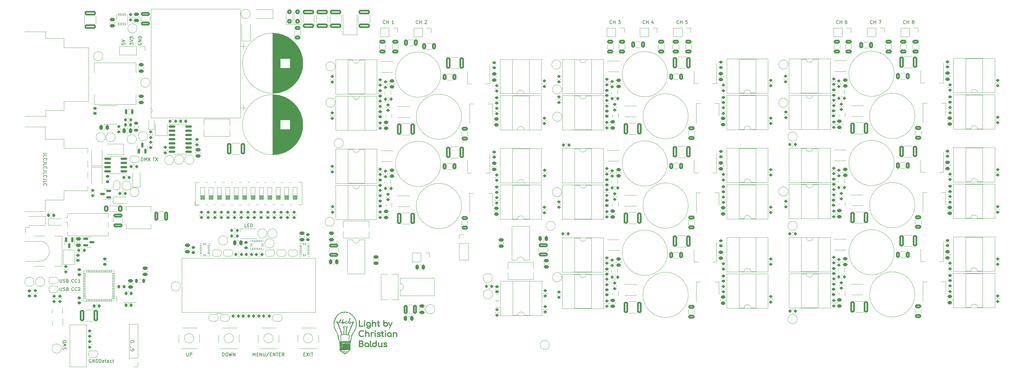
<source format=gto>
G04 #@! TF.GenerationSoftware,KiCad,Pcbnew,7.0.0*
G04 #@! TF.CreationDate,2023-02-17T23:53:31+01:00*
G04 #@! TF.ProjectId,ELController,454c436f-6e74-4726-9f6c-6c65722e6b69,rev?*
G04 #@! TF.SameCoordinates,Original*
G04 #@! TF.FileFunction,Legend,Top*
G04 #@! TF.FilePolarity,Positive*
%FSLAX46Y46*%
G04 Gerber Fmt 4.6, Leading zero omitted, Abs format (unit mm)*
G04 Created by KiCad (PCBNEW 7.0.0) date 2023-02-17 23:53:31*
%MOMM*%
%LPD*%
G01*
G04 APERTURE LIST*
G04 Aperture macros list*
%AMRoundRect*
0 Rectangle with rounded corners*
0 $1 Rounding radius*
0 $2 $3 $4 $5 $6 $7 $8 $9 X,Y pos of 4 corners*
0 Add a 4 corners polygon primitive as box body*
4,1,4,$2,$3,$4,$5,$6,$7,$8,$9,$2,$3,0*
0 Add four circle primitives for the rounded corners*
1,1,$1+$1,$2,$3*
1,1,$1+$1,$4,$5*
1,1,$1+$1,$6,$7*
1,1,$1+$1,$8,$9*
0 Add four rect primitives between the rounded corners*
20,1,$1+$1,$2,$3,$4,$5,0*
20,1,$1+$1,$4,$5,$6,$7,0*
20,1,$1+$1,$6,$7,$8,$9,0*
20,1,$1+$1,$8,$9,$2,$3,0*%
%AMFreePoly0*
4,1,19,0.500000,-0.750000,0.000000,-0.750000,0.000000,-0.744911,-0.071157,-0.744911,-0.207708,-0.704816,-0.327430,-0.627875,-0.420627,-0.520320,-0.479746,-0.390866,-0.500000,-0.250000,-0.500000,0.250000,-0.479746,0.390866,-0.420627,0.520320,-0.327430,0.627875,-0.207708,0.704816,-0.071157,0.744911,0.000000,0.744911,0.000000,0.750000,0.500000,0.750000,0.500000,-0.750000,0.500000,-0.750000,
$1*%
%AMFreePoly1*
4,1,19,0.000000,0.744911,0.071157,0.744911,0.207708,0.704816,0.327430,0.627875,0.420627,0.520320,0.479746,0.390866,0.500000,0.250000,0.500000,-0.250000,0.479746,-0.390866,0.420627,-0.520320,0.327430,-0.627875,0.207708,-0.704816,0.071157,-0.744911,0.000000,-0.744911,0.000000,-0.750000,-0.500000,-0.750000,-0.500000,0.750000,0.000000,0.750000,0.000000,0.744911,0.000000,0.744911,
$1*%
G04 Aperture macros list end*
%ADD10C,0.050000*%
%ADD11C,0.150000*%
%ADD12C,0.120000*%
%ADD13RoundRect,0.250000X0.450000X-0.400000X0.450000X0.400000X-0.450000X0.400000X-0.450000X-0.400000X0*%
%ADD14RoundRect,0.249999X0.387501X0.700001X-0.387501X0.700001X-0.387501X-0.700001X0.387501X-0.700001X0*%
%ADD15R,0.900000X0.600000*%
%ADD16R,5.000000X1.000000*%
%ADD17RoundRect,0.249999X0.450001X1.450001X-0.450001X1.450001X-0.450001X-1.450001X0.450001X-1.450001X0*%
%ADD18C,2.400000*%
%ADD19R,2.400000X2.400000*%
%ADD20R,1.200000X1.200000*%
%ADD21RoundRect,0.218750X-0.218750X-0.381250X0.218750X-0.381250X0.218750X0.381250X-0.218750X0.381250X0*%
%ADD22RoundRect,0.218750X-0.381250X0.218750X-0.381250X-0.218750X0.381250X-0.218750X0.381250X0.218750X0*%
%ADD23RoundRect,0.200000X0.275000X-0.200000X0.275000X0.200000X-0.275000X0.200000X-0.275000X-0.200000X0*%
%ADD24R,2.300000X2.200000*%
%ADD25RoundRect,0.250000X-0.450000X0.262500X-0.450000X-0.262500X0.450000X-0.262500X0.450000X0.262500X0*%
%ADD26RoundRect,0.250000X-0.325000X-0.650000X0.325000X-0.650000X0.325000X0.650000X-0.325000X0.650000X0*%
%ADD27RoundRect,0.249999X-0.450001X-1.450001X0.450001X-1.450001X0.450001X1.450001X-0.450001X1.450001X0*%
%ADD28RoundRect,0.200000X-0.275000X0.200000X-0.275000X-0.200000X0.275000X-0.200000X0.275000X0.200000X0*%
%ADD29RoundRect,0.250000X-0.475000X0.250000X-0.475000X-0.250000X0.475000X-0.250000X0.475000X0.250000X0*%
%ADD30R,1.520000X1.780000*%
%ADD31R,1.700000X1.700000*%
%ADD32O,1.700000X1.700000*%
%ADD33RoundRect,0.200000X0.200000X0.275000X-0.200000X0.275000X-0.200000X-0.275000X0.200000X-0.275000X0*%
%ADD34R,0.400000X0.550000*%
%ADD35R,0.500000X0.550000*%
%ADD36C,2.000000*%
%ADD37FreePoly0,180.000000*%
%ADD38FreePoly1,180.000000*%
%ADD39RoundRect,0.225000X-0.250000X0.225000X-0.250000X-0.225000X0.250000X-0.225000X0.250000X0.225000X0*%
%ADD40R,1.600000X1.600000*%
%ADD41O,1.600000X1.600000*%
%ADD42RoundRect,0.225000X0.250000X-0.225000X0.250000X0.225000X-0.250000X0.225000X-0.250000X-0.225000X0*%
%ADD43RoundRect,0.250000X0.650000X-0.325000X0.650000X0.325000X-0.650000X0.325000X-0.650000X-0.325000X0*%
%ADD44RoundRect,0.250000X0.325000X0.650000X-0.325000X0.650000X-0.325000X-0.650000X0.325000X-0.650000X0*%
%ADD45R,0.990000X0.405000*%
%ADD46R,1.725000X2.235000*%
%ADD47R,0.760000X0.405000*%
%ADD48R,2.100000X1.400000*%
%ADD49RoundRect,0.050000X0.387500X0.050000X-0.387500X0.050000X-0.387500X-0.050000X0.387500X-0.050000X0*%
%ADD50RoundRect,0.050000X0.050000X0.387500X-0.050000X0.387500X-0.050000X-0.387500X0.050000X-0.387500X0*%
%ADD51R,4.700000X4.700000*%
%ADD52RoundRect,0.250000X0.450000X-0.262500X0.450000X0.262500X-0.450000X0.262500X-0.450000X-0.262500X0*%
%ADD53RoundRect,0.250000X-0.650000X0.325000X-0.650000X-0.325000X0.650000X-0.325000X0.650000X0.325000X0*%
%ADD54C,1.700000*%
%ADD55RoundRect,0.250000X0.475000X-0.250000X0.475000X0.250000X-0.475000X0.250000X-0.475000X-0.250000X0*%
%ADD56R,1.500000X2.000000*%
%ADD57R,3.800000X2.000000*%
%ADD58FreePoly0,0.000000*%
%ADD59FreePoly1,0.000000*%
%ADD60R,2.900000X5.400000*%
%ADD61RoundRect,0.250000X0.250000X0.475000X-0.250000X0.475000X-0.250000X-0.475000X0.250000X-0.475000X0*%
%ADD62R,2.000000X2.750000*%
%ADD63RoundRect,0.250000X-0.375000X-1.075000X0.375000X-1.075000X0.375000X1.075000X-0.375000X1.075000X0*%
%ADD64FreePoly0,90.000000*%
%ADD65FreePoly1,90.000000*%
%ADD66RoundRect,0.062500X0.062500X-0.350000X0.062500X0.350000X-0.062500X0.350000X-0.062500X-0.350000X0*%
%ADD67R,2.500000X1.700000*%
%ADD68R,1.350000X0.750000*%
%ADD69R,3.200000X4.900000*%
%ADD70RoundRect,0.150000X-0.587500X-0.150000X0.587500X-0.150000X0.587500X0.150000X-0.587500X0.150000X0*%
%ADD71RoundRect,0.250000X-0.325000X-1.100000X0.325000X-1.100000X0.325000X1.100000X-0.325000X1.100000X0*%
%ADD72R,2.450000X3.500000*%
%ADD73RoundRect,0.250000X1.075000X-0.375000X1.075000X0.375000X-1.075000X0.375000X-1.075000X-0.375000X0*%
%ADD74R,0.450000X0.600000*%
%ADD75R,0.500000X1.100000*%
%ADD76R,2.850000X2.000000*%
%ADD77R,1.200000X0.600000*%
%ADD78R,1.700000X1.300000*%
%ADD79RoundRect,0.249999X1.450001X-0.450001X1.450001X0.450001X-1.450001X0.450001X-1.450001X-0.450001X0*%
%ADD80RoundRect,0.250000X-0.250000X-0.475000X0.250000X-0.475000X0.250000X0.475000X-0.250000X0.475000X0*%
%ADD81R,1.000000X0.700000*%
%ADD82R,0.600000X0.700000*%
%ADD83C,0.800000*%
%ADD84C,6.400000*%
%ADD85RoundRect,0.200000X-0.200000X-0.275000X0.200000X-0.275000X0.200000X0.275000X-0.200000X0.275000X0*%
%ADD86RoundRect,0.225000X-0.225000X-0.250000X0.225000X-0.250000X0.225000X0.250000X-0.225000X0.250000X0*%
%ADD87RoundRect,0.225000X0.225000X0.250000X-0.225000X0.250000X-0.225000X-0.250000X0.225000X-0.250000X0*%
%ADD88R,1.000000X1.000000*%
%ADD89O,1.000000X1.000000*%
%ADD90R,1.400000X2.100000*%
%ADD91RoundRect,0.150000X-0.825000X-0.150000X0.825000X-0.150000X0.825000X0.150000X-0.825000X0.150000X0*%
%ADD92RoundRect,0.250000X-1.100000X0.325000X-1.100000X-0.325000X1.100000X-0.325000X1.100000X0.325000X0*%
%ADD93R,0.550000X0.400000*%
%ADD94R,0.550000X0.500000*%
%ADD95O,1.500000X2.000000*%
%ADD96R,2.000000X2.500000*%
%ADD97RoundRect,0.062500X-0.062500X0.287500X-0.062500X-0.287500X0.062500X-0.287500X0.062500X0.287500X0*%
%ADD98RoundRect,0.062500X-0.287500X-0.062500X0.287500X-0.062500X0.287500X0.062500X-0.287500X0.062500X0*%
%ADD99RoundRect,0.062500X-0.287500X0.062500X-0.287500X-0.062500X0.287500X-0.062500X0.287500X0.062500X0*%
%ADD100R,1.000000X2.000000*%
%ADD101RoundRect,0.062500X-0.062500X-0.287500X0.062500X-0.287500X0.062500X0.287500X-0.062500X0.287500X0*%
%ADD102RoundRect,0.062500X0.287500X0.062500X-0.287500X0.062500X-0.287500X-0.062500X0.287500X-0.062500X0*%
%ADD103RoundRect,0.062500X0.287500X-0.062500X0.287500X0.062500X-0.287500X0.062500X-0.287500X-0.062500X0*%
%ADD104RoundRect,0.175000X-0.175000X-0.625000X0.175000X-0.625000X0.175000X0.625000X-0.175000X0.625000X0*%
%ADD105C,1.600000*%
%ADD106C,3.400000*%
%ADD107C,2.900000*%
%ADD108R,1.500000X1.500000*%
%ADD109C,1.500000*%
%ADD110RoundRect,0.150000X0.150000X-0.587500X0.150000X0.587500X-0.150000X0.587500X-0.150000X-0.587500X0*%
%ADD111RoundRect,0.250000X0.625000X-0.312500X0.625000X0.312500X-0.625000X0.312500X-0.625000X-0.312500X0*%
%ADD112RoundRect,0.062500X0.062500X-0.287500X0.062500X0.287500X-0.062500X0.287500X-0.062500X-0.287500X0*%
%ADD113R,2.000000X1.000000*%
%ADD114RoundRect,0.062500X0.062500X0.287500X-0.062500X0.287500X-0.062500X-0.287500X0.062500X-0.287500X0*%
%ADD115RoundRect,0.150000X0.840000X0.150000X-0.840000X0.150000X-0.840000X-0.150000X0.840000X-0.150000X0*%
%ADD116RoundRect,0.218750X0.218750X0.256250X-0.218750X0.256250X-0.218750X-0.256250X0.218750X-0.256250X0*%
%ADD117RoundRect,0.150000X0.587500X0.150000X-0.587500X0.150000X-0.587500X-0.150000X0.587500X-0.150000X0*%
%ADD118C,0.650000*%
%ADD119R,1.100000X0.600000*%
%ADD120R,1.100000X0.300000*%
%ADD121O,2.100000X1.000000*%
%ADD122O,1.800000X1.000000*%
%ADD123R,1.500000X0.900000*%
%ADD124RoundRect,0.150000X-0.150000X0.587500X-0.150000X-0.587500X0.150000X-0.587500X0.150000X0.587500X0*%
%ADD125RoundRect,0.249999X-1.450001X0.450001X-1.450001X-0.450001X1.450001X-0.450001X1.450001X0.450001X0*%
%ADD126RoundRect,0.250000X-1.075000X0.375000X-1.075000X-0.375000X1.075000X-0.375000X1.075000X0.375000X0*%
G04 APERTURE END LIST*
D10*
G36*
X123303566Y-107079020D02*
G01*
X123307521Y-107079165D01*
X123311438Y-107079406D01*
X123315315Y-107079744D01*
X123319155Y-107080178D01*
X123322955Y-107080708D01*
X123326717Y-107081335D01*
X123330441Y-107082059D01*
X123334126Y-107082879D01*
X123337772Y-107083795D01*
X123341380Y-107084808D01*
X123344949Y-107085917D01*
X123348479Y-107087123D01*
X123351971Y-107088425D01*
X123355425Y-107089824D01*
X123358839Y-107091319D01*
X123358838Y-107091320D01*
X123368108Y-107095169D01*
X123376780Y-107099307D01*
X123384853Y-107103735D01*
X123392329Y-107108452D01*
X123399207Y-107113458D01*
X123405487Y-107118754D01*
X123408402Y-107121510D01*
X123411168Y-107124339D01*
X123413785Y-107127240D01*
X123416252Y-107130214D01*
X123418569Y-107133259D01*
X123420737Y-107136378D01*
X123422756Y-107139568D01*
X123424624Y-107142831D01*
X123426344Y-107146166D01*
X123427914Y-107149574D01*
X123429334Y-107153054D01*
X123430605Y-107156606D01*
X123431726Y-107160230D01*
X123432698Y-107163927D01*
X123433521Y-107167697D01*
X123434193Y-107171538D01*
X123434717Y-107175452D01*
X123435091Y-107179439D01*
X123435390Y-107187628D01*
X123435332Y-107190754D01*
X123435158Y-107193956D01*
X123434869Y-107197236D01*
X123434463Y-107200593D01*
X123433943Y-107204027D01*
X123433306Y-107207538D01*
X123432553Y-107211127D01*
X123431685Y-107214792D01*
X123430701Y-107218535D01*
X123429602Y-107222355D01*
X123428386Y-107226252D01*
X123427055Y-107230226D01*
X123425608Y-107234278D01*
X123424046Y-107238406D01*
X123422367Y-107242612D01*
X123420573Y-107246895D01*
X122664923Y-108945873D01*
X122661074Y-108955143D01*
X122656936Y-108963815D01*
X122652508Y-108971889D01*
X122647791Y-108979365D01*
X122642785Y-108986243D01*
X122637489Y-108992522D01*
X122634732Y-108995438D01*
X122631904Y-108998204D01*
X122629003Y-109000821D01*
X122626029Y-109003288D01*
X122622983Y-109005605D01*
X122619865Y-109007773D01*
X122616675Y-109009792D01*
X122613412Y-109011661D01*
X122610076Y-109013380D01*
X122606669Y-109014950D01*
X122603189Y-109016370D01*
X122599637Y-109017641D01*
X122596012Y-109018763D01*
X122592315Y-109019735D01*
X122588546Y-109020557D01*
X122584704Y-109021230D01*
X122580790Y-109021753D01*
X122576804Y-109022127D01*
X122568614Y-109022426D01*
X122565489Y-109022368D01*
X122562286Y-109022194D01*
X122559006Y-109021905D01*
X122555650Y-109021500D01*
X122552216Y-109020979D01*
X122548704Y-109020342D01*
X122545116Y-109019590D01*
X122541450Y-109018722D01*
X122537708Y-109017738D01*
X122533888Y-109016638D01*
X122529991Y-109015423D01*
X122526016Y-109014091D01*
X122521965Y-109012644D01*
X122517836Y-109011082D01*
X122513630Y-109009403D01*
X122509347Y-109007609D01*
X122500377Y-109003471D01*
X122491984Y-108999082D01*
X122484171Y-108994442D01*
X122476936Y-108989551D01*
X122470280Y-108984410D01*
X122464203Y-108979017D01*
X122458705Y-108973374D01*
X122456173Y-108970459D01*
X122453785Y-108967481D01*
X122451543Y-108964440D01*
X122449445Y-108961336D01*
X122447491Y-108958169D01*
X122445682Y-108954940D01*
X122444019Y-108951649D01*
X122442499Y-108948294D01*
X122441125Y-108944877D01*
X122439895Y-108941397D01*
X122438809Y-108937854D01*
X122437869Y-108934249D01*
X122437073Y-108930581D01*
X122436422Y-108926850D01*
X122435916Y-108923057D01*
X122435554Y-108919201D01*
X122435264Y-108911300D01*
X122435322Y-108907596D01*
X122435496Y-108903892D01*
X122435785Y-108900188D01*
X122436191Y-108896484D01*
X122436711Y-108892780D01*
X122437348Y-108889076D01*
X122438101Y-108885371D01*
X122438969Y-108881667D01*
X122439953Y-108877963D01*
X122441052Y-108874259D01*
X122442268Y-108870555D01*
X122443599Y-108866851D01*
X122445046Y-108863146D01*
X122446608Y-108859442D01*
X122448287Y-108855738D01*
X122450081Y-108852034D01*
X122697026Y-108296409D01*
X122141402Y-107241955D01*
X122139906Y-107239148D01*
X122138507Y-107236283D01*
X122137205Y-107233360D01*
X122135999Y-107230380D01*
X122134890Y-107227341D01*
X122133877Y-107224245D01*
X122132961Y-107221090D01*
X122132141Y-107217878D01*
X122131417Y-107214608D01*
X122130790Y-107211280D01*
X122130260Y-107207894D01*
X122129826Y-107204450D01*
X122129488Y-107200949D01*
X122129247Y-107197389D01*
X122129102Y-107193772D01*
X122129054Y-107190097D01*
X122129131Y-107186103D01*
X122129363Y-107182148D01*
X122129749Y-107178232D01*
X122130289Y-107174354D01*
X122130983Y-107170515D01*
X122131832Y-107166714D01*
X122132836Y-107162952D01*
X122133993Y-107159229D01*
X122135305Y-107155544D01*
X122136771Y-107151897D01*
X122138392Y-107148290D01*
X122140167Y-107144721D01*
X122142096Y-107141190D01*
X122144180Y-107137698D01*
X122146417Y-107134245D01*
X122148810Y-107130830D01*
X122151327Y-107127483D01*
X122153941Y-107124232D01*
X122156652Y-107121078D01*
X122159459Y-107118020D01*
X122162362Y-107115058D01*
X122165362Y-107112193D01*
X122168459Y-107109425D01*
X122171652Y-107106753D01*
X122174941Y-107104177D01*
X122178327Y-107101698D01*
X122181810Y-107099316D01*
X122185388Y-107097030D01*
X122189064Y-107094840D01*
X122192835Y-107092747D01*
X122196704Y-107090750D01*
X122200668Y-107088850D01*
X122203466Y-107087654D01*
X122206301Y-107086535D01*
X122209176Y-107085493D01*
X122212089Y-107084528D01*
X122215041Y-107083641D01*
X122218031Y-107082830D01*
X122221060Y-107082097D01*
X122224128Y-107081441D01*
X122227234Y-107080863D01*
X122230379Y-107080361D01*
X122233562Y-107079937D01*
X122236784Y-107079589D01*
X122240044Y-107079319D01*
X122243344Y-107079126D01*
X122246681Y-107079011D01*
X122250058Y-107078972D01*
X122258566Y-107079242D01*
X122266804Y-107080052D01*
X122274772Y-107081403D01*
X122282470Y-107083293D01*
X122289897Y-107085724D01*
X122297055Y-107088695D01*
X122303942Y-107092207D01*
X122310560Y-107096258D01*
X122316907Y-107100850D01*
X122322984Y-107105981D01*
X122328791Y-107111653D01*
X122334328Y-107117866D01*
X122339595Y-107124618D01*
X122344592Y-107131911D01*
X122349318Y-107139743D01*
X122353775Y-107148116D01*
X122805684Y-108046995D01*
X123203265Y-107150586D01*
X123207404Y-107141914D01*
X123211793Y-107133801D01*
X123216432Y-107126248D01*
X123221323Y-107119255D01*
X123226465Y-107112821D01*
X123231857Y-107106946D01*
X123234647Y-107104219D01*
X123237500Y-107101631D01*
X123240415Y-107099183D01*
X123243394Y-107096875D01*
X123246435Y-107094707D01*
X123249538Y-107092679D01*
X123252705Y-107090791D01*
X123255934Y-107089043D01*
X123259226Y-107087434D01*
X123262580Y-107085966D01*
X123265997Y-107084637D01*
X123269477Y-107083448D01*
X123273020Y-107082399D01*
X123276625Y-107081490D01*
X123280293Y-107080720D01*
X123284023Y-107080091D01*
X123287817Y-107079601D01*
X123291673Y-107079252D01*
X123299573Y-107078972D01*
X123303566Y-107079020D01*
G37*
X123303566Y-107079020D02*
X123307521Y-107079165D01*
X123311438Y-107079406D01*
X123315315Y-107079744D01*
X123319155Y-107080178D01*
X123322955Y-107080708D01*
X123326717Y-107081335D01*
X123330441Y-107082059D01*
X123334126Y-107082879D01*
X123337772Y-107083795D01*
X123341380Y-107084808D01*
X123344949Y-107085917D01*
X123348479Y-107087123D01*
X123351971Y-107088425D01*
X123355425Y-107089824D01*
X123358839Y-107091319D01*
X123358838Y-107091320D01*
X123368108Y-107095169D01*
X123376780Y-107099307D01*
X123384853Y-107103735D01*
X123392329Y-107108452D01*
X123399207Y-107113458D01*
X123405487Y-107118754D01*
X123408402Y-107121510D01*
X123411168Y-107124339D01*
X123413785Y-107127240D01*
X123416252Y-107130214D01*
X123418569Y-107133259D01*
X123420737Y-107136378D01*
X123422756Y-107139568D01*
X123424624Y-107142831D01*
X123426344Y-107146166D01*
X123427914Y-107149574D01*
X123429334Y-107153054D01*
X123430605Y-107156606D01*
X123431726Y-107160230D01*
X123432698Y-107163927D01*
X123433521Y-107167697D01*
X123434193Y-107171538D01*
X123434717Y-107175452D01*
X123435091Y-107179439D01*
X123435390Y-107187628D01*
X123435332Y-107190754D01*
X123435158Y-107193956D01*
X123434869Y-107197236D01*
X123434463Y-107200593D01*
X123433943Y-107204027D01*
X123433306Y-107207538D01*
X123432553Y-107211127D01*
X123431685Y-107214792D01*
X123430701Y-107218535D01*
X123429602Y-107222355D01*
X123428386Y-107226252D01*
X123427055Y-107230226D01*
X123425608Y-107234278D01*
X123424046Y-107238406D01*
X123422367Y-107242612D01*
X123420573Y-107246895D01*
X122664923Y-108945873D01*
X122661074Y-108955143D01*
X122656936Y-108963815D01*
X122652508Y-108971889D01*
X122647791Y-108979365D01*
X122642785Y-108986243D01*
X122637489Y-108992522D01*
X122634732Y-108995438D01*
X122631904Y-108998204D01*
X122629003Y-109000821D01*
X122626029Y-109003288D01*
X122622983Y-109005605D01*
X122619865Y-109007773D01*
X122616675Y-109009792D01*
X122613412Y-109011661D01*
X122610076Y-109013380D01*
X122606669Y-109014950D01*
X122603189Y-109016370D01*
X122599637Y-109017641D01*
X122596012Y-109018763D01*
X122592315Y-109019735D01*
X122588546Y-109020557D01*
X122584704Y-109021230D01*
X122580790Y-109021753D01*
X122576804Y-109022127D01*
X122568614Y-109022426D01*
X122565489Y-109022368D01*
X122562286Y-109022194D01*
X122559006Y-109021905D01*
X122555650Y-109021500D01*
X122552216Y-109020979D01*
X122548704Y-109020342D01*
X122545116Y-109019590D01*
X122541450Y-109018722D01*
X122537708Y-109017738D01*
X122533888Y-109016638D01*
X122529991Y-109015423D01*
X122526016Y-109014091D01*
X122521965Y-109012644D01*
X122517836Y-109011082D01*
X122513630Y-109009403D01*
X122509347Y-109007609D01*
X122500377Y-109003471D01*
X122491984Y-108999082D01*
X122484171Y-108994442D01*
X122476936Y-108989551D01*
X122470280Y-108984410D01*
X122464203Y-108979017D01*
X122458705Y-108973374D01*
X122456173Y-108970459D01*
X122453785Y-108967481D01*
X122451543Y-108964440D01*
X122449445Y-108961336D01*
X122447491Y-108958169D01*
X122445682Y-108954940D01*
X122444019Y-108951649D01*
X122442499Y-108948294D01*
X122441125Y-108944877D01*
X122439895Y-108941397D01*
X122438809Y-108937854D01*
X122437869Y-108934249D01*
X122437073Y-108930581D01*
X122436422Y-108926850D01*
X122435916Y-108923057D01*
X122435554Y-108919201D01*
X122435264Y-108911300D01*
X122435322Y-108907596D01*
X122435496Y-108903892D01*
X122435785Y-108900188D01*
X122436191Y-108896484D01*
X122436711Y-108892780D01*
X122437348Y-108889076D01*
X122438101Y-108885371D01*
X122438969Y-108881667D01*
X122439953Y-108877963D01*
X122441052Y-108874259D01*
X122442268Y-108870555D01*
X122443599Y-108866851D01*
X122445046Y-108863146D01*
X122446608Y-108859442D01*
X122448287Y-108855738D01*
X122450081Y-108852034D01*
X122697026Y-108296409D01*
X122141402Y-107241955D01*
X122139906Y-107239148D01*
X122138507Y-107236283D01*
X122137205Y-107233360D01*
X122135999Y-107230380D01*
X122134890Y-107227341D01*
X122133877Y-107224245D01*
X122132961Y-107221090D01*
X122132141Y-107217878D01*
X122131417Y-107214608D01*
X122130790Y-107211280D01*
X122130260Y-107207894D01*
X122129826Y-107204450D01*
X122129488Y-107200949D01*
X122129247Y-107197389D01*
X122129102Y-107193772D01*
X122129054Y-107190097D01*
X122129131Y-107186103D01*
X122129363Y-107182148D01*
X122129749Y-107178232D01*
X122130289Y-107174354D01*
X122130983Y-107170515D01*
X122131832Y-107166714D01*
X122132836Y-107162952D01*
X122133993Y-107159229D01*
X122135305Y-107155544D01*
X122136771Y-107151897D01*
X122138392Y-107148290D01*
X122140167Y-107144721D01*
X122142096Y-107141190D01*
X122144180Y-107137698D01*
X122146417Y-107134245D01*
X122148810Y-107130830D01*
X122151327Y-107127483D01*
X122153941Y-107124232D01*
X122156652Y-107121078D01*
X122159459Y-107118020D01*
X122162362Y-107115058D01*
X122165362Y-107112193D01*
X122168459Y-107109425D01*
X122171652Y-107106753D01*
X122174941Y-107104177D01*
X122178327Y-107101698D01*
X122181810Y-107099316D01*
X122185388Y-107097030D01*
X122189064Y-107094840D01*
X122192835Y-107092747D01*
X122196704Y-107090750D01*
X122200668Y-107088850D01*
X122203466Y-107087654D01*
X122206301Y-107086535D01*
X122209176Y-107085493D01*
X122212089Y-107084528D01*
X122215041Y-107083641D01*
X122218031Y-107082830D01*
X122221060Y-107082097D01*
X122224128Y-107081441D01*
X122227234Y-107080863D01*
X122230379Y-107080361D01*
X122233562Y-107079937D01*
X122236784Y-107079589D01*
X122240044Y-107079319D01*
X122243344Y-107079126D01*
X122246681Y-107079011D01*
X122250058Y-107078972D01*
X122258566Y-107079242D01*
X122266804Y-107080052D01*
X122274772Y-107081403D01*
X122282470Y-107083293D01*
X122289897Y-107085724D01*
X122297055Y-107088695D01*
X122303942Y-107092207D01*
X122310560Y-107096258D01*
X122316907Y-107100850D01*
X122322984Y-107105981D01*
X122328791Y-107111653D01*
X122334328Y-107117866D01*
X122339595Y-107124618D01*
X122344592Y-107131911D01*
X122349318Y-107139743D01*
X122353775Y-107148116D01*
X122805684Y-108046995D01*
X123203265Y-107150586D01*
X123207404Y-107141914D01*
X123211793Y-107133801D01*
X123216432Y-107126248D01*
X123221323Y-107119255D01*
X123226465Y-107112821D01*
X123231857Y-107106946D01*
X123234647Y-107104219D01*
X123237500Y-107101631D01*
X123240415Y-107099183D01*
X123243394Y-107096875D01*
X123246435Y-107094707D01*
X123249538Y-107092679D01*
X123252705Y-107090791D01*
X123255934Y-107089043D01*
X123259226Y-107087434D01*
X123262580Y-107085966D01*
X123265997Y-107084637D01*
X123269477Y-107083448D01*
X123273020Y-107082399D01*
X123276625Y-107081490D01*
X123280293Y-107080720D01*
X123284023Y-107080091D01*
X123287817Y-107079601D01*
X123291673Y-107079252D01*
X123299573Y-107078972D01*
X123303566Y-107079020D01*
G36*
X119311601Y-110156104D02*
G01*
X119331260Y-110156712D01*
X119350649Y-110157725D01*
X119369767Y-110159143D01*
X119388616Y-110160966D01*
X119407195Y-110163194D01*
X119425504Y-110165828D01*
X119443542Y-110168866D01*
X119461311Y-110172310D01*
X119478809Y-110176159D01*
X119496038Y-110180413D01*
X119512996Y-110185072D01*
X119529684Y-110190136D01*
X119546102Y-110195606D01*
X119562250Y-110201481D01*
X119578128Y-110207760D01*
X119593967Y-110214397D01*
X119609382Y-110221342D01*
X119624372Y-110228596D01*
X119638938Y-110236159D01*
X119653079Y-110244030D01*
X119666796Y-110252210D01*
X119680088Y-110260699D01*
X119692957Y-110269496D01*
X119705400Y-110278602D01*
X119717420Y-110288017D01*
X119729015Y-110297740D01*
X119740185Y-110307772D01*
X119750931Y-110318113D01*
X119761253Y-110328763D01*
X119771150Y-110339721D01*
X119780623Y-110350988D01*
X119784510Y-110355927D01*
X119788147Y-110360866D01*
X119791533Y-110365805D01*
X119794668Y-110370744D01*
X119797552Y-110375682D01*
X119800185Y-110380621D01*
X119802568Y-110385560D01*
X119804700Y-110390499D01*
X119806581Y-110395438D01*
X119808211Y-110400377D01*
X119809591Y-110405316D01*
X119810719Y-110410255D01*
X119811597Y-110415193D01*
X119812224Y-110420132D01*
X119812600Y-110425071D01*
X119812726Y-110430010D01*
X119812562Y-110435229D01*
X119812070Y-110440389D01*
X119811250Y-110445492D01*
X119810102Y-110450537D01*
X119808626Y-110455524D01*
X119806822Y-110460454D01*
X119804690Y-110465325D01*
X119802230Y-110470138D01*
X119799443Y-110474894D01*
X119796327Y-110479592D01*
X119792883Y-110484232D01*
X119789112Y-110488814D01*
X119785012Y-110493338D01*
X119780585Y-110497804D01*
X119775829Y-110502212D01*
X119770746Y-110506563D01*
X119767292Y-110508955D01*
X119763723Y-110511193D01*
X119760038Y-110513277D01*
X119756238Y-110515206D01*
X119752321Y-110516981D01*
X119748289Y-110518601D01*
X119744141Y-110520068D01*
X119739878Y-110521380D01*
X119735498Y-110522537D01*
X119731003Y-110523541D01*
X119726392Y-110524389D01*
X119721665Y-110525084D01*
X119716823Y-110525624D01*
X119711864Y-110526010D01*
X119706790Y-110526242D01*
X119701601Y-110526319D01*
X119693623Y-110526136D01*
X119685742Y-110525586D01*
X119677957Y-110524669D01*
X119670269Y-110523386D01*
X119662677Y-110521737D01*
X119655182Y-110519721D01*
X119647784Y-110517338D01*
X119640481Y-110514589D01*
X119633275Y-110511473D01*
X119626166Y-110507991D01*
X119619153Y-110504142D01*
X119612237Y-110499927D01*
X119605417Y-110495345D01*
X119598693Y-110490396D01*
X119592067Y-110485081D01*
X119585536Y-110479400D01*
X119577790Y-110472435D01*
X119569986Y-110465740D01*
X119562125Y-110459316D01*
X119554205Y-110453161D01*
X119546228Y-110447277D01*
X119538192Y-110441663D01*
X119530099Y-110436319D01*
X119521948Y-110431245D01*
X119513739Y-110426441D01*
X119505472Y-110421908D01*
X119497147Y-110417644D01*
X119488765Y-110413650D01*
X119480324Y-110409927D01*
X119471826Y-110406474D01*
X119463270Y-110403290D01*
X119454655Y-110400377D01*
X119445896Y-110397387D01*
X119436906Y-110394589D01*
X119427684Y-110391985D01*
X119418231Y-110389573D01*
X119408546Y-110387355D01*
X119398630Y-110385329D01*
X119388482Y-110383496D01*
X119378102Y-110381856D01*
X119367492Y-110380409D01*
X119356649Y-110379155D01*
X119345575Y-110378094D01*
X119334270Y-110377226D01*
X119322733Y-110376551D01*
X119310965Y-110376068D01*
X119286734Y-110375683D01*
X119272689Y-110375837D01*
X119258953Y-110376300D01*
X119245525Y-110377072D01*
X119232406Y-110378152D01*
X119219596Y-110379541D01*
X119207094Y-110381239D01*
X119194901Y-110383245D01*
X119183017Y-110385561D01*
X119171442Y-110388184D01*
X119160175Y-110391117D01*
X119149216Y-110394358D01*
X119138567Y-110397908D01*
X119128226Y-110401767D01*
X119118194Y-110405934D01*
X119108470Y-110410410D01*
X119099055Y-110415194D01*
X119090383Y-110419950D01*
X119082271Y-110424956D01*
X119074718Y-110430214D01*
X119067724Y-110435722D01*
X119061290Y-110441480D01*
X119058283Y-110444454D01*
X119055415Y-110447490D01*
X119052688Y-110450589D01*
X119050100Y-110453750D01*
X119047652Y-110456975D01*
X119045345Y-110460262D01*
X119043177Y-110463611D01*
X119041148Y-110467024D01*
X119039260Y-110470499D01*
X119037512Y-110474037D01*
X119035903Y-110477637D01*
X119034435Y-110481300D01*
X119033106Y-110485026D01*
X119031917Y-110488815D01*
X119030868Y-110492666D01*
X119029959Y-110496580D01*
X119029190Y-110500557D01*
X119028560Y-110504596D01*
X119028071Y-110508698D01*
X119027721Y-110512863D01*
X119027441Y-110521380D01*
X119027538Y-110527496D01*
X119027827Y-110533496D01*
X119028309Y-110539380D01*
X119028985Y-110545149D01*
X119029853Y-110550802D01*
X119030914Y-110556339D01*
X119032168Y-110561760D01*
X119033615Y-110567065D01*
X119035255Y-110572255D01*
X119037088Y-110577329D01*
X119039114Y-110582287D01*
X119041332Y-110587129D01*
X119043744Y-110591856D01*
X119046348Y-110596467D01*
X119049146Y-110600962D01*
X119052136Y-110605341D01*
X119055396Y-110609344D01*
X119059004Y-110613328D01*
X119062959Y-110617293D01*
X119067261Y-110621238D01*
X119071911Y-110625164D01*
X119076908Y-110629071D01*
X119082252Y-110632958D01*
X119087943Y-110636827D01*
X119093982Y-110640675D01*
X119100368Y-110644505D01*
X119107101Y-110648315D01*
X119114181Y-110652106D01*
X119121609Y-110655878D01*
X119129383Y-110659630D01*
X119137505Y-110663364D01*
X119145975Y-110667077D01*
X119164225Y-110673868D01*
X119184406Y-110680659D01*
X119206515Y-110687450D01*
X119230553Y-110694241D01*
X119256521Y-110701032D01*
X119284418Y-110707823D01*
X119314244Y-110714614D01*
X119345999Y-110721406D01*
X119410822Y-110735643D01*
X119441381Y-110743254D01*
X119470706Y-110751193D01*
X119498796Y-110759460D01*
X119525651Y-110768055D01*
X119551272Y-110776978D01*
X119575658Y-110786228D01*
X119598809Y-110795807D01*
X119620725Y-110805714D01*
X119641407Y-110815948D01*
X119660854Y-110826511D01*
X119679066Y-110837402D01*
X119696043Y-110848621D01*
X119711786Y-110860167D01*
X119726294Y-110872042D01*
X119740049Y-110884302D01*
X119752917Y-110897006D01*
X119764898Y-110910154D01*
X119775991Y-110923746D01*
X119786197Y-110937781D01*
X119795515Y-110952260D01*
X119803946Y-110967183D01*
X119811489Y-110982549D01*
X119818145Y-110998360D01*
X119823914Y-111014614D01*
X119828795Y-111031311D01*
X119832788Y-111048453D01*
X119835894Y-111066038D01*
X119838113Y-111084067D01*
X119839444Y-111102539D01*
X119839888Y-111121456D01*
X119839647Y-111135578D01*
X119838923Y-111149546D01*
X119837718Y-111163359D01*
X119836029Y-111177019D01*
X119833859Y-111190523D01*
X119831206Y-111203874D01*
X119828071Y-111217070D01*
X119824454Y-111230112D01*
X119820355Y-111242999D01*
X119815773Y-111255732D01*
X119810708Y-111268311D01*
X119805162Y-111280735D01*
X119799133Y-111293005D01*
X119792622Y-111305121D01*
X119785628Y-111317082D01*
X119778152Y-111328889D01*
X119770204Y-111340166D01*
X119761792Y-111351153D01*
X119752918Y-111361851D01*
X119743580Y-111372259D01*
X119733779Y-111382378D01*
X119723516Y-111392207D01*
X119712789Y-111401748D01*
X119701599Y-111410998D01*
X119689947Y-111419960D01*
X119677831Y-111428632D01*
X119665252Y-111437014D01*
X119652210Y-111445107D01*
X119638706Y-111452911D01*
X119624738Y-111460426D01*
X119610307Y-111467651D01*
X119595413Y-111474586D01*
X119580403Y-111480866D01*
X119565008Y-111486741D01*
X119549227Y-111492210D01*
X119533060Y-111497274D01*
X119516507Y-111501934D01*
X119499568Y-111506188D01*
X119482243Y-111510036D01*
X119464533Y-111513480D01*
X119446436Y-111516519D01*
X119427954Y-111519152D01*
X119409086Y-111521380D01*
X119389832Y-111523204D01*
X119370193Y-111524622D01*
X119350167Y-111525634D01*
X119329756Y-111526242D01*
X119308958Y-111526445D01*
X119308958Y-111526443D01*
X119267286Y-111525633D01*
X119226231Y-111523202D01*
X119185794Y-111519151D01*
X119145975Y-111513479D01*
X119106772Y-111506186D01*
X119068187Y-111497273D01*
X119030220Y-111486739D01*
X118992869Y-111474585D01*
X118974599Y-111467977D01*
X118956831Y-111461119D01*
X118939564Y-111454009D01*
X118922799Y-111446649D01*
X118906535Y-111439039D01*
X118890773Y-111431177D01*
X118875513Y-111423064D01*
X118860754Y-111414701D01*
X118846497Y-111406087D01*
X118832742Y-111397222D01*
X118819488Y-111388106D01*
X118806735Y-111378740D01*
X118794485Y-111369122D01*
X118782735Y-111359254D01*
X118771488Y-111349135D01*
X118760742Y-111338765D01*
X118756855Y-111334704D01*
X118753218Y-111330547D01*
X118749832Y-111326293D01*
X118746697Y-111321943D01*
X118743813Y-111317496D01*
X118741179Y-111312952D01*
X118738797Y-111308313D01*
X118736665Y-111303576D01*
X118734784Y-111298743D01*
X118733154Y-111293814D01*
X118731774Y-111288788D01*
X118730646Y-111283666D01*
X118729768Y-111278448D01*
X118729141Y-111273132D01*
X118728764Y-111267721D01*
X118728639Y-111262213D01*
X118728832Y-111254891D01*
X118729411Y-111247743D01*
X118730375Y-111240769D01*
X118731726Y-111233969D01*
X118733462Y-111227342D01*
X118735584Y-111220888D01*
X118738092Y-111214608D01*
X118740986Y-111208502D01*
X118744266Y-111202570D01*
X118747932Y-111196811D01*
X118751983Y-111191226D01*
X118756421Y-111185814D01*
X118761244Y-111180577D01*
X118766453Y-111175512D01*
X118772048Y-111170622D01*
X118778029Y-111165905D01*
X118783865Y-111161718D01*
X118789643Y-111157802D01*
X118795363Y-111154156D01*
X118801025Y-111150780D01*
X118806629Y-111147674D01*
X118812176Y-111144838D01*
X118817665Y-111142272D01*
X118823096Y-111139976D01*
X118828469Y-111137950D01*
X118833784Y-111136195D01*
X118839041Y-111134709D01*
X118844240Y-111133494D01*
X118849382Y-111132548D01*
X118854465Y-111131873D01*
X118859491Y-111131468D01*
X118864459Y-111131333D01*
X118870614Y-111131507D01*
X118876729Y-111132027D01*
X118882807Y-111132896D01*
X118888845Y-111134111D01*
X118894845Y-111135674D01*
X118900807Y-111137584D01*
X118906730Y-111139841D01*
X118912614Y-111142446D01*
X118918459Y-111145397D01*
X118924266Y-111148696D01*
X118930035Y-111152343D01*
X118935764Y-111156336D01*
X118941456Y-111160677D01*
X118947108Y-111165365D01*
X118952722Y-111170401D01*
X118958298Y-111175783D01*
X118964346Y-111182217D01*
X118970760Y-111188555D01*
X118977542Y-111194796D01*
X118984689Y-111200941D01*
X118992204Y-111206989D01*
X119000085Y-111212940D01*
X119008332Y-111218796D01*
X119016946Y-111224555D01*
X119025927Y-111230217D01*
X119035274Y-111235783D01*
X119044988Y-111241252D01*
X119055068Y-111246625D01*
X119065515Y-111251902D01*
X119076329Y-111257082D01*
X119087509Y-111262166D01*
X119099055Y-111267153D01*
X119110833Y-111271638D01*
X119122708Y-111275834D01*
X119134679Y-111279741D01*
X119146747Y-111283358D01*
X119158911Y-111286686D01*
X119171171Y-111289725D01*
X119183528Y-111292474D01*
X119195981Y-111294934D01*
X119208531Y-111297104D01*
X119221177Y-111298985D01*
X119233920Y-111300577D01*
X119246759Y-111301879D01*
X119259694Y-111302892D01*
X119272726Y-111303616D01*
X119285855Y-111304050D01*
X119299080Y-111304194D01*
X119316424Y-111304011D01*
X119333266Y-111303461D01*
X119349607Y-111302545D01*
X119365446Y-111301262D01*
X119380783Y-111299612D01*
X119395619Y-111297596D01*
X119409954Y-111295214D01*
X119423786Y-111292465D01*
X119437117Y-111289349D01*
X119449947Y-111285867D01*
X119462275Y-111282018D01*
X119474101Y-111277802D01*
X119485426Y-111273220D01*
X119496249Y-111268272D01*
X119506571Y-111262957D01*
X119516391Y-111257275D01*
X119525960Y-111251285D01*
X119534912Y-111245044D01*
X119543246Y-111238552D01*
X119550963Y-111231809D01*
X119558063Y-111224815D01*
X119564545Y-111217571D01*
X119567554Y-111213855D01*
X119570410Y-111210076D01*
X119573111Y-111206234D01*
X119575657Y-111202330D01*
X119578050Y-111198363D01*
X119580288Y-111194333D01*
X119582371Y-111190241D01*
X119584300Y-111186086D01*
X119586075Y-111181868D01*
X119587696Y-111177588D01*
X119589162Y-111173244D01*
X119590474Y-111168838D01*
X119591632Y-111164370D01*
X119592635Y-111159838D01*
X119593484Y-111155244D01*
X119594178Y-111150588D01*
X119594719Y-111145868D01*
X119595104Y-111141086D01*
X119595413Y-111131334D01*
X119595114Y-111121871D01*
X119594217Y-111112620D01*
X119592722Y-111103581D01*
X119590629Y-111094755D01*
X119587937Y-111086141D01*
X119584648Y-111077739D01*
X119580760Y-111069549D01*
X119576275Y-111061572D01*
X119571191Y-111053806D01*
X119565510Y-111046253D01*
X119559230Y-111038912D01*
X119552352Y-111031784D01*
X119544876Y-111024867D01*
X119536802Y-111018163D01*
X119528130Y-111011671D01*
X119518860Y-111005391D01*
X119508876Y-110998977D01*
X119498063Y-110992697D01*
X119486420Y-110986552D01*
X119473947Y-110980543D01*
X119460645Y-110974668D01*
X119446513Y-110968929D01*
X119431552Y-110963324D01*
X119415761Y-110957855D01*
X119399141Y-110952521D01*
X119381690Y-110947321D01*
X119363411Y-110942257D01*
X119344302Y-110937328D01*
X119324363Y-110932533D01*
X119303594Y-110927874D01*
X119281996Y-110923350D01*
X119259569Y-110918961D01*
X119202154Y-110906730D01*
X119148444Y-110892878D01*
X119098437Y-110877405D01*
X119052135Y-110860312D01*
X119009537Y-110841598D01*
X118970644Y-110821264D01*
X118935454Y-110799309D01*
X118903969Y-110775733D01*
X118876187Y-110750537D01*
X118863686Y-110737331D01*
X118852110Y-110723720D01*
X118841461Y-110709704D01*
X118831737Y-110695283D01*
X118822940Y-110680457D01*
X118815069Y-110665225D01*
X118808123Y-110649589D01*
X118802104Y-110633547D01*
X118797011Y-110617100D01*
X118792844Y-110600248D01*
X118789603Y-110582991D01*
X118787287Y-110565329D01*
X118785435Y-110528788D01*
X118785715Y-110513808D01*
X118786554Y-110499117D01*
X118787953Y-110484715D01*
X118789911Y-110470603D01*
X118792429Y-110456780D01*
X118795506Y-110443246D01*
X118799143Y-110430002D01*
X118803339Y-110417047D01*
X118808094Y-110404381D01*
X118813409Y-110392005D01*
X118819284Y-110379918D01*
X118825718Y-110368121D01*
X118832712Y-110356613D01*
X118840265Y-110345394D01*
X118848377Y-110334465D01*
X118857049Y-110323825D01*
X118866175Y-110313494D01*
X118875648Y-110303490D01*
X118885467Y-110293815D01*
X118895635Y-110284468D01*
X118906149Y-110275448D01*
X118917011Y-110266757D01*
X118928220Y-110258394D01*
X118939776Y-110250358D01*
X118951679Y-110242651D01*
X118963930Y-110235271D01*
X118976528Y-110228220D01*
X118989473Y-110221497D01*
X119002765Y-110215101D01*
X119016405Y-110209034D01*
X119030392Y-110203294D01*
X119044726Y-110197883D01*
X119059292Y-110192799D01*
X119073974Y-110188043D01*
X119088771Y-110183616D01*
X119103684Y-110179516D01*
X119118713Y-110175744D01*
X119133858Y-110172301D01*
X119149118Y-110169185D01*
X119164495Y-110166397D01*
X119179987Y-110163937D01*
X119195594Y-110161805D01*
X119211318Y-110160002D01*
X119227157Y-110158526D01*
X119243112Y-110157378D01*
X119259183Y-110156558D01*
X119275369Y-110156066D01*
X119291672Y-110155902D01*
X119311601Y-110156104D01*
G37*
X119311601Y-110156104D02*
X119331260Y-110156712D01*
X119350649Y-110157725D01*
X119369767Y-110159143D01*
X119388616Y-110160966D01*
X119407195Y-110163194D01*
X119425504Y-110165828D01*
X119443542Y-110168866D01*
X119461311Y-110172310D01*
X119478809Y-110176159D01*
X119496038Y-110180413D01*
X119512996Y-110185072D01*
X119529684Y-110190136D01*
X119546102Y-110195606D01*
X119562250Y-110201481D01*
X119578128Y-110207760D01*
X119593967Y-110214397D01*
X119609382Y-110221342D01*
X119624372Y-110228596D01*
X119638938Y-110236159D01*
X119653079Y-110244030D01*
X119666796Y-110252210D01*
X119680088Y-110260699D01*
X119692957Y-110269496D01*
X119705400Y-110278602D01*
X119717420Y-110288017D01*
X119729015Y-110297740D01*
X119740185Y-110307772D01*
X119750931Y-110318113D01*
X119761253Y-110328763D01*
X119771150Y-110339721D01*
X119780623Y-110350988D01*
X119784510Y-110355927D01*
X119788147Y-110360866D01*
X119791533Y-110365805D01*
X119794668Y-110370744D01*
X119797552Y-110375682D01*
X119800185Y-110380621D01*
X119802568Y-110385560D01*
X119804700Y-110390499D01*
X119806581Y-110395438D01*
X119808211Y-110400377D01*
X119809591Y-110405316D01*
X119810719Y-110410255D01*
X119811597Y-110415193D01*
X119812224Y-110420132D01*
X119812600Y-110425071D01*
X119812726Y-110430010D01*
X119812562Y-110435229D01*
X119812070Y-110440389D01*
X119811250Y-110445492D01*
X119810102Y-110450537D01*
X119808626Y-110455524D01*
X119806822Y-110460454D01*
X119804690Y-110465325D01*
X119802230Y-110470138D01*
X119799443Y-110474894D01*
X119796327Y-110479592D01*
X119792883Y-110484232D01*
X119789112Y-110488814D01*
X119785012Y-110493338D01*
X119780585Y-110497804D01*
X119775829Y-110502212D01*
X119770746Y-110506563D01*
X119767292Y-110508955D01*
X119763723Y-110511193D01*
X119760038Y-110513277D01*
X119756238Y-110515206D01*
X119752321Y-110516981D01*
X119748289Y-110518601D01*
X119744141Y-110520068D01*
X119739878Y-110521380D01*
X119735498Y-110522537D01*
X119731003Y-110523541D01*
X119726392Y-110524389D01*
X119721665Y-110525084D01*
X119716823Y-110525624D01*
X119711864Y-110526010D01*
X119706790Y-110526242D01*
X119701601Y-110526319D01*
X119693623Y-110526136D01*
X119685742Y-110525586D01*
X119677957Y-110524669D01*
X119670269Y-110523386D01*
X119662677Y-110521737D01*
X119655182Y-110519721D01*
X119647784Y-110517338D01*
X119640481Y-110514589D01*
X119633275Y-110511473D01*
X119626166Y-110507991D01*
X119619153Y-110504142D01*
X119612237Y-110499927D01*
X119605417Y-110495345D01*
X119598693Y-110490396D01*
X119592067Y-110485081D01*
X119585536Y-110479400D01*
X119577790Y-110472435D01*
X119569986Y-110465740D01*
X119562125Y-110459316D01*
X119554205Y-110453161D01*
X119546228Y-110447277D01*
X119538192Y-110441663D01*
X119530099Y-110436319D01*
X119521948Y-110431245D01*
X119513739Y-110426441D01*
X119505472Y-110421908D01*
X119497147Y-110417644D01*
X119488765Y-110413650D01*
X119480324Y-110409927D01*
X119471826Y-110406474D01*
X119463270Y-110403290D01*
X119454655Y-110400377D01*
X119445896Y-110397387D01*
X119436906Y-110394589D01*
X119427684Y-110391985D01*
X119418231Y-110389573D01*
X119408546Y-110387355D01*
X119398630Y-110385329D01*
X119388482Y-110383496D01*
X119378102Y-110381856D01*
X119367492Y-110380409D01*
X119356649Y-110379155D01*
X119345575Y-110378094D01*
X119334270Y-110377226D01*
X119322733Y-110376551D01*
X119310965Y-110376068D01*
X119286734Y-110375683D01*
X119272689Y-110375837D01*
X119258953Y-110376300D01*
X119245525Y-110377072D01*
X119232406Y-110378152D01*
X119219596Y-110379541D01*
X119207094Y-110381239D01*
X119194901Y-110383245D01*
X119183017Y-110385561D01*
X119171442Y-110388184D01*
X119160175Y-110391117D01*
X119149216Y-110394358D01*
X119138567Y-110397908D01*
X119128226Y-110401767D01*
X119118194Y-110405934D01*
X119108470Y-110410410D01*
X119099055Y-110415194D01*
X119090383Y-110419950D01*
X119082271Y-110424956D01*
X119074718Y-110430214D01*
X119067724Y-110435722D01*
X119061290Y-110441480D01*
X119058283Y-110444454D01*
X119055415Y-110447490D01*
X119052688Y-110450589D01*
X119050100Y-110453750D01*
X119047652Y-110456975D01*
X119045345Y-110460262D01*
X119043177Y-110463611D01*
X119041148Y-110467024D01*
X119039260Y-110470499D01*
X119037512Y-110474037D01*
X119035903Y-110477637D01*
X119034435Y-110481300D01*
X119033106Y-110485026D01*
X119031917Y-110488815D01*
X119030868Y-110492666D01*
X119029959Y-110496580D01*
X119029190Y-110500557D01*
X119028560Y-110504596D01*
X119028071Y-110508698D01*
X119027721Y-110512863D01*
X119027441Y-110521380D01*
X119027538Y-110527496D01*
X119027827Y-110533496D01*
X119028309Y-110539380D01*
X119028985Y-110545149D01*
X119029853Y-110550802D01*
X119030914Y-110556339D01*
X119032168Y-110561760D01*
X119033615Y-110567065D01*
X119035255Y-110572255D01*
X119037088Y-110577329D01*
X119039114Y-110582287D01*
X119041332Y-110587129D01*
X119043744Y-110591856D01*
X119046348Y-110596467D01*
X119049146Y-110600962D01*
X119052136Y-110605341D01*
X119055396Y-110609344D01*
X119059004Y-110613328D01*
X119062959Y-110617293D01*
X119067261Y-110621238D01*
X119071911Y-110625164D01*
X119076908Y-110629071D01*
X119082252Y-110632958D01*
X119087943Y-110636827D01*
X119093982Y-110640675D01*
X119100368Y-110644505D01*
X119107101Y-110648315D01*
X119114181Y-110652106D01*
X119121609Y-110655878D01*
X119129383Y-110659630D01*
X119137505Y-110663364D01*
X119145975Y-110667077D01*
X119164225Y-110673868D01*
X119184406Y-110680659D01*
X119206515Y-110687450D01*
X119230553Y-110694241D01*
X119256521Y-110701032D01*
X119284418Y-110707823D01*
X119314244Y-110714614D01*
X119345999Y-110721406D01*
X119410822Y-110735643D01*
X119441381Y-110743254D01*
X119470706Y-110751193D01*
X119498796Y-110759460D01*
X119525651Y-110768055D01*
X119551272Y-110776978D01*
X119575658Y-110786228D01*
X119598809Y-110795807D01*
X119620725Y-110805714D01*
X119641407Y-110815948D01*
X119660854Y-110826511D01*
X119679066Y-110837402D01*
X119696043Y-110848621D01*
X119711786Y-110860167D01*
X119726294Y-110872042D01*
X119740049Y-110884302D01*
X119752917Y-110897006D01*
X119764898Y-110910154D01*
X119775991Y-110923746D01*
X119786197Y-110937781D01*
X119795515Y-110952260D01*
X119803946Y-110967183D01*
X119811489Y-110982549D01*
X119818145Y-110998360D01*
X119823914Y-111014614D01*
X119828795Y-111031311D01*
X119832788Y-111048453D01*
X119835894Y-111066038D01*
X119838113Y-111084067D01*
X119839444Y-111102539D01*
X119839888Y-111121456D01*
X119839647Y-111135578D01*
X119838923Y-111149546D01*
X119837718Y-111163359D01*
X119836029Y-111177019D01*
X119833859Y-111190523D01*
X119831206Y-111203874D01*
X119828071Y-111217070D01*
X119824454Y-111230112D01*
X119820355Y-111242999D01*
X119815773Y-111255732D01*
X119810708Y-111268311D01*
X119805162Y-111280735D01*
X119799133Y-111293005D01*
X119792622Y-111305121D01*
X119785628Y-111317082D01*
X119778152Y-111328889D01*
X119770204Y-111340166D01*
X119761792Y-111351153D01*
X119752918Y-111361851D01*
X119743580Y-111372259D01*
X119733779Y-111382378D01*
X119723516Y-111392207D01*
X119712789Y-111401748D01*
X119701599Y-111410998D01*
X119689947Y-111419960D01*
X119677831Y-111428632D01*
X119665252Y-111437014D01*
X119652210Y-111445107D01*
X119638706Y-111452911D01*
X119624738Y-111460426D01*
X119610307Y-111467651D01*
X119595413Y-111474586D01*
X119580403Y-111480866D01*
X119565008Y-111486741D01*
X119549227Y-111492210D01*
X119533060Y-111497274D01*
X119516507Y-111501934D01*
X119499568Y-111506188D01*
X119482243Y-111510036D01*
X119464533Y-111513480D01*
X119446436Y-111516519D01*
X119427954Y-111519152D01*
X119409086Y-111521380D01*
X119389832Y-111523204D01*
X119370193Y-111524622D01*
X119350167Y-111525634D01*
X119329756Y-111526242D01*
X119308958Y-111526445D01*
X119308958Y-111526443D01*
X119267286Y-111525633D01*
X119226231Y-111523202D01*
X119185794Y-111519151D01*
X119145975Y-111513479D01*
X119106772Y-111506186D01*
X119068187Y-111497273D01*
X119030220Y-111486739D01*
X118992869Y-111474585D01*
X118974599Y-111467977D01*
X118956831Y-111461119D01*
X118939564Y-111454009D01*
X118922799Y-111446649D01*
X118906535Y-111439039D01*
X118890773Y-111431177D01*
X118875513Y-111423064D01*
X118860754Y-111414701D01*
X118846497Y-111406087D01*
X118832742Y-111397222D01*
X118819488Y-111388106D01*
X118806735Y-111378740D01*
X118794485Y-111369122D01*
X118782735Y-111359254D01*
X118771488Y-111349135D01*
X118760742Y-111338765D01*
X118756855Y-111334704D01*
X118753218Y-111330547D01*
X118749832Y-111326293D01*
X118746697Y-111321943D01*
X118743813Y-111317496D01*
X118741179Y-111312952D01*
X118738797Y-111308313D01*
X118736665Y-111303576D01*
X118734784Y-111298743D01*
X118733154Y-111293814D01*
X118731774Y-111288788D01*
X118730646Y-111283666D01*
X118729768Y-111278448D01*
X118729141Y-111273132D01*
X118728764Y-111267721D01*
X118728639Y-111262213D01*
X118728832Y-111254891D01*
X118729411Y-111247743D01*
X118730375Y-111240769D01*
X118731726Y-111233969D01*
X118733462Y-111227342D01*
X118735584Y-111220888D01*
X118738092Y-111214608D01*
X118740986Y-111208502D01*
X118744266Y-111202570D01*
X118747932Y-111196811D01*
X118751983Y-111191226D01*
X118756421Y-111185814D01*
X118761244Y-111180577D01*
X118766453Y-111175512D01*
X118772048Y-111170622D01*
X118778029Y-111165905D01*
X118783865Y-111161718D01*
X118789643Y-111157802D01*
X118795363Y-111154156D01*
X118801025Y-111150780D01*
X118806629Y-111147674D01*
X118812176Y-111144838D01*
X118817665Y-111142272D01*
X118823096Y-111139976D01*
X118828469Y-111137950D01*
X118833784Y-111136195D01*
X118839041Y-111134709D01*
X118844240Y-111133494D01*
X118849382Y-111132548D01*
X118854465Y-111131873D01*
X118859491Y-111131468D01*
X118864459Y-111131333D01*
X118870614Y-111131507D01*
X118876729Y-111132027D01*
X118882807Y-111132896D01*
X118888845Y-111134111D01*
X118894845Y-111135674D01*
X118900807Y-111137584D01*
X118906730Y-111139841D01*
X118912614Y-111142446D01*
X118918459Y-111145397D01*
X118924266Y-111148696D01*
X118930035Y-111152343D01*
X118935764Y-111156336D01*
X118941456Y-111160677D01*
X118947108Y-111165365D01*
X118952722Y-111170401D01*
X118958298Y-111175783D01*
X118964346Y-111182217D01*
X118970760Y-111188555D01*
X118977542Y-111194796D01*
X118984689Y-111200941D01*
X118992204Y-111206989D01*
X119000085Y-111212940D01*
X119008332Y-111218796D01*
X119016946Y-111224555D01*
X119025927Y-111230217D01*
X119035274Y-111235783D01*
X119044988Y-111241252D01*
X119055068Y-111246625D01*
X119065515Y-111251902D01*
X119076329Y-111257082D01*
X119087509Y-111262166D01*
X119099055Y-111267153D01*
X119110833Y-111271638D01*
X119122708Y-111275834D01*
X119134679Y-111279741D01*
X119146747Y-111283358D01*
X119158911Y-111286686D01*
X119171171Y-111289725D01*
X119183528Y-111292474D01*
X119195981Y-111294934D01*
X119208531Y-111297104D01*
X119221177Y-111298985D01*
X119233920Y-111300577D01*
X119246759Y-111301879D01*
X119259694Y-111302892D01*
X119272726Y-111303616D01*
X119285855Y-111304050D01*
X119299080Y-111304194D01*
X119316424Y-111304011D01*
X119333266Y-111303461D01*
X119349607Y-111302545D01*
X119365446Y-111301262D01*
X119380783Y-111299612D01*
X119395619Y-111297596D01*
X119409954Y-111295214D01*
X119423786Y-111292465D01*
X119437117Y-111289349D01*
X119449947Y-111285867D01*
X119462275Y-111282018D01*
X119474101Y-111277802D01*
X119485426Y-111273220D01*
X119496249Y-111268272D01*
X119506571Y-111262957D01*
X119516391Y-111257275D01*
X119525960Y-111251285D01*
X119534912Y-111245044D01*
X119543246Y-111238552D01*
X119550963Y-111231809D01*
X119558063Y-111224815D01*
X119564545Y-111217571D01*
X119567554Y-111213855D01*
X119570410Y-111210076D01*
X119573111Y-111206234D01*
X119575657Y-111202330D01*
X119578050Y-111198363D01*
X119580288Y-111194333D01*
X119582371Y-111190241D01*
X119584300Y-111186086D01*
X119586075Y-111181868D01*
X119587696Y-111177588D01*
X119589162Y-111173244D01*
X119590474Y-111168838D01*
X119591632Y-111164370D01*
X119592635Y-111159838D01*
X119593484Y-111155244D01*
X119594178Y-111150588D01*
X119594719Y-111145868D01*
X119595104Y-111141086D01*
X119595413Y-111131334D01*
X119595114Y-111121871D01*
X119594217Y-111112620D01*
X119592722Y-111103581D01*
X119590629Y-111094755D01*
X119587937Y-111086141D01*
X119584648Y-111077739D01*
X119580760Y-111069549D01*
X119576275Y-111061572D01*
X119571191Y-111053806D01*
X119565510Y-111046253D01*
X119559230Y-111038912D01*
X119552352Y-111031784D01*
X119544876Y-111024867D01*
X119536802Y-111018163D01*
X119528130Y-111011671D01*
X119518860Y-111005391D01*
X119508876Y-110998977D01*
X119498063Y-110992697D01*
X119486420Y-110986552D01*
X119473947Y-110980543D01*
X119460645Y-110974668D01*
X119446513Y-110968929D01*
X119431552Y-110963324D01*
X119415761Y-110957855D01*
X119399141Y-110952521D01*
X119381690Y-110947321D01*
X119363411Y-110942257D01*
X119344302Y-110937328D01*
X119324363Y-110932533D01*
X119303594Y-110927874D01*
X119281996Y-110923350D01*
X119259569Y-110918961D01*
X119202154Y-110906730D01*
X119148444Y-110892878D01*
X119098437Y-110877405D01*
X119052135Y-110860312D01*
X119009537Y-110841598D01*
X118970644Y-110821264D01*
X118935454Y-110799309D01*
X118903969Y-110775733D01*
X118876187Y-110750537D01*
X118863686Y-110737331D01*
X118852110Y-110723720D01*
X118841461Y-110709704D01*
X118831737Y-110695283D01*
X118822940Y-110680457D01*
X118815069Y-110665225D01*
X118808123Y-110649589D01*
X118802104Y-110633547D01*
X118797011Y-110617100D01*
X118792844Y-110600248D01*
X118789603Y-110582991D01*
X118787287Y-110565329D01*
X118785435Y-110528788D01*
X118785715Y-110513808D01*
X118786554Y-110499117D01*
X118787953Y-110484715D01*
X118789911Y-110470603D01*
X118792429Y-110456780D01*
X118795506Y-110443246D01*
X118799143Y-110430002D01*
X118803339Y-110417047D01*
X118808094Y-110404381D01*
X118813409Y-110392005D01*
X118819284Y-110379918D01*
X118825718Y-110368121D01*
X118832712Y-110356613D01*
X118840265Y-110345394D01*
X118848377Y-110334465D01*
X118857049Y-110323825D01*
X118866175Y-110313494D01*
X118875648Y-110303490D01*
X118885467Y-110293815D01*
X118895635Y-110284468D01*
X118906149Y-110275448D01*
X118917011Y-110266757D01*
X118928220Y-110258394D01*
X118939776Y-110250358D01*
X118951679Y-110242651D01*
X118963930Y-110235271D01*
X118976528Y-110228220D01*
X118989473Y-110221497D01*
X119002765Y-110215101D01*
X119016405Y-110209034D01*
X119030392Y-110203294D01*
X119044726Y-110197883D01*
X119059292Y-110192799D01*
X119073974Y-110188043D01*
X119088771Y-110183616D01*
X119103684Y-110179516D01*
X119118713Y-110175744D01*
X119133858Y-110172301D01*
X119149118Y-110169185D01*
X119164495Y-110166397D01*
X119179987Y-110163937D01*
X119195594Y-110161805D01*
X119211318Y-110160002D01*
X119227157Y-110158526D01*
X119243112Y-110157378D01*
X119259183Y-110156558D01*
X119275369Y-110156066D01*
X119291672Y-110155902D01*
X119311601Y-110156104D01*
G36*
X114201333Y-109564005D02*
G01*
X114245821Y-109566320D01*
X114288689Y-109570179D01*
X114329937Y-109575581D01*
X114369564Y-109582526D01*
X114407570Y-109591015D01*
X114425966Y-109595838D01*
X114443956Y-109601047D01*
X114461541Y-109606642D01*
X114478721Y-109612623D01*
X114496017Y-109619047D01*
X114513332Y-109625973D01*
X114530667Y-109633401D01*
X114548020Y-109641330D01*
X114565393Y-109649761D01*
X114582785Y-109658693D01*
X114600197Y-109668127D01*
X114617628Y-109678063D01*
X114635078Y-109688500D01*
X114652547Y-109699439D01*
X114670036Y-109710880D01*
X114687544Y-109722822D01*
X114705071Y-109735265D01*
X114722618Y-109748211D01*
X114740184Y-109761658D01*
X114757769Y-109775606D01*
X114761396Y-109778394D01*
X114764869Y-109781201D01*
X114768187Y-109784028D01*
X114771351Y-109786873D01*
X114774361Y-109789738D01*
X114777216Y-109792622D01*
X114779917Y-109795526D01*
X114782463Y-109798449D01*
X114784856Y-109801391D01*
X114787094Y-109804352D01*
X114789177Y-109807333D01*
X114791106Y-109810333D01*
X114792881Y-109813352D01*
X114794502Y-109816391D01*
X114795968Y-109819448D01*
X114797280Y-109822526D01*
X114798476Y-109825342D01*
X114799595Y-109828236D01*
X114800637Y-109831207D01*
X114801601Y-109834256D01*
X114802489Y-109837381D01*
X114803299Y-109840584D01*
X114804032Y-109843863D01*
X114804688Y-109847220D01*
X114805267Y-109850654D01*
X114805769Y-109854165D01*
X114806193Y-109857754D01*
X114806540Y-109861419D01*
X114806810Y-109865162D01*
X114807003Y-109868982D01*
X114807119Y-109872879D01*
X114807158Y-109876853D01*
X114807013Y-109882959D01*
X114806579Y-109888930D01*
X114805856Y-109894766D01*
X114804843Y-109900467D01*
X114803540Y-109906033D01*
X114801949Y-109911464D01*
X114800068Y-109916760D01*
X114797897Y-109921920D01*
X114795438Y-109926946D01*
X114792688Y-109931837D01*
X114789650Y-109936592D01*
X114786322Y-109941213D01*
X114782705Y-109945698D01*
X114778798Y-109950049D01*
X114774602Y-109954264D01*
X114770116Y-109958345D01*
X114765747Y-109962232D01*
X114761280Y-109965869D01*
X114756718Y-109969254D01*
X114752059Y-109972389D01*
X114747303Y-109975274D01*
X114742451Y-109977907D01*
X114737502Y-109980290D01*
X114732457Y-109982421D01*
X114727316Y-109984302D01*
X114722078Y-109985933D01*
X114716744Y-109987312D01*
X114711313Y-109988441D01*
X114705785Y-109989318D01*
X114700161Y-109989945D01*
X114694441Y-109990322D01*
X114688624Y-109990447D01*
X114682788Y-109990322D01*
X114677010Y-109989945D01*
X114671290Y-109989318D01*
X114665628Y-109988441D01*
X114660023Y-109987312D01*
X114654477Y-109985933D01*
X114648988Y-109984302D01*
X114643557Y-109982421D01*
X114638184Y-109980290D01*
X114632869Y-109977907D01*
X114627612Y-109975274D01*
X114622412Y-109972389D01*
X114617271Y-109969254D01*
X114612187Y-109965869D01*
X114607161Y-109962232D01*
X114602193Y-109958345D01*
X114589557Y-109947734D01*
X114576959Y-109937509D01*
X114564399Y-109927670D01*
X114551878Y-109918216D01*
X114539396Y-109909149D01*
X114526953Y-109900467D01*
X114514548Y-109892171D01*
X114502181Y-109884261D01*
X114489853Y-109876737D01*
X114477564Y-109869599D01*
X114465313Y-109862847D01*
X114453101Y-109856480D01*
X114440927Y-109850499D01*
X114428792Y-109844904D01*
X114416696Y-109839695D01*
X114404638Y-109834872D01*
X114392377Y-109830088D01*
X114379673Y-109825612D01*
X114366526Y-109821445D01*
X114352934Y-109817586D01*
X114338899Y-109814036D01*
X114324420Y-109810795D01*
X114309497Y-109807863D01*
X114294130Y-109805239D01*
X114278320Y-109802924D01*
X114262066Y-109800917D01*
X114245368Y-109799220D01*
X114228227Y-109797831D01*
X114210642Y-109796750D01*
X114192613Y-109795978D01*
X114174140Y-109795515D01*
X114155224Y-109795361D01*
X114131262Y-109795757D01*
X114107533Y-109796943D01*
X114084034Y-109798921D01*
X114060767Y-109801689D01*
X114037732Y-109805249D01*
X114014928Y-109809599D01*
X113992356Y-109814741D01*
X113970015Y-109820673D01*
X113947906Y-109827396D01*
X113926028Y-109834911D01*
X113904382Y-109843216D01*
X113882967Y-109852313D01*
X113861784Y-109862200D01*
X113840833Y-109872879D01*
X113820112Y-109884348D01*
X113799624Y-109896608D01*
X113779810Y-109909554D01*
X113760498Y-109923078D01*
X113741688Y-109937181D01*
X113723380Y-109951862D01*
X113705573Y-109967122D01*
X113688267Y-109982962D01*
X113671463Y-109999380D01*
X113655161Y-110016376D01*
X113639361Y-110033952D01*
X113624062Y-110052106D01*
X113609264Y-110070839D01*
X113594968Y-110090151D01*
X113581174Y-110110042D01*
X113567882Y-110130511D01*
X113555091Y-110151559D01*
X113542802Y-110173186D01*
X113531438Y-110194919D01*
X113520808Y-110216903D01*
X113510911Y-110239138D01*
X113501747Y-110261623D01*
X113493316Y-110284360D01*
X113485618Y-110307347D01*
X113478654Y-110330585D01*
X113472422Y-110354073D01*
X113466924Y-110377813D01*
X113462158Y-110401803D01*
X113458126Y-110426044D01*
X113454827Y-110450536D01*
X113452261Y-110475279D01*
X113450429Y-110500272D01*
X113449329Y-110525516D01*
X113448962Y-110551011D01*
X113449329Y-110576806D01*
X113450429Y-110602330D01*
X113452261Y-110627583D01*
X113454827Y-110652567D01*
X113458126Y-110677281D01*
X113462158Y-110701725D01*
X113466924Y-110725898D01*
X113472422Y-110749802D01*
X113478654Y-110773435D01*
X113485618Y-110796798D01*
X113493316Y-110819891D01*
X113501747Y-110842715D01*
X113510911Y-110865268D01*
X113520808Y-110887551D01*
X113531438Y-110909563D01*
X113542802Y-110931306D01*
X113555091Y-110952634D01*
X113567882Y-110973402D01*
X113581174Y-110993611D01*
X113594968Y-111013261D01*
X113609264Y-111032351D01*
X113624062Y-111050881D01*
X113639361Y-111068852D01*
X113655161Y-111086264D01*
X113671463Y-111103116D01*
X113688267Y-111119408D01*
X113705573Y-111135141D01*
X113723380Y-111150315D01*
X113741688Y-111164929D01*
X113760498Y-111178984D01*
X113779810Y-111192479D01*
X113799624Y-111205414D01*
X113820112Y-111217675D01*
X113840833Y-111229144D01*
X113861784Y-111239823D01*
X113882967Y-111249710D01*
X113904382Y-111258806D01*
X113926028Y-111267112D01*
X113947906Y-111274626D01*
X113970015Y-111281350D01*
X113992356Y-111287282D01*
X114014928Y-111292424D01*
X114037732Y-111296774D01*
X114060767Y-111300334D01*
X114084034Y-111303102D01*
X114107533Y-111305080D01*
X114131262Y-111306266D01*
X114155224Y-111306662D01*
X114184780Y-111306025D01*
X114214182Y-111304115D01*
X114243429Y-111300932D01*
X114272522Y-111296475D01*
X114301461Y-111290745D01*
X114330246Y-111283742D01*
X114358876Y-111275466D01*
X114387352Y-111265916D01*
X114415673Y-111255093D01*
X114443840Y-111242996D01*
X114471853Y-111229626D01*
X114499711Y-111214983D01*
X114527415Y-111199067D01*
X114554965Y-111181877D01*
X114582360Y-111163414D01*
X114609601Y-111143678D01*
X114614839Y-111140090D01*
X114620058Y-111136733D01*
X114625257Y-111133607D01*
X114630437Y-111130713D01*
X114635598Y-111128051D01*
X114640740Y-111125620D01*
X114645862Y-111123421D01*
X114650965Y-111121453D01*
X114656048Y-111119717D01*
X114661113Y-111118212D01*
X114666158Y-111116939D01*
X114671183Y-111115897D01*
X114676190Y-111115086D01*
X114681177Y-111114508D01*
X114686145Y-111114160D01*
X114691093Y-111114045D01*
X114696891Y-111114180D01*
X114702553Y-111114585D01*
X114708080Y-111115260D01*
X114713473Y-111116205D01*
X114718730Y-111117421D01*
X114723852Y-111118906D01*
X114728839Y-111120662D01*
X114733691Y-111122688D01*
X114738408Y-111124984D01*
X114742990Y-111127550D01*
X114747437Y-111130386D01*
X114751749Y-111133492D01*
X114755926Y-111136868D01*
X114759968Y-111140514D01*
X114763875Y-111144431D01*
X114767647Y-111148617D01*
X114771534Y-111152717D01*
X114775171Y-111156990D01*
X114778557Y-111161437D01*
X114781692Y-111166057D01*
X114784576Y-111170852D01*
X114787209Y-111175819D01*
X114789592Y-111180961D01*
X114791724Y-111186276D01*
X114793605Y-111191764D01*
X114795235Y-111197427D01*
X114796615Y-111203263D01*
X114797743Y-111209273D01*
X114798621Y-111215456D01*
X114799248Y-111221813D01*
X114799624Y-111228343D01*
X114799750Y-111235048D01*
X114799595Y-111241482D01*
X114799132Y-111247819D01*
X114798361Y-111254061D01*
X114797280Y-111260205D01*
X114795891Y-111266254D01*
X114794193Y-111272205D01*
X114792187Y-111278061D01*
X114789872Y-111283820D01*
X114787248Y-111289482D01*
X114784315Y-111295048D01*
X114781074Y-111300517D01*
X114777524Y-111305890D01*
X114773666Y-111311167D01*
X114769498Y-111316347D01*
X114765022Y-111321430D01*
X114760238Y-111326417D01*
X114726620Y-111352433D01*
X114692444Y-111376771D01*
X114657708Y-111399430D01*
X114622412Y-111420410D01*
X114586557Y-111439712D01*
X114550142Y-111457336D01*
X114513168Y-111473281D01*
X114475634Y-111487548D01*
X114437541Y-111500137D01*
X114398888Y-111511047D01*
X114359676Y-111520278D01*
X114319905Y-111527831D01*
X114279574Y-111533706D01*
X114238683Y-111537902D01*
X114197233Y-111540419D01*
X114155224Y-111541259D01*
X114122369Y-111540748D01*
X114089861Y-111539214D01*
X114057700Y-111536658D01*
X114025887Y-111533079D01*
X113994420Y-111528478D01*
X113963302Y-111522854D01*
X113932530Y-111516208D01*
X113902106Y-111508539D01*
X113872029Y-111499848D01*
X113842299Y-111490134D01*
X113812916Y-111479398D01*
X113783881Y-111467639D01*
X113755193Y-111454858D01*
X113726852Y-111441054D01*
X113698859Y-111426228D01*
X113671213Y-111410379D01*
X113644406Y-111393643D01*
X113618313Y-111376154D01*
X113592933Y-111357913D01*
X113568268Y-111338919D01*
X113544316Y-111319173D01*
X113521078Y-111298675D01*
X113498554Y-111277424D01*
X113476744Y-111255421D01*
X113455647Y-111232666D01*
X113435265Y-111209158D01*
X113415596Y-111184897D01*
X113396641Y-111159884D01*
X113378400Y-111134119D01*
X113360873Y-111107602D01*
X113344059Y-111080332D01*
X113327959Y-111052309D01*
X113312709Y-111023727D01*
X113298442Y-110994779D01*
X113285159Y-110965464D01*
X113272860Y-110935782D01*
X113261545Y-110905734D01*
X113251214Y-110875319D01*
X113241867Y-110844538D01*
X113233503Y-110813390D01*
X113226124Y-110781876D01*
X113219728Y-110749995D01*
X113214317Y-110717747D01*
X113209889Y-110685133D01*
X113206445Y-110652153D01*
X113203986Y-110618805D01*
X113202510Y-110585092D01*
X113202018Y-110551011D01*
X113202510Y-110517240D01*
X113203986Y-110483835D01*
X113206445Y-110450797D01*
X113209889Y-110418125D01*
X113214317Y-110385819D01*
X113219728Y-110353881D01*
X113226124Y-110322309D01*
X113233503Y-110291103D01*
X113241867Y-110260264D01*
X113251214Y-110229791D01*
X113261545Y-110199685D01*
X113272860Y-110169946D01*
X113285159Y-110140573D01*
X113298442Y-110111567D01*
X113312709Y-110082927D01*
X113327959Y-110054654D01*
X113344059Y-110026631D01*
X113360873Y-109999361D01*
X113378400Y-109972844D01*
X113396641Y-109947078D01*
X113415596Y-109922066D01*
X113435265Y-109897805D01*
X113455647Y-109874297D01*
X113476744Y-109851542D01*
X113498554Y-109829538D01*
X113521078Y-109808288D01*
X113544316Y-109787789D01*
X113568268Y-109768044D01*
X113592933Y-109749050D01*
X113618313Y-109730809D01*
X113644406Y-109713320D01*
X113671213Y-109696584D01*
X113698859Y-109680436D01*
X113726852Y-109665330D01*
X113755193Y-109651266D01*
X113783881Y-109638243D01*
X113812916Y-109626263D01*
X113842299Y-109615324D01*
X113872029Y-109605427D01*
X113902106Y-109596571D01*
X113932530Y-109588758D01*
X113963302Y-109581986D01*
X113994420Y-109576256D01*
X114025887Y-109571568D01*
X114057700Y-109567922D01*
X114089861Y-109565317D01*
X114122369Y-109563755D01*
X114155224Y-109563234D01*
X114201333Y-109564005D01*
G37*
X114201333Y-109564005D02*
X114245821Y-109566320D01*
X114288689Y-109570179D01*
X114329937Y-109575581D01*
X114369564Y-109582526D01*
X114407570Y-109591015D01*
X114425966Y-109595838D01*
X114443956Y-109601047D01*
X114461541Y-109606642D01*
X114478721Y-109612623D01*
X114496017Y-109619047D01*
X114513332Y-109625973D01*
X114530667Y-109633401D01*
X114548020Y-109641330D01*
X114565393Y-109649761D01*
X114582785Y-109658693D01*
X114600197Y-109668127D01*
X114617628Y-109678063D01*
X114635078Y-109688500D01*
X114652547Y-109699439D01*
X114670036Y-109710880D01*
X114687544Y-109722822D01*
X114705071Y-109735265D01*
X114722618Y-109748211D01*
X114740184Y-109761658D01*
X114757769Y-109775606D01*
X114761396Y-109778394D01*
X114764869Y-109781201D01*
X114768187Y-109784028D01*
X114771351Y-109786873D01*
X114774361Y-109789738D01*
X114777216Y-109792622D01*
X114779917Y-109795526D01*
X114782463Y-109798449D01*
X114784856Y-109801391D01*
X114787094Y-109804352D01*
X114789177Y-109807333D01*
X114791106Y-109810333D01*
X114792881Y-109813352D01*
X114794502Y-109816391D01*
X114795968Y-109819448D01*
X114797280Y-109822526D01*
X114798476Y-109825342D01*
X114799595Y-109828236D01*
X114800637Y-109831207D01*
X114801601Y-109834256D01*
X114802489Y-109837381D01*
X114803299Y-109840584D01*
X114804032Y-109843863D01*
X114804688Y-109847220D01*
X114805267Y-109850654D01*
X114805769Y-109854165D01*
X114806193Y-109857754D01*
X114806540Y-109861419D01*
X114806810Y-109865162D01*
X114807003Y-109868982D01*
X114807119Y-109872879D01*
X114807158Y-109876853D01*
X114807013Y-109882959D01*
X114806579Y-109888930D01*
X114805856Y-109894766D01*
X114804843Y-109900467D01*
X114803540Y-109906033D01*
X114801949Y-109911464D01*
X114800068Y-109916760D01*
X114797897Y-109921920D01*
X114795438Y-109926946D01*
X114792688Y-109931837D01*
X114789650Y-109936592D01*
X114786322Y-109941213D01*
X114782705Y-109945698D01*
X114778798Y-109950049D01*
X114774602Y-109954264D01*
X114770116Y-109958345D01*
X114765747Y-109962232D01*
X114761280Y-109965869D01*
X114756718Y-109969254D01*
X114752059Y-109972389D01*
X114747303Y-109975274D01*
X114742451Y-109977907D01*
X114737502Y-109980290D01*
X114732457Y-109982421D01*
X114727316Y-109984302D01*
X114722078Y-109985933D01*
X114716744Y-109987312D01*
X114711313Y-109988441D01*
X114705785Y-109989318D01*
X114700161Y-109989945D01*
X114694441Y-109990322D01*
X114688624Y-109990447D01*
X114682788Y-109990322D01*
X114677010Y-109989945D01*
X114671290Y-109989318D01*
X114665628Y-109988441D01*
X114660023Y-109987312D01*
X114654477Y-109985933D01*
X114648988Y-109984302D01*
X114643557Y-109982421D01*
X114638184Y-109980290D01*
X114632869Y-109977907D01*
X114627612Y-109975274D01*
X114622412Y-109972389D01*
X114617271Y-109969254D01*
X114612187Y-109965869D01*
X114607161Y-109962232D01*
X114602193Y-109958345D01*
X114589557Y-109947734D01*
X114576959Y-109937509D01*
X114564399Y-109927670D01*
X114551878Y-109918216D01*
X114539396Y-109909149D01*
X114526953Y-109900467D01*
X114514548Y-109892171D01*
X114502181Y-109884261D01*
X114489853Y-109876737D01*
X114477564Y-109869599D01*
X114465313Y-109862847D01*
X114453101Y-109856480D01*
X114440927Y-109850499D01*
X114428792Y-109844904D01*
X114416696Y-109839695D01*
X114404638Y-109834872D01*
X114392377Y-109830088D01*
X114379673Y-109825612D01*
X114366526Y-109821445D01*
X114352934Y-109817586D01*
X114338899Y-109814036D01*
X114324420Y-109810795D01*
X114309497Y-109807863D01*
X114294130Y-109805239D01*
X114278320Y-109802924D01*
X114262066Y-109800917D01*
X114245368Y-109799220D01*
X114228227Y-109797831D01*
X114210642Y-109796750D01*
X114192613Y-109795978D01*
X114174140Y-109795515D01*
X114155224Y-109795361D01*
X114131262Y-109795757D01*
X114107533Y-109796943D01*
X114084034Y-109798921D01*
X114060767Y-109801689D01*
X114037732Y-109805249D01*
X114014928Y-109809599D01*
X113992356Y-109814741D01*
X113970015Y-109820673D01*
X113947906Y-109827396D01*
X113926028Y-109834911D01*
X113904382Y-109843216D01*
X113882967Y-109852313D01*
X113861784Y-109862200D01*
X113840833Y-109872879D01*
X113820112Y-109884348D01*
X113799624Y-109896608D01*
X113779810Y-109909554D01*
X113760498Y-109923078D01*
X113741688Y-109937181D01*
X113723380Y-109951862D01*
X113705573Y-109967122D01*
X113688267Y-109982962D01*
X113671463Y-109999380D01*
X113655161Y-110016376D01*
X113639361Y-110033952D01*
X113624062Y-110052106D01*
X113609264Y-110070839D01*
X113594968Y-110090151D01*
X113581174Y-110110042D01*
X113567882Y-110130511D01*
X113555091Y-110151559D01*
X113542802Y-110173186D01*
X113531438Y-110194919D01*
X113520808Y-110216903D01*
X113510911Y-110239138D01*
X113501747Y-110261623D01*
X113493316Y-110284360D01*
X113485618Y-110307347D01*
X113478654Y-110330585D01*
X113472422Y-110354073D01*
X113466924Y-110377813D01*
X113462158Y-110401803D01*
X113458126Y-110426044D01*
X113454827Y-110450536D01*
X113452261Y-110475279D01*
X113450429Y-110500272D01*
X113449329Y-110525516D01*
X113448962Y-110551011D01*
X113449329Y-110576806D01*
X113450429Y-110602330D01*
X113452261Y-110627583D01*
X113454827Y-110652567D01*
X113458126Y-110677281D01*
X113462158Y-110701725D01*
X113466924Y-110725898D01*
X113472422Y-110749802D01*
X113478654Y-110773435D01*
X113485618Y-110796798D01*
X113493316Y-110819891D01*
X113501747Y-110842715D01*
X113510911Y-110865268D01*
X113520808Y-110887551D01*
X113531438Y-110909563D01*
X113542802Y-110931306D01*
X113555091Y-110952634D01*
X113567882Y-110973402D01*
X113581174Y-110993611D01*
X113594968Y-111013261D01*
X113609264Y-111032351D01*
X113624062Y-111050881D01*
X113639361Y-111068852D01*
X113655161Y-111086264D01*
X113671463Y-111103116D01*
X113688267Y-111119408D01*
X113705573Y-111135141D01*
X113723380Y-111150315D01*
X113741688Y-111164929D01*
X113760498Y-111178984D01*
X113779810Y-111192479D01*
X113799624Y-111205414D01*
X113820112Y-111217675D01*
X113840833Y-111229144D01*
X113861784Y-111239823D01*
X113882967Y-111249710D01*
X113904382Y-111258806D01*
X113926028Y-111267112D01*
X113947906Y-111274626D01*
X113970015Y-111281350D01*
X113992356Y-111287282D01*
X114014928Y-111292424D01*
X114037732Y-111296774D01*
X114060767Y-111300334D01*
X114084034Y-111303102D01*
X114107533Y-111305080D01*
X114131262Y-111306266D01*
X114155224Y-111306662D01*
X114184780Y-111306025D01*
X114214182Y-111304115D01*
X114243429Y-111300932D01*
X114272522Y-111296475D01*
X114301461Y-111290745D01*
X114330246Y-111283742D01*
X114358876Y-111275466D01*
X114387352Y-111265916D01*
X114415673Y-111255093D01*
X114443840Y-111242996D01*
X114471853Y-111229626D01*
X114499711Y-111214983D01*
X114527415Y-111199067D01*
X114554965Y-111181877D01*
X114582360Y-111163414D01*
X114609601Y-111143678D01*
X114614839Y-111140090D01*
X114620058Y-111136733D01*
X114625257Y-111133607D01*
X114630437Y-111130713D01*
X114635598Y-111128051D01*
X114640740Y-111125620D01*
X114645862Y-111123421D01*
X114650965Y-111121453D01*
X114656048Y-111119717D01*
X114661113Y-111118212D01*
X114666158Y-111116939D01*
X114671183Y-111115897D01*
X114676190Y-111115086D01*
X114681177Y-111114508D01*
X114686145Y-111114160D01*
X114691093Y-111114045D01*
X114696891Y-111114180D01*
X114702553Y-111114585D01*
X114708080Y-111115260D01*
X114713473Y-111116205D01*
X114718730Y-111117421D01*
X114723852Y-111118906D01*
X114728839Y-111120662D01*
X114733691Y-111122688D01*
X114738408Y-111124984D01*
X114742990Y-111127550D01*
X114747437Y-111130386D01*
X114751749Y-111133492D01*
X114755926Y-111136868D01*
X114759968Y-111140514D01*
X114763875Y-111144431D01*
X114767647Y-111148617D01*
X114771534Y-111152717D01*
X114775171Y-111156990D01*
X114778557Y-111161437D01*
X114781692Y-111166057D01*
X114784576Y-111170852D01*
X114787209Y-111175819D01*
X114789592Y-111180961D01*
X114791724Y-111186276D01*
X114793605Y-111191764D01*
X114795235Y-111197427D01*
X114796615Y-111203263D01*
X114797743Y-111209273D01*
X114798621Y-111215456D01*
X114799248Y-111221813D01*
X114799624Y-111228343D01*
X114799750Y-111235048D01*
X114799595Y-111241482D01*
X114799132Y-111247819D01*
X114798361Y-111254061D01*
X114797280Y-111260205D01*
X114795891Y-111266254D01*
X114794193Y-111272205D01*
X114792187Y-111278061D01*
X114789872Y-111283820D01*
X114787248Y-111289482D01*
X114784315Y-111295048D01*
X114781074Y-111300517D01*
X114777524Y-111305890D01*
X114773666Y-111311167D01*
X114769498Y-111316347D01*
X114765022Y-111321430D01*
X114760238Y-111326417D01*
X114726620Y-111352433D01*
X114692444Y-111376771D01*
X114657708Y-111399430D01*
X114622412Y-111420410D01*
X114586557Y-111439712D01*
X114550142Y-111457336D01*
X114513168Y-111473281D01*
X114475634Y-111487548D01*
X114437541Y-111500137D01*
X114398888Y-111511047D01*
X114359676Y-111520278D01*
X114319905Y-111527831D01*
X114279574Y-111533706D01*
X114238683Y-111537902D01*
X114197233Y-111540419D01*
X114155224Y-111541259D01*
X114122369Y-111540748D01*
X114089861Y-111539214D01*
X114057700Y-111536658D01*
X114025887Y-111533079D01*
X113994420Y-111528478D01*
X113963302Y-111522854D01*
X113932530Y-111516208D01*
X113902106Y-111508539D01*
X113872029Y-111499848D01*
X113842299Y-111490134D01*
X113812916Y-111479398D01*
X113783881Y-111467639D01*
X113755193Y-111454858D01*
X113726852Y-111441054D01*
X113698859Y-111426228D01*
X113671213Y-111410379D01*
X113644406Y-111393643D01*
X113618313Y-111376154D01*
X113592933Y-111357913D01*
X113568268Y-111338919D01*
X113544316Y-111319173D01*
X113521078Y-111298675D01*
X113498554Y-111277424D01*
X113476744Y-111255421D01*
X113455647Y-111232666D01*
X113435265Y-111209158D01*
X113415596Y-111184897D01*
X113396641Y-111159884D01*
X113378400Y-111134119D01*
X113360873Y-111107602D01*
X113344059Y-111080332D01*
X113327959Y-111052309D01*
X113312709Y-111023727D01*
X113298442Y-110994779D01*
X113285159Y-110965464D01*
X113272860Y-110935782D01*
X113261545Y-110905734D01*
X113251214Y-110875319D01*
X113241867Y-110844538D01*
X113233503Y-110813390D01*
X113226124Y-110781876D01*
X113219728Y-110749995D01*
X113214317Y-110717747D01*
X113209889Y-110685133D01*
X113206445Y-110652153D01*
X113203986Y-110618805D01*
X113202510Y-110585092D01*
X113202018Y-110551011D01*
X113202510Y-110517240D01*
X113203986Y-110483835D01*
X113206445Y-110450797D01*
X113209889Y-110418125D01*
X113214317Y-110385819D01*
X113219728Y-110353881D01*
X113226124Y-110322309D01*
X113233503Y-110291103D01*
X113241867Y-110260264D01*
X113251214Y-110229791D01*
X113261545Y-110199685D01*
X113272860Y-110169946D01*
X113285159Y-110140573D01*
X113298442Y-110111567D01*
X113312709Y-110082927D01*
X113327959Y-110054654D01*
X113344059Y-110026631D01*
X113360873Y-109999361D01*
X113378400Y-109972844D01*
X113396641Y-109947078D01*
X113415596Y-109922066D01*
X113435265Y-109897805D01*
X113455647Y-109874297D01*
X113476744Y-109851542D01*
X113498554Y-109829538D01*
X113521078Y-109808288D01*
X113544316Y-109787789D01*
X113568268Y-109768044D01*
X113592933Y-109749050D01*
X113618313Y-109730809D01*
X113644406Y-109713320D01*
X113671213Y-109696584D01*
X113698859Y-109680436D01*
X113726852Y-109665330D01*
X113755193Y-109651266D01*
X113783881Y-109638243D01*
X113812916Y-109626263D01*
X113842299Y-109615324D01*
X113872029Y-109605427D01*
X113902106Y-109596571D01*
X113932530Y-109588758D01*
X113963302Y-109581986D01*
X113994420Y-109576256D01*
X114025887Y-109571568D01*
X114057700Y-109567922D01*
X114089861Y-109565317D01*
X114122369Y-109563755D01*
X114155224Y-109563234D01*
X114201333Y-109564005D01*
G36*
X109176632Y-116491979D02*
G01*
X109176634Y-116491984D01*
X109182574Y-116492181D01*
X109188346Y-116492443D01*
X109193948Y-116492771D01*
X109199379Y-116493165D01*
X109204637Y-116493623D01*
X109209719Y-116494148D01*
X109214624Y-116494738D01*
X109219351Y-116495394D01*
X109220841Y-116493932D01*
X109227469Y-116495006D01*
X109238141Y-116496881D01*
X109247692Y-116498625D01*
X109256217Y-116500323D01*
X109260125Y-116501181D01*
X109263813Y-116502059D01*
X109267294Y-116502968D01*
X109270578Y-116503919D01*
X109273679Y-116504922D01*
X109276608Y-116505988D01*
X109279377Y-116507128D01*
X109282000Y-116508351D01*
X109284486Y-116509670D01*
X109286850Y-116511094D01*
X109287425Y-116511470D01*
X109287998Y-116511860D01*
X109288568Y-116512265D01*
X109289132Y-116512686D01*
X109289690Y-116513124D01*
X109290240Y-116513580D01*
X109290782Y-116514054D01*
X109291314Y-116514549D01*
X109291835Y-116515064D01*
X109292344Y-116515601D01*
X109292839Y-116516161D01*
X109293320Y-116516744D01*
X109293784Y-116517352D01*
X109294232Y-116517986D01*
X109294661Y-116518647D01*
X109295071Y-116519335D01*
X109295452Y-116520048D01*
X109295800Y-116520785D01*
X109296113Y-116521541D01*
X109296393Y-116522315D01*
X109296639Y-116523104D01*
X109296852Y-116523904D01*
X109297032Y-116524712D01*
X109297178Y-116525526D01*
X109297292Y-116526343D01*
X109297374Y-116527160D01*
X109297422Y-116527973D01*
X109297439Y-116528781D01*
X109297423Y-116529579D01*
X109297376Y-116530366D01*
X109297297Y-116531137D01*
X109297186Y-116531891D01*
X109297050Y-116532627D01*
X109296898Y-116533344D01*
X109296730Y-116534043D01*
X109296546Y-116534725D01*
X109296131Y-116536040D01*
X109295659Y-116537293D01*
X109295132Y-116538491D01*
X109294553Y-116539638D01*
X109293928Y-116540740D01*
X109293258Y-116541802D01*
X109292549Y-116542829D01*
X109291802Y-116543826D01*
X109291022Y-116544799D01*
X109290212Y-116545752D01*
X109289377Y-116546692D01*
X109288518Y-116547622D01*
X109286748Y-116549479D01*
X109285979Y-116550246D01*
X109285225Y-116550938D01*
X109284486Y-116551563D01*
X109283759Y-116552124D01*
X109283041Y-116552629D01*
X109282332Y-116553082D01*
X109281628Y-116553489D01*
X109280929Y-116553857D01*
X109280231Y-116554190D01*
X109279533Y-116554495D01*
X109278832Y-116554777D01*
X109278127Y-116555042D01*
X109275223Y-116556044D01*
X109273696Y-116556556D01*
X109272109Y-116557052D01*
X109270463Y-116557532D01*
X109268755Y-116558000D01*
X109266984Y-116558456D01*
X109265149Y-116558903D01*
X109263248Y-116559342D01*
X109261280Y-116559775D01*
X109257135Y-116560628D01*
X109252717Y-116561464D01*
X109243103Y-116563089D01*
X109232518Y-116564653D01*
X109221041Y-116566163D01*
X109195763Y-116568992D01*
X109168063Y-116571543D01*
X109138768Y-116573785D01*
X109108708Y-116575686D01*
X109078728Y-116577205D01*
X109049666Y-116578279D01*
X109022339Y-116578840D01*
X109009582Y-116578905D01*
X108997564Y-116578817D01*
X108986385Y-116578605D01*
X108981134Y-116578442D01*
X108976122Y-116578237D01*
X108971357Y-116577987D01*
X108966848Y-116577691D01*
X108962605Y-116577346D01*
X108958635Y-116576949D01*
X108956757Y-116576729D01*
X108954949Y-116576493D01*
X108953207Y-116576237D01*
X108951524Y-116575961D01*
X108949897Y-116575661D01*
X108948320Y-116575337D01*
X108946788Y-116574986D01*
X108945296Y-116574605D01*
X108942296Y-116573897D01*
X108941529Y-116573697D01*
X108940754Y-116573464D01*
X108939972Y-116573187D01*
X108939182Y-116572853D01*
X108938384Y-116572452D01*
X108937579Y-116571971D01*
X108937173Y-116571697D01*
X108936764Y-116571399D01*
X108936354Y-116571075D01*
X108935942Y-116570724D01*
X108935527Y-116570344D01*
X108935110Y-116569934D01*
X108934691Y-116569492D01*
X108934270Y-116569018D01*
X108933847Y-116568508D01*
X108933421Y-116567963D01*
X108932993Y-116567381D01*
X108932562Y-116566759D01*
X108931765Y-116565517D01*
X108931025Y-116564242D01*
X108930342Y-116562937D01*
X108929720Y-116561604D01*
X108929158Y-116560248D01*
X108928660Y-116558870D01*
X108928227Y-116557473D01*
X108927861Y-116556062D01*
X108927563Y-116554638D01*
X108927336Y-116553205D01*
X108927180Y-116551765D01*
X108927099Y-116550323D01*
X108927093Y-116548880D01*
X108927164Y-116547439D01*
X108927314Y-116546005D01*
X108927545Y-116544579D01*
X108927853Y-116543173D01*
X108928231Y-116541796D01*
X108928676Y-116540449D01*
X108929186Y-116539131D01*
X108929756Y-116537843D01*
X108930386Y-116536586D01*
X108931070Y-116535359D01*
X108931808Y-116534162D01*
X108932596Y-116532997D01*
X108933431Y-116531863D01*
X108934310Y-116530761D01*
X108935231Y-116529690D01*
X108936190Y-116528652D01*
X108937185Y-116527646D01*
X108938213Y-116526672D01*
X108939271Y-116525731D01*
X108941477Y-116523930D01*
X108943804Y-116522220D01*
X108946251Y-116520600D01*
X108948816Y-116519068D01*
X108951499Y-116517623D01*
X108954299Y-116516262D01*
X108957213Y-116514984D01*
X108960242Y-116513786D01*
X108963383Y-116512667D01*
X108966636Y-116511625D01*
X108970000Y-116510658D01*
X108973473Y-116509764D01*
X108977055Y-116508942D01*
X108980743Y-116508189D01*
X108984537Y-116507503D01*
X108988436Y-116506884D01*
X109016333Y-116502950D01*
X109043079Y-116499610D01*
X109068624Y-116496861D01*
X109092921Y-116494703D01*
X109115919Y-116493137D01*
X109137569Y-116492161D01*
X109157824Y-116491775D01*
X109176632Y-116491979D01*
G37*
X109176632Y-116491979D02*
X109176634Y-116491984D01*
X109182574Y-116492181D01*
X109188346Y-116492443D01*
X109193948Y-116492771D01*
X109199379Y-116493165D01*
X109204637Y-116493623D01*
X109209719Y-116494148D01*
X109214624Y-116494738D01*
X109219351Y-116495394D01*
X109220841Y-116493932D01*
X109227469Y-116495006D01*
X109238141Y-116496881D01*
X109247692Y-116498625D01*
X109256217Y-116500323D01*
X109260125Y-116501181D01*
X109263813Y-116502059D01*
X109267294Y-116502968D01*
X109270578Y-116503919D01*
X109273679Y-116504922D01*
X109276608Y-116505988D01*
X109279377Y-116507128D01*
X109282000Y-116508351D01*
X109284486Y-116509670D01*
X109286850Y-116511094D01*
X109287425Y-116511470D01*
X109287998Y-116511860D01*
X109288568Y-116512265D01*
X109289132Y-116512686D01*
X109289690Y-116513124D01*
X109290240Y-116513580D01*
X109290782Y-116514054D01*
X109291314Y-116514549D01*
X109291835Y-116515064D01*
X109292344Y-116515601D01*
X109292839Y-116516161D01*
X109293320Y-116516744D01*
X109293784Y-116517352D01*
X109294232Y-116517986D01*
X109294661Y-116518647D01*
X109295071Y-116519335D01*
X109295452Y-116520048D01*
X109295800Y-116520785D01*
X109296113Y-116521541D01*
X109296393Y-116522315D01*
X109296639Y-116523104D01*
X109296852Y-116523904D01*
X109297032Y-116524712D01*
X109297178Y-116525526D01*
X109297292Y-116526343D01*
X109297374Y-116527160D01*
X109297422Y-116527973D01*
X109297439Y-116528781D01*
X109297423Y-116529579D01*
X109297376Y-116530366D01*
X109297297Y-116531137D01*
X109297186Y-116531891D01*
X109297050Y-116532627D01*
X109296898Y-116533344D01*
X109296730Y-116534043D01*
X109296546Y-116534725D01*
X109296131Y-116536040D01*
X109295659Y-116537293D01*
X109295132Y-116538491D01*
X109294553Y-116539638D01*
X109293928Y-116540740D01*
X109293258Y-116541802D01*
X109292549Y-116542829D01*
X109291802Y-116543826D01*
X109291022Y-116544799D01*
X109290212Y-116545752D01*
X109289377Y-116546692D01*
X109288518Y-116547622D01*
X109286748Y-116549479D01*
X109285979Y-116550246D01*
X109285225Y-116550938D01*
X109284486Y-116551563D01*
X109283759Y-116552124D01*
X109283041Y-116552629D01*
X109282332Y-116553082D01*
X109281628Y-116553489D01*
X109280929Y-116553857D01*
X109280231Y-116554190D01*
X109279533Y-116554495D01*
X109278832Y-116554777D01*
X109278127Y-116555042D01*
X109275223Y-116556044D01*
X109273696Y-116556556D01*
X109272109Y-116557052D01*
X109270463Y-116557532D01*
X109268755Y-116558000D01*
X109266984Y-116558456D01*
X109265149Y-116558903D01*
X109263248Y-116559342D01*
X109261280Y-116559775D01*
X109257135Y-116560628D01*
X109252717Y-116561464D01*
X109243103Y-116563089D01*
X109232518Y-116564653D01*
X109221041Y-116566163D01*
X109195763Y-116568992D01*
X109168063Y-116571543D01*
X109138768Y-116573785D01*
X109108708Y-116575686D01*
X109078728Y-116577205D01*
X109049666Y-116578279D01*
X109022339Y-116578840D01*
X109009582Y-116578905D01*
X108997564Y-116578817D01*
X108986385Y-116578605D01*
X108981134Y-116578442D01*
X108976122Y-116578237D01*
X108971357Y-116577987D01*
X108966848Y-116577691D01*
X108962605Y-116577346D01*
X108958635Y-116576949D01*
X108956757Y-116576729D01*
X108954949Y-116576493D01*
X108953207Y-116576237D01*
X108951524Y-116575961D01*
X108949897Y-116575661D01*
X108948320Y-116575337D01*
X108946788Y-116574986D01*
X108945296Y-116574605D01*
X108942296Y-116573897D01*
X108941529Y-116573697D01*
X108940754Y-116573464D01*
X108939972Y-116573187D01*
X108939182Y-116572853D01*
X108938384Y-116572452D01*
X108937579Y-116571971D01*
X108937173Y-116571697D01*
X108936764Y-116571399D01*
X108936354Y-116571075D01*
X108935942Y-116570724D01*
X108935527Y-116570344D01*
X108935110Y-116569934D01*
X108934691Y-116569492D01*
X108934270Y-116569018D01*
X108933847Y-116568508D01*
X108933421Y-116567963D01*
X108932993Y-116567381D01*
X108932562Y-116566759D01*
X108931765Y-116565517D01*
X108931025Y-116564242D01*
X108930342Y-116562937D01*
X108929720Y-116561604D01*
X108929158Y-116560248D01*
X108928660Y-116558870D01*
X108928227Y-116557473D01*
X108927861Y-116556062D01*
X108927563Y-116554638D01*
X108927336Y-116553205D01*
X108927180Y-116551765D01*
X108927099Y-116550323D01*
X108927093Y-116548880D01*
X108927164Y-116547439D01*
X108927314Y-116546005D01*
X108927545Y-116544579D01*
X108927853Y-116543173D01*
X108928231Y-116541796D01*
X108928676Y-116540449D01*
X108929186Y-116539131D01*
X108929756Y-116537843D01*
X108930386Y-116536586D01*
X108931070Y-116535359D01*
X108931808Y-116534162D01*
X108932596Y-116532997D01*
X108933431Y-116531863D01*
X108934310Y-116530761D01*
X108935231Y-116529690D01*
X108936190Y-116528652D01*
X108937185Y-116527646D01*
X108938213Y-116526672D01*
X108939271Y-116525731D01*
X108941477Y-116523930D01*
X108943804Y-116522220D01*
X108946251Y-116520600D01*
X108948816Y-116519068D01*
X108951499Y-116517623D01*
X108954299Y-116516262D01*
X108957213Y-116514984D01*
X108960242Y-116513786D01*
X108963383Y-116512667D01*
X108966636Y-116511625D01*
X108970000Y-116510658D01*
X108973473Y-116509764D01*
X108977055Y-116508942D01*
X108980743Y-116508189D01*
X108984537Y-116507503D01*
X108988436Y-116506884D01*
X109016333Y-116502950D01*
X109043079Y-116499610D01*
X109068624Y-116496861D01*
X109092921Y-116494703D01*
X109115919Y-116493137D01*
X109137569Y-116492161D01*
X109157824Y-116491775D01*
X109176632Y-116491979D01*
G36*
X120664677Y-107753131D02*
G01*
X120906682Y-107753131D01*
X120906904Y-107769394D01*
X120907569Y-107785465D01*
X120908679Y-107801343D01*
X120910232Y-107817028D01*
X120912228Y-107832520D01*
X120914669Y-107847819D01*
X120917553Y-107862925D01*
X120920881Y-107877838D01*
X120924653Y-107892558D01*
X120928869Y-107907085D01*
X120933528Y-107921420D01*
X120938631Y-107935561D01*
X120944177Y-107949509D01*
X120950168Y-107963265D01*
X120956602Y-107976828D01*
X120963479Y-107990197D01*
X120970743Y-108003297D01*
X120978335Y-108016050D01*
X120986254Y-108028455D01*
X120994502Y-108040512D01*
X121003077Y-108052223D01*
X121011981Y-108063586D01*
X121021212Y-108074602D01*
X121030772Y-108085271D01*
X121040659Y-108095593D01*
X121050875Y-108105567D01*
X121061418Y-108115194D01*
X121072290Y-108124474D01*
X121083489Y-108133406D01*
X121095016Y-108141991D01*
X121106872Y-108150229D01*
X121119055Y-108158120D01*
X121131798Y-108165297D01*
X121144714Y-108172010D01*
X121157804Y-108178261D01*
X121171067Y-108184049D01*
X121184504Y-108189374D01*
X121198115Y-108194235D01*
X121211900Y-108198634D01*
X121225858Y-108202570D01*
X121239990Y-108206042D01*
X121254295Y-108209052D01*
X121268774Y-108211599D01*
X121283427Y-108213682D01*
X121298253Y-108215303D01*
X121313253Y-108216460D01*
X121328427Y-108217155D01*
X121343774Y-108217386D01*
X121359112Y-108217155D01*
X121374257Y-108216460D01*
X121389208Y-108215303D01*
X121403967Y-108213682D01*
X121418533Y-108211599D01*
X121432906Y-108209052D01*
X121447086Y-108206042D01*
X121461073Y-108202570D01*
X121474867Y-108198634D01*
X121488468Y-108194235D01*
X121501877Y-108189374D01*
X121515092Y-108184049D01*
X121528115Y-108178261D01*
X121540944Y-108172010D01*
X121553581Y-108165297D01*
X121566025Y-108158120D01*
X121578507Y-108150229D01*
X121590642Y-108141991D01*
X121602429Y-108133406D01*
X121613870Y-108124474D01*
X121624963Y-108115194D01*
X121635709Y-108105567D01*
X121646108Y-108095593D01*
X121656159Y-108085271D01*
X121665863Y-108074602D01*
X121675220Y-108063586D01*
X121684230Y-108052223D01*
X121692892Y-108040512D01*
X121701207Y-108028455D01*
X121709175Y-108016050D01*
X121716796Y-108003297D01*
X121724069Y-107990197D01*
X121731246Y-107976828D01*
X121737960Y-107963265D01*
X121744210Y-107949510D01*
X121749998Y-107935561D01*
X121755323Y-107921420D01*
X121760185Y-107907085D01*
X121764583Y-107892558D01*
X121768519Y-107877838D01*
X121771992Y-107862925D01*
X121775001Y-107847819D01*
X121777548Y-107832520D01*
X121779632Y-107817028D01*
X121781252Y-107801343D01*
X121782410Y-107785465D01*
X121783104Y-107769394D01*
X121783336Y-107753131D01*
X121783104Y-107736877D01*
X121782410Y-107720835D01*
X121781252Y-107705005D01*
X121779632Y-107689388D01*
X121777548Y-107673983D01*
X121775001Y-107658790D01*
X121771992Y-107643809D01*
X121768519Y-107629041D01*
X121764583Y-107614485D01*
X121760185Y-107600141D01*
X121755323Y-107586009D01*
X121749998Y-107572090D01*
X121744210Y-107558382D01*
X121737960Y-107544887D01*
X121731246Y-107531604D01*
X121724069Y-107518533D01*
X121716796Y-107505443D01*
X121709175Y-107492720D01*
X121701207Y-107480363D01*
X121692892Y-107468373D01*
X121684230Y-107456749D01*
X121675220Y-107445492D01*
X121665863Y-107434601D01*
X121656159Y-107424077D01*
X121646108Y-107413920D01*
X121635709Y-107404129D01*
X121624963Y-107394704D01*
X121613870Y-107385646D01*
X121602429Y-107376955D01*
X121590642Y-107368630D01*
X121578507Y-107360672D01*
X121566025Y-107353080D01*
X121553581Y-107345605D01*
X121540944Y-107338611D01*
X121528115Y-107332100D01*
X121515092Y-107326071D01*
X121501877Y-107320524D01*
X121488468Y-107315460D01*
X121474867Y-107310878D01*
X121461073Y-107306779D01*
X121447086Y-107303161D01*
X121432906Y-107300026D01*
X121418533Y-107297373D01*
X121403967Y-107295203D01*
X121389208Y-107293515D01*
X121374257Y-107292309D01*
X121359112Y-107291586D01*
X121343774Y-107291345D01*
X121328427Y-107291586D01*
X121313253Y-107292309D01*
X121298253Y-107293515D01*
X121283427Y-107295203D01*
X121268774Y-107297373D01*
X121254295Y-107300026D01*
X121239990Y-107303161D01*
X121225858Y-107306779D01*
X121211900Y-107310878D01*
X121198115Y-107315460D01*
X121184504Y-107320524D01*
X121171067Y-107326071D01*
X121157804Y-107332100D01*
X121144714Y-107338611D01*
X121131798Y-107345605D01*
X121119055Y-107353080D01*
X121106872Y-107360672D01*
X121095016Y-107368630D01*
X121083489Y-107376955D01*
X121072290Y-107385646D01*
X121061418Y-107394704D01*
X121050875Y-107404129D01*
X121040659Y-107413920D01*
X121030772Y-107424077D01*
X121021212Y-107434601D01*
X121011981Y-107445492D01*
X121003077Y-107456749D01*
X120994502Y-107468373D01*
X120986254Y-107480363D01*
X120978335Y-107492720D01*
X120970743Y-107505443D01*
X120963479Y-107518533D01*
X120956602Y-107531604D01*
X120950168Y-107544887D01*
X120944177Y-107558382D01*
X120938631Y-107572090D01*
X120933528Y-107586009D01*
X120928869Y-107600141D01*
X120924653Y-107614485D01*
X120920881Y-107629041D01*
X120917553Y-107643809D01*
X120914669Y-107658790D01*
X120912228Y-107673983D01*
X120910232Y-107689388D01*
X120908679Y-107705005D01*
X120907569Y-107720835D01*
X120906904Y-107736877D01*
X120906682Y-107753131D01*
X120664677Y-107753131D01*
X120664677Y-106627064D01*
X120664812Y-106620051D01*
X120665217Y-106613212D01*
X120665893Y-106606547D01*
X120666838Y-106600055D01*
X120668053Y-106593736D01*
X120669539Y-106587592D01*
X120671294Y-106581620D01*
X120673320Y-106575823D01*
X120675616Y-106570199D01*
X120678182Y-106564749D01*
X120681018Y-106559473D01*
X120684124Y-106554370D01*
X120687500Y-106549440D01*
X120691146Y-106544685D01*
X120695063Y-106540103D01*
X120699249Y-106535695D01*
X120703658Y-106531508D01*
X120708240Y-106527592D01*
X120712995Y-106523946D01*
X120717924Y-106520569D01*
X120723027Y-106517463D01*
X120728304Y-106514627D01*
X120733754Y-106512061D01*
X120739378Y-106509765D01*
X120745175Y-106507740D01*
X120751146Y-106505984D01*
X120757291Y-106504499D01*
X120763609Y-106503283D01*
X120770101Y-106502338D01*
X120776767Y-106501663D01*
X120783606Y-106501257D01*
X120790617Y-106501122D01*
X120797331Y-106501257D01*
X120803891Y-106501662D01*
X120810296Y-106502337D01*
X120816547Y-106503283D01*
X120822644Y-106504498D01*
X120828586Y-106505984D01*
X120834373Y-106507739D01*
X120840007Y-106509765D01*
X120845486Y-106512061D01*
X120850811Y-106514627D01*
X120855981Y-106517463D01*
X120860997Y-106520569D01*
X120865859Y-106523945D01*
X120870566Y-106527591D01*
X120875119Y-106531508D01*
X120879518Y-106535694D01*
X120884004Y-106540103D01*
X120888200Y-106544685D01*
X120892107Y-106549440D01*
X120895724Y-106554370D01*
X120899052Y-106559472D01*
X120902091Y-106564749D01*
X120904840Y-106570199D01*
X120907300Y-106575823D01*
X120909470Y-106581620D01*
X120911351Y-106587591D01*
X120912943Y-106593736D01*
X120914245Y-106600054D01*
X120915258Y-106606546D01*
X120915981Y-106613212D01*
X120916416Y-106620051D01*
X120916560Y-106627064D01*
X120916560Y-107293814D01*
X120927509Y-107280724D01*
X120938747Y-107268001D01*
X120950274Y-107255644D01*
X120962091Y-107243654D01*
X120974197Y-107232030D01*
X120986592Y-107220773D01*
X120999277Y-107209882D01*
X121012251Y-107199358D01*
X121025515Y-107189200D01*
X121039068Y-107179409D01*
X121052910Y-107169985D01*
X121067042Y-107160927D01*
X121081463Y-107152236D01*
X121096174Y-107143911D01*
X121111174Y-107135953D01*
X121126463Y-107128361D01*
X121141974Y-107121184D01*
X121157640Y-107114471D01*
X121173460Y-107108220D01*
X121189434Y-107102432D01*
X121205563Y-107097107D01*
X121221846Y-107092246D01*
X121238283Y-107087847D01*
X121254875Y-107083911D01*
X121271621Y-107080439D01*
X121288521Y-107077429D01*
X121305576Y-107074882D01*
X121322785Y-107072799D01*
X121340148Y-107071178D01*
X121357666Y-107070021D01*
X121375338Y-107069326D01*
X121393164Y-107069095D01*
X121415254Y-107069442D01*
X121437074Y-107070484D01*
X121458624Y-107072220D01*
X121479903Y-107074651D01*
X121500913Y-107077776D01*
X121521652Y-107081596D01*
X121542122Y-107086111D01*
X121562321Y-107091320D01*
X121582250Y-107097223D01*
X121601910Y-107103821D01*
X121621299Y-107111114D01*
X121640417Y-107119101D01*
X121659266Y-107127782D01*
X121677845Y-107137159D01*
X121696154Y-107147229D01*
X121714192Y-107157995D01*
X121732154Y-107169377D01*
X121749614Y-107181300D01*
X121766572Y-107193763D01*
X121783029Y-107206766D01*
X121798984Y-107220309D01*
X121814437Y-107234393D01*
X121829389Y-107249017D01*
X121843839Y-107264181D01*
X121857787Y-107279885D01*
X121871234Y-107296129D01*
X121884180Y-107312914D01*
X121896623Y-107330238D01*
X121908565Y-107348103D01*
X121920006Y-107366508D01*
X121930945Y-107385454D01*
X121941382Y-107404939D01*
X121951549Y-107424531D01*
X121961060Y-107444412D01*
X121969915Y-107464582D01*
X121978115Y-107485042D01*
X121985658Y-107505791D01*
X121992545Y-107526829D01*
X121998777Y-107548157D01*
X122004353Y-107569774D01*
X122009272Y-107591681D01*
X122013536Y-107613877D01*
X122017144Y-107636363D01*
X122020096Y-107659138D01*
X122022391Y-107682202D01*
X122024031Y-107705555D01*
X122025015Y-107729198D01*
X122025343Y-107753131D01*
X122024996Y-107777073D01*
X122023954Y-107800745D01*
X122022218Y-107824147D01*
X122019787Y-107847278D01*
X122016661Y-107870140D01*
X122012841Y-107892732D01*
X122008327Y-107915053D01*
X122003118Y-107937104D01*
X121997214Y-107958886D01*
X121990616Y-107980397D01*
X121983323Y-108001638D01*
X121975336Y-108022609D01*
X121966655Y-108043310D01*
X121957278Y-108063741D01*
X121947208Y-108083901D01*
X121936442Y-108103792D01*
X121925060Y-108122988D01*
X121913137Y-108141682D01*
X121900674Y-108159875D01*
X121887671Y-108177567D01*
X121874127Y-108194756D01*
X121860044Y-108211444D01*
X121845420Y-108227631D01*
X121830256Y-108243315D01*
X121814552Y-108258499D01*
X121798308Y-108273180D01*
X121781523Y-108287360D01*
X121764198Y-108301039D01*
X121746333Y-108314216D01*
X121727928Y-108326891D01*
X121708983Y-108339064D01*
X121689497Y-108350736D01*
X121669916Y-108361502D01*
X121650064Y-108371572D01*
X121629942Y-108380948D01*
X121609550Y-108389630D01*
X121588887Y-108397617D01*
X121567955Y-108404910D01*
X121546753Y-108411508D01*
X121525280Y-108417411D01*
X121503538Y-108422620D01*
X121481525Y-108427135D01*
X121459242Y-108430955D01*
X121436689Y-108434080D01*
X121413866Y-108436511D01*
X121390773Y-108438247D01*
X121367409Y-108439289D01*
X121343776Y-108439636D01*
X121320142Y-108439289D01*
X121296779Y-108438247D01*
X121273686Y-108436511D01*
X121250863Y-108434080D01*
X121228310Y-108430955D01*
X121206027Y-108427135D01*
X121184014Y-108422620D01*
X121162271Y-108417411D01*
X121140799Y-108411508D01*
X121119596Y-108404910D01*
X121098664Y-108397617D01*
X121078001Y-108389630D01*
X121057609Y-108380948D01*
X121037487Y-108371572D01*
X121017635Y-108361502D01*
X120998053Y-108350736D01*
X120979156Y-108339064D01*
X120960741Y-108326891D01*
X120942809Y-108314216D01*
X120925359Y-108301039D01*
X120908391Y-108287360D01*
X120891905Y-108273180D01*
X120875902Y-108258499D01*
X120860381Y-108243316D01*
X120845343Y-108227631D01*
X120830787Y-108211444D01*
X120816713Y-108194756D01*
X120803121Y-108177567D01*
X120790012Y-108159875D01*
X120777385Y-108141682D01*
X120765240Y-108122988D01*
X120753578Y-108103792D01*
X120742813Y-108083901D01*
X120732742Y-108063741D01*
X120723366Y-108043310D01*
X120714684Y-108022609D01*
X120706697Y-108001638D01*
X120699404Y-107980397D01*
X120692806Y-107958886D01*
X120686903Y-107937104D01*
X120681694Y-107915053D01*
X120677179Y-107892732D01*
X120673359Y-107870140D01*
X120670234Y-107847278D01*
X120667803Y-107824147D01*
X120666066Y-107800745D01*
X120665025Y-107777073D01*
X120664677Y-107753131D01*
G37*
X120664677Y-107753131D02*
X120906682Y-107753131D01*
X120906904Y-107769394D01*
X120907569Y-107785465D01*
X120908679Y-107801343D01*
X120910232Y-107817028D01*
X120912228Y-107832520D01*
X120914669Y-107847819D01*
X120917553Y-107862925D01*
X120920881Y-107877838D01*
X120924653Y-107892558D01*
X120928869Y-107907085D01*
X120933528Y-107921420D01*
X120938631Y-107935561D01*
X120944177Y-107949509D01*
X120950168Y-107963265D01*
X120956602Y-107976828D01*
X120963479Y-107990197D01*
X120970743Y-108003297D01*
X120978335Y-108016050D01*
X120986254Y-108028455D01*
X120994502Y-108040512D01*
X121003077Y-108052223D01*
X121011981Y-108063586D01*
X121021212Y-108074602D01*
X121030772Y-108085271D01*
X121040659Y-108095593D01*
X121050875Y-108105567D01*
X121061418Y-108115194D01*
X121072290Y-108124474D01*
X121083489Y-108133406D01*
X121095016Y-108141991D01*
X121106872Y-108150229D01*
X121119055Y-108158120D01*
X121131798Y-108165297D01*
X121144714Y-108172010D01*
X121157804Y-108178261D01*
X121171067Y-108184049D01*
X121184504Y-108189374D01*
X121198115Y-108194235D01*
X121211900Y-108198634D01*
X121225858Y-108202570D01*
X121239990Y-108206042D01*
X121254295Y-108209052D01*
X121268774Y-108211599D01*
X121283427Y-108213682D01*
X121298253Y-108215303D01*
X121313253Y-108216460D01*
X121328427Y-108217155D01*
X121343774Y-108217386D01*
X121359112Y-108217155D01*
X121374257Y-108216460D01*
X121389208Y-108215303D01*
X121403967Y-108213682D01*
X121418533Y-108211599D01*
X121432906Y-108209052D01*
X121447086Y-108206042D01*
X121461073Y-108202570D01*
X121474867Y-108198634D01*
X121488468Y-108194235D01*
X121501877Y-108189374D01*
X121515092Y-108184049D01*
X121528115Y-108178261D01*
X121540944Y-108172010D01*
X121553581Y-108165297D01*
X121566025Y-108158120D01*
X121578507Y-108150229D01*
X121590642Y-108141991D01*
X121602429Y-108133406D01*
X121613870Y-108124474D01*
X121624963Y-108115194D01*
X121635709Y-108105567D01*
X121646108Y-108095593D01*
X121656159Y-108085271D01*
X121665863Y-108074602D01*
X121675220Y-108063586D01*
X121684230Y-108052223D01*
X121692892Y-108040512D01*
X121701207Y-108028455D01*
X121709175Y-108016050D01*
X121716796Y-108003297D01*
X121724069Y-107990197D01*
X121731246Y-107976828D01*
X121737960Y-107963265D01*
X121744210Y-107949510D01*
X121749998Y-107935561D01*
X121755323Y-107921420D01*
X121760185Y-107907085D01*
X121764583Y-107892558D01*
X121768519Y-107877838D01*
X121771992Y-107862925D01*
X121775001Y-107847819D01*
X121777548Y-107832520D01*
X121779632Y-107817028D01*
X121781252Y-107801343D01*
X121782410Y-107785465D01*
X121783104Y-107769394D01*
X121783336Y-107753131D01*
X121783104Y-107736877D01*
X121782410Y-107720835D01*
X121781252Y-107705005D01*
X121779632Y-107689388D01*
X121777548Y-107673983D01*
X121775001Y-107658790D01*
X121771992Y-107643809D01*
X121768519Y-107629041D01*
X121764583Y-107614485D01*
X121760185Y-107600141D01*
X121755323Y-107586009D01*
X121749998Y-107572090D01*
X121744210Y-107558382D01*
X121737960Y-107544887D01*
X121731246Y-107531604D01*
X121724069Y-107518533D01*
X121716796Y-107505443D01*
X121709175Y-107492720D01*
X121701207Y-107480363D01*
X121692892Y-107468373D01*
X121684230Y-107456749D01*
X121675220Y-107445492D01*
X121665863Y-107434601D01*
X121656159Y-107424077D01*
X121646108Y-107413920D01*
X121635709Y-107404129D01*
X121624963Y-107394704D01*
X121613870Y-107385646D01*
X121602429Y-107376955D01*
X121590642Y-107368630D01*
X121578507Y-107360672D01*
X121566025Y-107353080D01*
X121553581Y-107345605D01*
X121540944Y-107338611D01*
X121528115Y-107332100D01*
X121515092Y-107326071D01*
X121501877Y-107320524D01*
X121488468Y-107315460D01*
X121474867Y-107310878D01*
X121461073Y-107306779D01*
X121447086Y-107303161D01*
X121432906Y-107300026D01*
X121418533Y-107297373D01*
X121403967Y-107295203D01*
X121389208Y-107293515D01*
X121374257Y-107292309D01*
X121359112Y-107291586D01*
X121343774Y-107291345D01*
X121328427Y-107291586D01*
X121313253Y-107292309D01*
X121298253Y-107293515D01*
X121283427Y-107295203D01*
X121268774Y-107297373D01*
X121254295Y-107300026D01*
X121239990Y-107303161D01*
X121225858Y-107306779D01*
X121211900Y-107310878D01*
X121198115Y-107315460D01*
X121184504Y-107320524D01*
X121171067Y-107326071D01*
X121157804Y-107332100D01*
X121144714Y-107338611D01*
X121131798Y-107345605D01*
X121119055Y-107353080D01*
X121106872Y-107360672D01*
X121095016Y-107368630D01*
X121083489Y-107376955D01*
X121072290Y-107385646D01*
X121061418Y-107394704D01*
X121050875Y-107404129D01*
X121040659Y-107413920D01*
X121030772Y-107424077D01*
X121021212Y-107434601D01*
X121011981Y-107445492D01*
X121003077Y-107456749D01*
X120994502Y-107468373D01*
X120986254Y-107480363D01*
X120978335Y-107492720D01*
X120970743Y-107505443D01*
X120963479Y-107518533D01*
X120956602Y-107531604D01*
X120950168Y-107544887D01*
X120944177Y-107558382D01*
X120938631Y-107572090D01*
X120933528Y-107586009D01*
X120928869Y-107600141D01*
X120924653Y-107614485D01*
X120920881Y-107629041D01*
X120917553Y-107643809D01*
X120914669Y-107658790D01*
X120912228Y-107673983D01*
X120910232Y-107689388D01*
X120908679Y-107705005D01*
X120907569Y-107720835D01*
X120906904Y-107736877D01*
X120906682Y-107753131D01*
X120664677Y-107753131D01*
X120664677Y-106627064D01*
X120664812Y-106620051D01*
X120665217Y-106613212D01*
X120665893Y-106606547D01*
X120666838Y-106600055D01*
X120668053Y-106593736D01*
X120669539Y-106587592D01*
X120671294Y-106581620D01*
X120673320Y-106575823D01*
X120675616Y-106570199D01*
X120678182Y-106564749D01*
X120681018Y-106559473D01*
X120684124Y-106554370D01*
X120687500Y-106549440D01*
X120691146Y-106544685D01*
X120695063Y-106540103D01*
X120699249Y-106535695D01*
X120703658Y-106531508D01*
X120708240Y-106527592D01*
X120712995Y-106523946D01*
X120717924Y-106520569D01*
X120723027Y-106517463D01*
X120728304Y-106514627D01*
X120733754Y-106512061D01*
X120739378Y-106509765D01*
X120745175Y-106507740D01*
X120751146Y-106505984D01*
X120757291Y-106504499D01*
X120763609Y-106503283D01*
X120770101Y-106502338D01*
X120776767Y-106501663D01*
X120783606Y-106501257D01*
X120790617Y-106501122D01*
X120797331Y-106501257D01*
X120803891Y-106501662D01*
X120810296Y-106502337D01*
X120816547Y-106503283D01*
X120822644Y-106504498D01*
X120828586Y-106505984D01*
X120834373Y-106507739D01*
X120840007Y-106509765D01*
X120845486Y-106512061D01*
X120850811Y-106514627D01*
X120855981Y-106517463D01*
X120860997Y-106520569D01*
X120865859Y-106523945D01*
X120870566Y-106527591D01*
X120875119Y-106531508D01*
X120879518Y-106535694D01*
X120884004Y-106540103D01*
X120888200Y-106544685D01*
X120892107Y-106549440D01*
X120895724Y-106554370D01*
X120899052Y-106559472D01*
X120902091Y-106564749D01*
X120904840Y-106570199D01*
X120907300Y-106575823D01*
X120909470Y-106581620D01*
X120911351Y-106587591D01*
X120912943Y-106593736D01*
X120914245Y-106600054D01*
X120915258Y-106606546D01*
X120915981Y-106613212D01*
X120916416Y-106620051D01*
X120916560Y-106627064D01*
X120916560Y-107293814D01*
X120927509Y-107280724D01*
X120938747Y-107268001D01*
X120950274Y-107255644D01*
X120962091Y-107243654D01*
X120974197Y-107232030D01*
X120986592Y-107220773D01*
X120999277Y-107209882D01*
X121012251Y-107199358D01*
X121025515Y-107189200D01*
X121039068Y-107179409D01*
X121052910Y-107169985D01*
X121067042Y-107160927D01*
X121081463Y-107152236D01*
X121096174Y-107143911D01*
X121111174Y-107135953D01*
X121126463Y-107128361D01*
X121141974Y-107121184D01*
X121157640Y-107114471D01*
X121173460Y-107108220D01*
X121189434Y-107102432D01*
X121205563Y-107097107D01*
X121221846Y-107092246D01*
X121238283Y-107087847D01*
X121254875Y-107083911D01*
X121271621Y-107080439D01*
X121288521Y-107077429D01*
X121305576Y-107074882D01*
X121322785Y-107072799D01*
X121340148Y-107071178D01*
X121357666Y-107070021D01*
X121375338Y-107069326D01*
X121393164Y-107069095D01*
X121415254Y-107069442D01*
X121437074Y-107070484D01*
X121458624Y-107072220D01*
X121479903Y-107074651D01*
X121500913Y-107077776D01*
X121521652Y-107081596D01*
X121542122Y-107086111D01*
X121562321Y-107091320D01*
X121582250Y-107097223D01*
X121601910Y-107103821D01*
X121621299Y-107111114D01*
X121640417Y-107119101D01*
X121659266Y-107127782D01*
X121677845Y-107137159D01*
X121696154Y-107147229D01*
X121714192Y-107157995D01*
X121732154Y-107169377D01*
X121749614Y-107181300D01*
X121766572Y-107193763D01*
X121783029Y-107206766D01*
X121798984Y-107220309D01*
X121814437Y-107234393D01*
X121829389Y-107249017D01*
X121843839Y-107264181D01*
X121857787Y-107279885D01*
X121871234Y-107296129D01*
X121884180Y-107312914D01*
X121896623Y-107330238D01*
X121908565Y-107348103D01*
X121920006Y-107366508D01*
X121930945Y-107385454D01*
X121941382Y-107404939D01*
X121951549Y-107424531D01*
X121961060Y-107444412D01*
X121969915Y-107464582D01*
X121978115Y-107485042D01*
X121985658Y-107505791D01*
X121992545Y-107526829D01*
X121998777Y-107548157D01*
X122004353Y-107569774D01*
X122009272Y-107591681D01*
X122013536Y-107613877D01*
X122017144Y-107636363D01*
X122020096Y-107659138D01*
X122022391Y-107682202D01*
X122024031Y-107705555D01*
X122025015Y-107729198D01*
X122025343Y-107753131D01*
X122024996Y-107777073D01*
X122023954Y-107800745D01*
X122022218Y-107824147D01*
X122019787Y-107847278D01*
X122016661Y-107870140D01*
X122012841Y-107892732D01*
X122008327Y-107915053D01*
X122003118Y-107937104D01*
X121997214Y-107958886D01*
X121990616Y-107980397D01*
X121983323Y-108001638D01*
X121975336Y-108022609D01*
X121966655Y-108043310D01*
X121957278Y-108063741D01*
X121947208Y-108083901D01*
X121936442Y-108103792D01*
X121925060Y-108122988D01*
X121913137Y-108141682D01*
X121900674Y-108159875D01*
X121887671Y-108177567D01*
X121874127Y-108194756D01*
X121860044Y-108211444D01*
X121845420Y-108227631D01*
X121830256Y-108243315D01*
X121814552Y-108258499D01*
X121798308Y-108273180D01*
X121781523Y-108287360D01*
X121764198Y-108301039D01*
X121746333Y-108314216D01*
X121727928Y-108326891D01*
X121708983Y-108339064D01*
X121689497Y-108350736D01*
X121669916Y-108361502D01*
X121650064Y-108371572D01*
X121629942Y-108380948D01*
X121609550Y-108389630D01*
X121588887Y-108397617D01*
X121567955Y-108404910D01*
X121546753Y-108411508D01*
X121525280Y-108417411D01*
X121503538Y-108422620D01*
X121481525Y-108427135D01*
X121459242Y-108430955D01*
X121436689Y-108434080D01*
X121413866Y-108436511D01*
X121390773Y-108438247D01*
X121367409Y-108439289D01*
X121343776Y-108439636D01*
X121320142Y-108439289D01*
X121296779Y-108438247D01*
X121273686Y-108436511D01*
X121250863Y-108434080D01*
X121228310Y-108430955D01*
X121206027Y-108427135D01*
X121184014Y-108422620D01*
X121162271Y-108417411D01*
X121140799Y-108411508D01*
X121119596Y-108404910D01*
X121098664Y-108397617D01*
X121078001Y-108389630D01*
X121057609Y-108380948D01*
X121037487Y-108371572D01*
X121017635Y-108361502D01*
X120998053Y-108350736D01*
X120979156Y-108339064D01*
X120960741Y-108326891D01*
X120942809Y-108314216D01*
X120925359Y-108301039D01*
X120908391Y-108287360D01*
X120891905Y-108273180D01*
X120875902Y-108258499D01*
X120860381Y-108243316D01*
X120845343Y-108227631D01*
X120830787Y-108211444D01*
X120816713Y-108194756D01*
X120803121Y-108177567D01*
X120790012Y-108159875D01*
X120777385Y-108141682D01*
X120765240Y-108122988D01*
X120753578Y-108103792D01*
X120742813Y-108083901D01*
X120732742Y-108063741D01*
X120723366Y-108043310D01*
X120714684Y-108022609D01*
X120706697Y-108001638D01*
X120699404Y-107980397D01*
X120692806Y-107958886D01*
X120686903Y-107937104D01*
X120681694Y-107915053D01*
X120677179Y-107892732D01*
X120673359Y-107870140D01*
X120670234Y-107847278D01*
X120667803Y-107824147D01*
X120666066Y-107800745D01*
X120665025Y-107777073D01*
X120664677Y-107753131D01*
G36*
X105656961Y-107203486D02*
G01*
X105741744Y-107203486D01*
X105742674Y-107203333D01*
X105742518Y-107203354D01*
X105741744Y-107203486D01*
X105656961Y-107203486D01*
X105656770Y-107202497D01*
X105656584Y-107201301D01*
X105656436Y-107200091D01*
X105656326Y-107198866D01*
X105656253Y-107197626D01*
X105656214Y-107196371D01*
X105656208Y-107195099D01*
X105656235Y-107193811D01*
X105656292Y-107192507D01*
X105656492Y-107189848D01*
X105656949Y-107185421D01*
X105657468Y-107181188D01*
X105658052Y-107177143D01*
X105658699Y-107173280D01*
X105659413Y-107169594D01*
X105660193Y-107166080D01*
X105661042Y-107162732D01*
X105661959Y-107159546D01*
X105662947Y-107156515D01*
X105664006Y-107153635D01*
X105665138Y-107150901D01*
X105666344Y-107148306D01*
X105667624Y-107145846D01*
X105668981Y-107143515D01*
X105670414Y-107141308D01*
X105671926Y-107139220D01*
X105673524Y-107137266D01*
X105675208Y-107135464D01*
X105676968Y-107133809D01*
X105678793Y-107132298D01*
X105680673Y-107130925D01*
X105682598Y-107129688D01*
X105684557Y-107128583D01*
X105686541Y-107127605D01*
X105688538Y-107126751D01*
X105690538Y-107126016D01*
X105692531Y-107125397D01*
X105694507Y-107124890D01*
X105696455Y-107124491D01*
X105698365Y-107124196D01*
X105700227Y-107124001D01*
X105702030Y-107123901D01*
X105703440Y-107123873D01*
X105704782Y-107123874D01*
X105706059Y-107123900D01*
X105707271Y-107123949D01*
X105708421Y-107124018D01*
X105709513Y-107124105D01*
X105710547Y-107124206D01*
X105711527Y-107124318D01*
X105713331Y-107124565D01*
X105714943Y-107124824D01*
X105717666Y-107125283D01*
X105717963Y-107123368D01*
X105718312Y-107121482D01*
X105718710Y-107119631D01*
X105719154Y-107117818D01*
X105719639Y-107116046D01*
X105720164Y-107114321D01*
X105720725Y-107112645D01*
X105721319Y-107111023D01*
X105721944Y-107109458D01*
X105722595Y-107107954D01*
X105723270Y-107106516D01*
X105723965Y-107105147D01*
X105724679Y-107103852D01*
X105725407Y-107102633D01*
X105726146Y-107101495D01*
X105726894Y-107100443D01*
X105728611Y-107098136D01*
X105730173Y-107095982D01*
X105730895Y-107094937D01*
X105731577Y-107093899D01*
X105732219Y-107092858D01*
X105732820Y-107091804D01*
X105733380Y-107090728D01*
X105733899Y-107089618D01*
X105734376Y-107088465D01*
X105734811Y-107087258D01*
X105735204Y-107085988D01*
X105735553Y-107084644D01*
X105735860Y-107083216D01*
X105736122Y-107081694D01*
X105736609Y-107078764D01*
X105737142Y-107075995D01*
X105737718Y-107073380D01*
X105738327Y-107070916D01*
X105738965Y-107068597D01*
X105739624Y-107066416D01*
X105740298Y-107064369D01*
X105740980Y-107062450D01*
X105741665Y-107060655D01*
X105742344Y-107058977D01*
X105743663Y-107055952D01*
X105745955Y-107051077D01*
X105746869Y-107049124D01*
X105747646Y-107047340D01*
X105747982Y-107046463D01*
X105748283Y-107045569D01*
X105748546Y-107044640D01*
X105748772Y-107043655D01*
X105748961Y-107042595D01*
X105749110Y-107041441D01*
X105749221Y-107040173D01*
X105749291Y-107038772D01*
X105749321Y-107037217D01*
X105749310Y-107035490D01*
X105749256Y-107033571D01*
X105749161Y-107031441D01*
X105749014Y-107027300D01*
X105749009Y-107023336D01*
X105749135Y-107019545D01*
X105749382Y-107015919D01*
X105749740Y-107012453D01*
X105750198Y-107009141D01*
X105750746Y-107005976D01*
X105751373Y-107002954D01*
X105752070Y-107000067D01*
X105752825Y-106997310D01*
X105753628Y-106994677D01*
X105754469Y-106992161D01*
X105755338Y-106989758D01*
X105756224Y-106987460D01*
X105758006Y-106983159D01*
X105761277Y-106975578D01*
X105762663Y-106972069D01*
X105763280Y-106970323D01*
X105763841Y-106968561D01*
X105764342Y-106966764D01*
X105764779Y-106964915D01*
X105765147Y-106962997D01*
X105765443Y-106960991D01*
X105765663Y-106958882D01*
X105765803Y-106956650D01*
X105765858Y-106954280D01*
X105765825Y-106951753D01*
X105765825Y-106951563D01*
X105765751Y-106946593D01*
X105765712Y-106942157D01*
X105765719Y-106940115D01*
X105765754Y-106938180D01*
X105765820Y-106936341D01*
X105765925Y-106934588D01*
X105765991Y-106933741D01*
X105766070Y-106932904D01*
X105766168Y-106932069D01*
X105766289Y-106931227D01*
X105766441Y-106930369D01*
X105766628Y-106929486D01*
X105766858Y-106928569D01*
X105767135Y-106927609D01*
X105767488Y-106926542D01*
X105767710Y-106925954D01*
X105767967Y-106925339D01*
X105768265Y-106924701D01*
X105768609Y-106924047D01*
X105769002Y-106923383D01*
X105769450Y-106922714D01*
X105769957Y-106922046D01*
X105770528Y-106921385D01*
X105770839Y-106921059D01*
X105771168Y-106920737D01*
X105771515Y-106920419D01*
X105771881Y-106920107D01*
X105772266Y-106919801D01*
X105772672Y-106919502D01*
X105773098Y-106919210D01*
X105773545Y-106918926D01*
X105774014Y-106918652D01*
X105774505Y-106918387D01*
X105775020Y-106918133D01*
X105775557Y-106917890D01*
X105776106Y-106917666D01*
X105776651Y-106917469D01*
X105777193Y-106917298D01*
X105777731Y-106917151D01*
X105778264Y-106917028D01*
X105778793Y-106916928D01*
X105779316Y-106916849D01*
X105779833Y-106916792D01*
X105780345Y-106916754D01*
X105780849Y-106916734D01*
X105781347Y-106916733D01*
X105781837Y-106916748D01*
X105782793Y-106916826D01*
X105783714Y-106916959D01*
X105784597Y-106917139D01*
X105785437Y-106917359D01*
X105786232Y-106917611D01*
X105786978Y-106917887D01*
X105787671Y-106918179D01*
X105788308Y-106918478D01*
X105788886Y-106918779D01*
X105789400Y-106919071D01*
X105789870Y-106919357D01*
X105790318Y-106919642D01*
X105790746Y-106919926D01*
X105791154Y-106920210D01*
X105791544Y-106920494D01*
X105791919Y-106920778D01*
X105792279Y-106921062D01*
X105792626Y-106921348D01*
X105792961Y-106921634D01*
X105793287Y-106921921D01*
X105793916Y-106922501D01*
X105794523Y-106923089D01*
X105795123Y-106923687D01*
X105795815Y-106924410D01*
X105796537Y-106925208D01*
X105797283Y-106926065D01*
X105798046Y-106926964D01*
X105801127Y-106930666D01*
X105801178Y-106929485D01*
X105801227Y-106928497D01*
X105801276Y-106927465D01*
X105801327Y-106926153D01*
X105799734Y-106888753D01*
X105799762Y-106886418D01*
X105799843Y-106884056D01*
X105799986Y-106881676D01*
X105800200Y-106879284D01*
X105800493Y-106876889D01*
X105800874Y-106874498D01*
X105801351Y-106872117D01*
X105801933Y-106869754D01*
X105802630Y-106867418D01*
X105803449Y-106865114D01*
X105804399Y-106862851D01*
X105805489Y-106860635D01*
X105806728Y-106858475D01*
X105808123Y-106856377D01*
X105809685Y-106854349D01*
X105811421Y-106852399D01*
X105811399Y-106852020D01*
X105811384Y-106851677D01*
X105811351Y-106850467D01*
X105811309Y-106848638D01*
X105811325Y-106846530D01*
X105811443Y-106844175D01*
X105811553Y-106842914D01*
X105811705Y-106841602D01*
X105811904Y-106840245D01*
X105812154Y-106838844D01*
X105812463Y-106837405D01*
X105812834Y-106835932D01*
X105813274Y-106834427D01*
X105813788Y-106832895D01*
X105814381Y-106831341D01*
X105815058Y-106829767D01*
X105818630Y-106821881D01*
X105821505Y-106815440D01*
X105823750Y-106810342D01*
X105825429Y-106806485D01*
X105826607Y-106803764D01*
X105827350Y-106802078D01*
X105827579Y-106801590D01*
X105827633Y-106801491D01*
X105827680Y-106801568D01*
X105827748Y-106801554D01*
X105827793Y-106801397D01*
X105827801Y-106801306D01*
X105827792Y-106801263D01*
X105827767Y-106801268D01*
X105827724Y-106801323D01*
X105827633Y-106801491D01*
X105827595Y-106801429D01*
X105827500Y-106801129D01*
X105827301Y-106800012D01*
X105827130Y-106798150D01*
X105827037Y-106795473D01*
X105827067Y-106791915D01*
X105827270Y-106787406D01*
X105827693Y-106781879D01*
X105828915Y-106769136D01*
X105830164Y-106757625D01*
X105831449Y-106747264D01*
X105832780Y-106737974D01*
X105834164Y-106729675D01*
X105835612Y-106722286D01*
X105837132Y-106715728D01*
X105838734Y-106709919D01*
X105839592Y-106707251D01*
X105840516Y-106704707D01*
X105841506Y-106702287D01*
X105842557Y-106699992D01*
X105843669Y-106697822D01*
X105844838Y-106695779D01*
X105846063Y-106693861D01*
X105847340Y-106692071D01*
X105848669Y-106690407D01*
X105850045Y-106688871D01*
X105851468Y-106687463D01*
X105852934Y-106686183D01*
X105854441Y-106685033D01*
X105855209Y-106684506D01*
X105855987Y-106684011D01*
X105856774Y-106683549D01*
X105857569Y-106683119D01*
X105858374Y-106682722D01*
X105859186Y-106682358D01*
X105860771Y-106681712D01*
X105862261Y-106681161D01*
X105863662Y-106680695D01*
X105864978Y-106680303D01*
X105866215Y-106679976D01*
X105867377Y-106679703D01*
X105868469Y-106679474D01*
X105869495Y-106679279D01*
X105871373Y-106678953D01*
X105873049Y-106678642D01*
X105873824Y-106678467D01*
X105874562Y-106678267D01*
X105875270Y-106678030D01*
X105875951Y-106677747D01*
X105876640Y-106677410D01*
X105877368Y-106677012D01*
X105878137Y-106676541D01*
X105878949Y-106675984D01*
X105879803Y-106675329D01*
X105880702Y-106674564D01*
X105881646Y-106673677D01*
X105882637Y-106672656D01*
X105883676Y-106671489D01*
X105884764Y-106670163D01*
X105885903Y-106668667D01*
X105887093Y-106666989D01*
X105888336Y-106665116D01*
X105889632Y-106663037D01*
X105890984Y-106660738D01*
X105892393Y-106658209D01*
X105893558Y-106656183D01*
X105894894Y-106654079D01*
X105896405Y-106651877D01*
X105898095Y-106649556D01*
X105899969Y-106647096D01*
X105902031Y-106644476D01*
X105906739Y-106638672D01*
X105909372Y-106635500D01*
X105912155Y-106632222D01*
X105915074Y-106628860D01*
X105918115Y-106625437D01*
X105918576Y-106624930D01*
X106002908Y-106624930D01*
X106002920Y-106624938D01*
X106002926Y-106624937D01*
X106002908Y-106624930D01*
X105918576Y-106624930D01*
X105921264Y-106621975D01*
X105924507Y-106618497D01*
X105927831Y-106615025D01*
X105931221Y-106611583D01*
X105934659Y-106608192D01*
X105938131Y-106604873D01*
X105941634Y-106601648D01*
X105945162Y-106598539D01*
X105948708Y-106595571D01*
X105952269Y-106592765D01*
X105954052Y-106591429D01*
X105955837Y-106590143D01*
X105957624Y-106588908D01*
X105959410Y-106587728D01*
X105961196Y-106586606D01*
X105962989Y-106585543D01*
X105964794Y-106584545D01*
X105966619Y-106583616D01*
X105967542Y-106583179D01*
X105968471Y-106582760D01*
X105969410Y-106582361D01*
X105970358Y-106581981D01*
X105971316Y-106581621D01*
X105972285Y-106581283D01*
X105973266Y-106580965D01*
X105974260Y-106580670D01*
X105975275Y-106580403D01*
X105976318Y-106580159D01*
X105977386Y-106579942D01*
X105978477Y-106579758D01*
X105979589Y-106579614D01*
X105980719Y-106579514D01*
X105981290Y-106579482D01*
X105981865Y-106579464D01*
X105982443Y-106579460D01*
X105983025Y-106579470D01*
X105983039Y-106579449D01*
X105983623Y-106579468D01*
X105984211Y-106579502D01*
X105984800Y-106579550D01*
X105985391Y-106579613D01*
X105985984Y-106579693D01*
X105986579Y-106579788D01*
X105987174Y-106579900D01*
X105987770Y-106580029D01*
X105988367Y-106580175D01*
X105988963Y-106580340D01*
X105989560Y-106580523D01*
X105990156Y-106580725D01*
X105990751Y-106580947D01*
X105991345Y-106581189D01*
X105991938Y-106581451D01*
X105992530Y-106581734D01*
X105994166Y-106582601D01*
X105995751Y-106583541D01*
X105997278Y-106584551D01*
X105998740Y-106585627D01*
X106000133Y-106586764D01*
X106001451Y-106587959D01*
X106002687Y-106589208D01*
X106003835Y-106590508D01*
X106004891Y-106591853D01*
X106005847Y-106593241D01*
X106006698Y-106594667D01*
X106007438Y-106596128D01*
X106008062Y-106597619D01*
X106008563Y-106599137D01*
X106008765Y-106599905D01*
X106008935Y-106600678D01*
X106009071Y-106601456D01*
X106009173Y-106602238D01*
X106009245Y-106603014D01*
X106009294Y-106603774D01*
X106009321Y-106604518D01*
X106009326Y-106605247D01*
X106009310Y-106605960D01*
X106009275Y-106606658D01*
X106009152Y-106608009D01*
X106008963Y-106609302D01*
X106008717Y-106610538D01*
X106008423Y-106611719D01*
X106008089Y-106612846D01*
X106007723Y-106613920D01*
X106007333Y-106614943D01*
X106006928Y-106615917D01*
X106006516Y-106616843D01*
X106004962Y-106620099D01*
X106004671Y-106620729D01*
X106004410Y-106621312D01*
X106004177Y-106621849D01*
X106003970Y-106622342D01*
X106003787Y-106622790D01*
X106003628Y-106623193D01*
X106003370Y-106623871D01*
X106003184Y-106624379D01*
X106003054Y-106624722D01*
X106003005Y-106624833D01*
X106002966Y-106624904D01*
X106002949Y-106624925D01*
X106002934Y-106624936D01*
X106002926Y-106624937D01*
X106003104Y-106625009D01*
X106003218Y-106625057D01*
X106003365Y-106625125D01*
X106003565Y-106625223D01*
X106003836Y-106625361D01*
X106004195Y-106625548D01*
X106004661Y-106625795D01*
X106016307Y-106631986D01*
X106012982Y-106637565D01*
X106013164Y-106637857D01*
X106013356Y-106638144D01*
X106013771Y-106638704D01*
X106014218Y-106639247D01*
X106014688Y-106639777D01*
X106016636Y-106641828D01*
X106017097Y-106642338D01*
X106017532Y-106642853D01*
X106017932Y-106643376D01*
X106018116Y-106643641D01*
X106018288Y-106643910D01*
X106018447Y-106644183D01*
X106018592Y-106644459D01*
X106018721Y-106644739D01*
X106018835Y-106645025D01*
X106018932Y-106645315D01*
X106019010Y-106645611D01*
X106019069Y-106645912D01*
X106019107Y-106646220D01*
X106019205Y-106647675D01*
X106019228Y-106649097D01*
X106019182Y-106650488D01*
X106019071Y-106651847D01*
X106018899Y-106653176D01*
X106018669Y-106654475D01*
X106018388Y-106655745D01*
X106018058Y-106656986D01*
X106017684Y-106658198D01*
X106017270Y-106659383D01*
X106016821Y-106660540D01*
X106016340Y-106661670D01*
X106015833Y-106662774D01*
X106015302Y-106663853D01*
X106014754Y-106664906D01*
X106014191Y-106665935D01*
X106013614Y-106666941D01*
X106013022Y-106667926D01*
X106012415Y-106668889D01*
X106011795Y-106669832D01*
X106011164Y-106670753D01*
X106010522Y-106671653D01*
X106009872Y-106672532D01*
X106009214Y-106673390D01*
X106008551Y-106674226D01*
X106007883Y-106675040D01*
X106006538Y-106676606D01*
X106005191Y-106678085D01*
X106003854Y-106679479D01*
X106003192Y-106680142D01*
X106002534Y-106680784D01*
X106001880Y-106681404D01*
X106001229Y-106682002D01*
X106000579Y-106682579D01*
X105999931Y-106683137D01*
X105999283Y-106683674D01*
X105998636Y-106684191D01*
X105997403Y-106685180D01*
X105996779Y-106685659D01*
X105996450Y-106685896D01*
X105996102Y-106686132D01*
X105995732Y-106686367D01*
X105995335Y-106686601D01*
X105994906Y-106686835D01*
X105994441Y-106687069D01*
X105993935Y-106687304D01*
X105993384Y-106687540D01*
X105992783Y-106687777D01*
X105992127Y-106688016D01*
X105991857Y-106688113D01*
X105991732Y-106688163D01*
X105991610Y-106688219D01*
X105991491Y-106688282D01*
X105991372Y-106688356D01*
X105991252Y-106688444D01*
X105991128Y-106688547D01*
X105991000Y-106688669D01*
X105990865Y-106688813D01*
X105990721Y-106688981D01*
X105990567Y-106689176D01*
X105990401Y-106689401D01*
X105990220Y-106689659D01*
X105990024Y-106689951D01*
X105989810Y-106690282D01*
X105989355Y-106691054D01*
X105988880Y-106691961D01*
X105988386Y-106692996D01*
X105987871Y-106694150D01*
X105987336Y-106695416D01*
X105986779Y-106696786D01*
X105985599Y-106699805D01*
X105984306Y-106703182D01*
X105982814Y-106706859D01*
X105981966Y-106708775D01*
X105981035Y-106710722D01*
X105980008Y-106712688D01*
X105978876Y-106714657D01*
X105977626Y-106716616D01*
X105976248Y-106718550D01*
X105974730Y-106720446D01*
X105973060Y-106722289D01*
X105972165Y-106723185D01*
X105971228Y-106724064D01*
X105970248Y-106724922D01*
X105969223Y-106725758D01*
X105968151Y-106726570D01*
X105967031Y-106727356D01*
X105965863Y-106728115D01*
X105964644Y-106728845D01*
X105962813Y-106729956D01*
X105961134Y-106731107D01*
X105959607Y-106732308D01*
X105958231Y-106733569D01*
X105957003Y-106734899D01*
X105955923Y-106736308D01*
X105954990Y-106737807D01*
X105954202Y-106739404D01*
X105953559Y-106741110D01*
X105953058Y-106742934D01*
X105952700Y-106744887D01*
X105952483Y-106746978D01*
X105952405Y-106749217D01*
X105952466Y-106751613D01*
X105952663Y-106754177D01*
X105952997Y-106756919D01*
X105953219Y-106758688D01*
X105953381Y-106760424D01*
X105953487Y-106762128D01*
X105953540Y-106763797D01*
X105953542Y-106765432D01*
X105953497Y-106767032D01*
X105953407Y-106768595D01*
X105953277Y-106770121D01*
X105953107Y-106771609D01*
X105952902Y-106773059D01*
X105952665Y-106774469D01*
X105952398Y-106775839D01*
X105951789Y-106778454D01*
X105951097Y-106780899D01*
X105950347Y-106783166D01*
X105949563Y-106785249D01*
X105948769Y-106787142D01*
X105947989Y-106788839D01*
X105947246Y-106790332D01*
X105946564Y-106791616D01*
X105945482Y-106793530D01*
X105941083Y-106801258D01*
X105936990Y-106808768D01*
X105933234Y-106816070D01*
X105929850Y-106823176D01*
X105928307Y-106826659D01*
X105926871Y-106830096D01*
X105925543Y-106833491D01*
X105924330Y-106836842D01*
X105923234Y-106840153D01*
X105922261Y-106843425D01*
X105921414Y-106846658D01*
X105920698Y-106849855D01*
X105921889Y-106850548D01*
X105922548Y-106850940D01*
X105923253Y-106851384D01*
X105924010Y-106851893D01*
X105924408Y-106852177D01*
X105924821Y-106852484D01*
X105925248Y-106852815D01*
X105925690Y-106853172D01*
X105926148Y-106853558D01*
X105926622Y-106853973D01*
X105927171Y-106854494D01*
X105927736Y-106855090D01*
X105928308Y-106855755D01*
X105928879Y-106856486D01*
X105929441Y-106857279D01*
X105929985Y-106858129D01*
X105930503Y-106859031D01*
X105930987Y-106859981D01*
X105931429Y-106860976D01*
X105931820Y-106862009D01*
X105932153Y-106863078D01*
X105932418Y-106864178D01*
X105932609Y-106865305D01*
X105932716Y-106866453D01*
X105932731Y-106867619D01*
X105932702Y-106868207D01*
X105932647Y-106868799D01*
X105930007Y-106890922D01*
X105928748Y-106900514D01*
X105927475Y-106909226D01*
X105926145Y-106917128D01*
X105924718Y-106924296D01*
X105923954Y-106927626D01*
X105923151Y-106930801D01*
X105922302Y-106933828D01*
X105921403Y-106936717D01*
X105920412Y-106939488D01*
X105919294Y-106942154D01*
X105918054Y-106944711D01*
X105916698Y-106947153D01*
X105915230Y-106949478D01*
X105913654Y-106951681D01*
X105911977Y-106953757D01*
X105910203Y-106955703D01*
X105908336Y-106957514D01*
X105906383Y-106959187D01*
X105904348Y-106960716D01*
X105902235Y-106962098D01*
X105900050Y-106963329D01*
X105897799Y-106964404D01*
X105895485Y-106965320D01*
X105893114Y-106966071D01*
X105889580Y-106966997D01*
X105885990Y-106967823D01*
X105882363Y-106968549D01*
X105878713Y-106969175D01*
X105875060Y-106969701D01*
X105871418Y-106970128D01*
X105867806Y-106970455D01*
X105864239Y-106970683D01*
X105862885Y-106970736D01*
X105861555Y-106970759D01*
X105860248Y-106970754D01*
X105858960Y-106970722D01*
X105856439Y-106970585D01*
X105853979Y-106970360D01*
X105851566Y-106970057D01*
X105849187Y-106969690D01*
X105846827Y-106969269D01*
X105844473Y-106968808D01*
X105844743Y-106971263D01*
X105844961Y-106973710D01*
X105845105Y-106976130D01*
X105845142Y-106977325D01*
X105845152Y-106978508D01*
X105845134Y-106979675D01*
X105845084Y-106980826D01*
X105844999Y-106981958D01*
X105844878Y-106983069D01*
X105844716Y-106984157D01*
X105844512Y-106985219D01*
X105844264Y-106986255D01*
X105843967Y-106987261D01*
X105843065Y-106989932D01*
X105842120Y-106992544D01*
X105840194Y-106997564D01*
X105838372Y-107002267D01*
X105837556Y-107004484D01*
X105836834Y-107006601D01*
X105836086Y-107009112D01*
X105835376Y-107011869D01*
X105834057Y-107018029D01*
X105832849Y-107024901D01*
X105831724Y-107032303D01*
X105827505Y-107063617D01*
X105826953Y-107067354D01*
X105826377Y-107070996D01*
X105825757Y-107074541D01*
X105825078Y-107077985D01*
X105824320Y-107081327D01*
X105823466Y-107084562D01*
X105822998Y-107086140D01*
X105822499Y-107087689D01*
X105821967Y-107089211D01*
X105821400Y-107090705D01*
X105820798Y-107092185D01*
X105820146Y-107093662D01*
X105819793Y-107094398D01*
X105819418Y-107095131D01*
X105819018Y-107095861D01*
X105818589Y-107096588D01*
X105818129Y-107097310D01*
X105817634Y-107098028D01*
X105817102Y-107098740D01*
X105816529Y-107099446D01*
X105815911Y-107100146D01*
X105815247Y-107100838D01*
X105814532Y-107101523D01*
X105813763Y-107102199D01*
X105812934Y-107102836D01*
X105812027Y-107103426D01*
X105811052Y-107103968D01*
X105810016Y-107104459D01*
X105808928Y-107104897D01*
X105807797Y-107105279D01*
X105806632Y-107105603D01*
X105805440Y-107105867D01*
X105804232Y-107106069D01*
X105803015Y-107106205D01*
X105801797Y-107106274D01*
X105800589Y-107106274D01*
X105799397Y-107106202D01*
X105798231Y-107106055D01*
X105797100Y-107105832D01*
X105796012Y-107105530D01*
X105795948Y-107105698D01*
X105795866Y-107105894D01*
X105795774Y-107106141D01*
X105795727Y-107106290D01*
X105795682Y-107106461D01*
X105795639Y-107106657D01*
X105795600Y-107106880D01*
X105795565Y-107107134D01*
X105795537Y-107107421D01*
X105795515Y-107107744D01*
X105795502Y-107108106D01*
X105795499Y-107108510D01*
X105795506Y-107108960D01*
X105795599Y-107110263D01*
X105795799Y-107111626D01*
X105796100Y-107113035D01*
X105796499Y-107114475D01*
X105796991Y-107115934D01*
X105797573Y-107117395D01*
X105798239Y-107118847D01*
X105798987Y-107120273D01*
X105799810Y-107121660D01*
X105800706Y-107122994D01*
X105801669Y-107124260D01*
X105802696Y-107125446D01*
X105803232Y-107126003D01*
X105803783Y-107126535D01*
X105804347Y-107127040D01*
X105804924Y-107127515D01*
X105805514Y-107127959D01*
X105806116Y-107128371D01*
X105806730Y-107128748D01*
X105807354Y-107129088D01*
X105809629Y-107130352D01*
X105811776Y-107131745D01*
X105813800Y-107133262D01*
X105815708Y-107134897D01*
X105817506Y-107136644D01*
X105819199Y-107138499D01*
X105820794Y-107140454D01*
X105822296Y-107142505D01*
X105823713Y-107144645D01*
X105825049Y-107146869D01*
X105826310Y-107149172D01*
X105827504Y-107151547D01*
X105828635Y-107153988D01*
X105829710Y-107156491D01*
X105830734Y-107159049D01*
X105831715Y-107161657D01*
X105833540Y-107167040D01*
X105835179Y-107172652D01*
X105836633Y-107178476D01*
X105837907Y-107184494D01*
X105839001Y-107190688D01*
X105839921Y-107197042D01*
X105840668Y-107203537D01*
X105841245Y-107210156D01*
X105841659Y-107216876D01*
X105841909Y-107223673D01*
X105841990Y-107230523D01*
X105841899Y-107237407D01*
X105841630Y-107244304D01*
X105841177Y-107251191D01*
X105840537Y-107258047D01*
X105839704Y-107264851D01*
X105838673Y-107271583D01*
X105837440Y-107278219D01*
X105835999Y-107284741D01*
X105834345Y-107291124D01*
X105832475Y-107297350D01*
X105830382Y-107303396D01*
X105828061Y-107309240D01*
X105825509Y-107314863D01*
X105823874Y-107318273D01*
X105822367Y-107321494D01*
X105820986Y-107324536D01*
X105819725Y-107327404D01*
X105818582Y-107330108D01*
X105817552Y-107332653D01*
X105816633Y-107335048D01*
X105815819Y-107337301D01*
X105815108Y-107339418D01*
X105814495Y-107341407D01*
X105813976Y-107343276D01*
X105813549Y-107345032D01*
X105813209Y-107346683D01*
X105812952Y-107348236D01*
X105812775Y-107349699D01*
X105812674Y-107351079D01*
X105812638Y-107352409D01*
X105812663Y-107353724D01*
X105812750Y-107355034D01*
X105812899Y-107356351D01*
X105813112Y-107357686D01*
X105813391Y-107359048D01*
X105813737Y-107360450D01*
X105814151Y-107361902D01*
X105814635Y-107363414D01*
X105815190Y-107364998D01*
X105816519Y-107368424D01*
X105818148Y-107372265D01*
X105820088Y-107376610D01*
X105821160Y-107379103D01*
X105822105Y-107381582D01*
X105822928Y-107384044D01*
X105823632Y-107386486D01*
X105824220Y-107388906D01*
X105824695Y-107391301D01*
X105825062Y-107393668D01*
X105825322Y-107396006D01*
X105825480Y-107398311D01*
X105825539Y-107400581D01*
X105825502Y-107402813D01*
X105825373Y-107405005D01*
X105825155Y-107407155D01*
X105824850Y-107409258D01*
X105824464Y-107411314D01*
X105823998Y-107413320D01*
X105823464Y-107415271D01*
X105822874Y-107417168D01*
X105822234Y-107419013D01*
X105821549Y-107420805D01*
X105820824Y-107422547D01*
X105820065Y-107424240D01*
X105819277Y-107425885D01*
X105818465Y-107427483D01*
X105817635Y-107429036D01*
X105816793Y-107430544D01*
X105815090Y-107433432D01*
X105813401Y-107436158D01*
X105811767Y-107438732D01*
X105810237Y-107441161D01*
X105808836Y-107443443D01*
X105807578Y-107445568D01*
X105806477Y-107447526D01*
X105805990Y-107448438D01*
X105805548Y-107449304D01*
X105805152Y-107450123D01*
X105804804Y-107450894D01*
X105804506Y-107451614D01*
X105804260Y-107452282D01*
X105804067Y-107452898D01*
X105803929Y-107453459D01*
X105803727Y-107454453D01*
X105803651Y-107454907D01*
X105803600Y-107455343D01*
X105803583Y-107455771D01*
X105803606Y-107456199D01*
X105803676Y-107456636D01*
X105803731Y-107456861D01*
X105803801Y-107457091D01*
X105803886Y-107457327D01*
X105803987Y-107457571D01*
X105804243Y-107458086D01*
X105804576Y-107458645D01*
X105804992Y-107459255D01*
X105805498Y-107459926D01*
X105806103Y-107460667D01*
X105806813Y-107461485D01*
X105807636Y-107462389D01*
X105811342Y-107466456D01*
X105814841Y-107470435D01*
X105818139Y-107474331D01*
X105821238Y-107478148D01*
X105824143Y-107481888D01*
X105826858Y-107485555D01*
X105829386Y-107489154D01*
X105831731Y-107492688D01*
X105833897Y-107496159D01*
X105835887Y-107499573D01*
X105837707Y-107502931D01*
X105839359Y-107506239D01*
X105840847Y-107509499D01*
X105842176Y-107512716D01*
X105843348Y-107515892D01*
X105844369Y-107519031D01*
X105845233Y-107522133D01*
X105845941Y-107525193D01*
X105846498Y-107528211D01*
X105846911Y-107531185D01*
X105847187Y-107534114D01*
X105847332Y-107536997D01*
X105847353Y-107539831D01*
X105847257Y-107542617D01*
X105847050Y-107545353D01*
X105846739Y-107548038D01*
X105846331Y-107550669D01*
X105845832Y-107553247D01*
X105845248Y-107555770D01*
X105844587Y-107558237D01*
X105843855Y-107560646D01*
X105843059Y-107562996D01*
X105841346Y-107567528D01*
X105839536Y-107571863D01*
X105837662Y-107576032D01*
X105835755Y-107580066D01*
X105831981Y-107587849D01*
X105830180Y-107591660D01*
X105828479Y-107595458D01*
X105826912Y-107599273D01*
X105825513Y-107603137D01*
X105824314Y-107607079D01*
X105823349Y-107611130D01*
X105822651Y-107615321D01*
X105822412Y-107617479D01*
X105822252Y-107619683D01*
X105822175Y-107621938D01*
X105822186Y-107624246D01*
X105822288Y-107626613D01*
X105822486Y-107629041D01*
X105824307Y-107649035D01*
X105825814Y-107669668D01*
X105826949Y-107690419D01*
X105827654Y-107710767D01*
X105827870Y-107730193D01*
X105827539Y-107748176D01*
X105826602Y-107764195D01*
X105825889Y-107771306D01*
X105825003Y-107777731D01*
X105824242Y-107783032D01*
X105823619Y-107788543D01*
X105823131Y-107794215D01*
X105822774Y-107799998D01*
X105822544Y-107805843D01*
X105822437Y-107811702D01*
X105822449Y-107817526D01*
X105822577Y-107823265D01*
X105822816Y-107828872D01*
X105823163Y-107834296D01*
X105823615Y-107839489D01*
X105824166Y-107844402D01*
X105824815Y-107848986D01*
X105825555Y-107853193D01*
X105826385Y-107856973D01*
X105827300Y-107860277D01*
X105827400Y-107860277D01*
X105829110Y-107865880D01*
X105830600Y-107871137D01*
X105831249Y-107873653D01*
X105831826Y-107876103D01*
X105832327Y-107878493D01*
X105832747Y-107880831D01*
X105833079Y-107883122D01*
X105833318Y-107885375D01*
X105833460Y-107887595D01*
X105833499Y-107889789D01*
X105833430Y-107891965D01*
X105833246Y-107894128D01*
X105832944Y-107896286D01*
X105832518Y-107898445D01*
X105832254Y-107899516D01*
X105831955Y-107900568D01*
X105831254Y-107902613D01*
X105830421Y-107904584D01*
X105829464Y-107906484D01*
X105828387Y-107908315D01*
X105827199Y-107910082D01*
X105825906Y-107911788D01*
X105824515Y-107913434D01*
X105823032Y-107915025D01*
X105821465Y-107916563D01*
X105819819Y-107918052D01*
X105818102Y-107919495D01*
X105816321Y-107920894D01*
X105814481Y-107922253D01*
X105812591Y-107923575D01*
X105810656Y-107924863D01*
X105808590Y-107926181D01*
X105806515Y-107927444D01*
X105804430Y-107928645D01*
X105802332Y-107929777D01*
X105800220Y-107930830D01*
X105798094Y-107931799D01*
X105795950Y-107932674D01*
X105793789Y-107933448D01*
X105791607Y-107934112D01*
X105789404Y-107934660D01*
X105787179Y-107935084D01*
X105784929Y-107935374D01*
X105782653Y-107935525D01*
X105780350Y-107935527D01*
X105778018Y-107935373D01*
X105775656Y-107935055D01*
X105774476Y-107934831D01*
X105773313Y-107934559D01*
X105772168Y-107934241D01*
X105771040Y-107933878D01*
X105768840Y-107933020D01*
X105766713Y-107931992D01*
X105764662Y-107930801D01*
X105762688Y-107929453D01*
X105760793Y-107927957D01*
X105758978Y-107926319D01*
X105757246Y-107924546D01*
X105755598Y-107922645D01*
X105754036Y-107920624D01*
X105752561Y-107918489D01*
X105751174Y-107916247D01*
X105749879Y-107913906D01*
X105748676Y-107911472D01*
X105747568Y-107908953D01*
X105745542Y-107903607D01*
X105743707Y-107897791D01*
X105742060Y-107891484D01*
X105740596Y-107884664D01*
X105739314Y-107877308D01*
X105738209Y-107869396D01*
X105736524Y-107851815D01*
X105735517Y-107831745D01*
X105735164Y-107809012D01*
X105735441Y-107783443D01*
X105736324Y-107754861D01*
X105736948Y-107736423D01*
X105737333Y-107719223D01*
X105737489Y-107703183D01*
X105737426Y-107688226D01*
X105737155Y-107674275D01*
X105736685Y-107661250D01*
X105736027Y-107649076D01*
X105735190Y-107637674D01*
X105734186Y-107626967D01*
X105733023Y-107616877D01*
X105731711Y-107607326D01*
X105730262Y-107598237D01*
X105726991Y-107581134D01*
X105723288Y-107564947D01*
X105705487Y-107496714D01*
X105700726Y-107475895D01*
X105696025Y-107452440D01*
X105691479Y-107425783D01*
X105687180Y-107395359D01*
X105686969Y-107393451D01*
X105686826Y-107391572D01*
X105686749Y-107389723D01*
X105686737Y-107387905D01*
X105686789Y-107386119D01*
X105686903Y-107384367D01*
X105687079Y-107382649D01*
X105687314Y-107380968D01*
X105687607Y-107379324D01*
X105687958Y-107377718D01*
X105688365Y-107376152D01*
X105688826Y-107374627D01*
X105689340Y-107373144D01*
X105689906Y-107371704D01*
X105690523Y-107370309D01*
X105691189Y-107368960D01*
X105691895Y-107367662D01*
X105692631Y-107366416D01*
X105693394Y-107365221D01*
X105694179Y-107364075D01*
X105694984Y-107362975D01*
X105695805Y-107361920D01*
X105696639Y-107360906D01*
X105697481Y-107359933D01*
X105698329Y-107358999D01*
X105699179Y-107358100D01*
X105700027Y-107357235D01*
X105700871Y-107356402D01*
X105702529Y-107354823D01*
X105704125Y-107353347D01*
X105709652Y-107348325D01*
X105710816Y-107347203D01*
X105711891Y-107346093D01*
X105712879Y-107344974D01*
X105713778Y-107343825D01*
X105714589Y-107342626D01*
X105714961Y-107342000D01*
X105715311Y-107341355D01*
X105715638Y-107340686D01*
X105715944Y-107339992D01*
X105716227Y-107339269D01*
X105716487Y-107338516D01*
X105716726Y-107337729D01*
X105716942Y-107336907D01*
X105717135Y-107336045D01*
X105717306Y-107335143D01*
X105717581Y-107333204D01*
X105717766Y-107331069D01*
X105718290Y-107321846D01*
X105718740Y-107312499D01*
X105719454Y-107294427D01*
X105720386Y-107267763D01*
X105720386Y-107267668D01*
X105720508Y-107266117D01*
X105720714Y-107264586D01*
X105721003Y-107263076D01*
X105721371Y-107261590D01*
X105721816Y-107260132D01*
X105722336Y-107258702D01*
X105722928Y-107257304D01*
X105723590Y-107255941D01*
X105724319Y-107254615D01*
X105725113Y-107253327D01*
X105725969Y-107252082D01*
X105726885Y-107250881D01*
X105727858Y-107249726D01*
X105728887Y-107248621D01*
X105729967Y-107247567D01*
X105731098Y-107246568D01*
X105732277Y-107245625D01*
X105733500Y-107244742D01*
X105734766Y-107243920D01*
X105736072Y-107243163D01*
X105737416Y-107242472D01*
X105738795Y-107241850D01*
X105740206Y-107241301D01*
X105741648Y-107240825D01*
X105743118Y-107240426D01*
X105744613Y-107240106D01*
X105746130Y-107239867D01*
X105747669Y-107239713D01*
X105749225Y-107239646D01*
X105750796Y-107239667D01*
X105752381Y-107239781D01*
X105753976Y-107239988D01*
X105754083Y-107240006D01*
X105754169Y-107240021D01*
X105754236Y-107240034D01*
X105754287Y-107240045D01*
X105754325Y-107240055D01*
X105754350Y-107240062D01*
X105754366Y-107240068D01*
X105754375Y-107240073D01*
X105754380Y-107240077D01*
X105754382Y-107240079D01*
X105754384Y-107240081D01*
X105754389Y-107240082D01*
X105754414Y-107240083D01*
X105754477Y-107240083D01*
X105754747Y-107239392D01*
X105755075Y-107238277D01*
X105755429Y-107236737D01*
X105755777Y-107234771D01*
X105756089Y-107232377D01*
X105756334Y-107229553D01*
X105756420Y-107227981D01*
X105756478Y-107226300D01*
X105756504Y-107224512D01*
X105756492Y-107222616D01*
X105756492Y-107222521D01*
X105756468Y-107221296D01*
X105756431Y-107220113D01*
X105756323Y-107217869D01*
X105756176Y-107215787D01*
X105755996Y-107213865D01*
X105755790Y-107212103D01*
X105755565Y-107210498D01*
X105755328Y-107209051D01*
X105755086Y-107207760D01*
X105754845Y-107206623D01*
X105754613Y-107205639D01*
X105754395Y-107204807D01*
X105754200Y-107204126D01*
X105753901Y-107203211D01*
X105753772Y-107202885D01*
X105753770Y-107202881D01*
X105753772Y-107202877D01*
X105753784Y-107202872D01*
X105753827Y-107202868D01*
X105753865Y-107202866D01*
X105753871Y-107202865D01*
X105753861Y-107202862D01*
X105753578Y-107202821D01*
X105752685Y-107202700D01*
X105751941Y-107202625D01*
X105751012Y-107202585D01*
X105749899Y-107202587D01*
X105748608Y-107202638D01*
X105747144Y-107202745D01*
X105745508Y-107202918D01*
X105743707Y-107203162D01*
X105742674Y-107203333D01*
X105742736Y-107203324D01*
X105742851Y-107203317D01*
X105742874Y-107203322D01*
X105742874Y-107203333D01*
X105742811Y-107203370D01*
X105742463Y-107203506D01*
X105741116Y-107204006D01*
X105740250Y-107204358D01*
X105739799Y-107204557D01*
X105739346Y-107204771D01*
X105737386Y-107205751D01*
X105735136Y-107206903D01*
X105729916Y-107209581D01*
X105723974Y-107212543D01*
X105720790Y-107214068D01*
X105717487Y-107215589D01*
X105714082Y-107217083D01*
X105710591Y-107218525D01*
X105707031Y-107219890D01*
X105703420Y-107221154D01*
X105699756Y-107222332D01*
X105696026Y-107223396D01*
X105694136Y-107223858D01*
X105692229Y-107224261D01*
X105690303Y-107224593D01*
X105688360Y-107224843D01*
X105686398Y-107225001D01*
X105684418Y-107225056D01*
X105682419Y-107224998D01*
X105680400Y-107224816D01*
X105678362Y-107224499D01*
X105676304Y-107224037D01*
X105674226Y-107223419D01*
X105672128Y-107222634D01*
X105671079Y-107222167D01*
X105670043Y-107221640D01*
X105669024Y-107221055D01*
X105668025Y-107220415D01*
X105667049Y-107219723D01*
X105666100Y-107218981D01*
X105665181Y-107218191D01*
X105664294Y-107217357D01*
X105663444Y-107216481D01*
X105662634Y-107215565D01*
X105661866Y-107214612D01*
X105661145Y-107213625D01*
X105660474Y-107212606D01*
X105659855Y-107211558D01*
X105659292Y-107210484D01*
X105658789Y-107209385D01*
X105658338Y-107208269D01*
X105657935Y-107207141D01*
X105657579Y-107206000D01*
X105657266Y-107204846D01*
X105656997Y-107203678D01*
X105656961Y-107203486D01*
G37*
X105656961Y-107203486D02*
X105741744Y-107203486D01*
X105742674Y-107203333D01*
X105742518Y-107203354D01*
X105741744Y-107203486D01*
X105656961Y-107203486D01*
X105656770Y-107202497D01*
X105656584Y-107201301D01*
X105656436Y-107200091D01*
X105656326Y-107198866D01*
X105656253Y-107197626D01*
X105656214Y-107196371D01*
X105656208Y-107195099D01*
X105656235Y-107193811D01*
X105656292Y-107192507D01*
X105656492Y-107189848D01*
X105656949Y-107185421D01*
X105657468Y-107181188D01*
X105658052Y-107177143D01*
X105658699Y-107173280D01*
X105659413Y-107169594D01*
X105660193Y-107166080D01*
X105661042Y-107162732D01*
X105661959Y-107159546D01*
X105662947Y-107156515D01*
X105664006Y-107153635D01*
X105665138Y-107150901D01*
X105666344Y-107148306D01*
X105667624Y-107145846D01*
X105668981Y-107143515D01*
X105670414Y-107141308D01*
X105671926Y-107139220D01*
X105673524Y-107137266D01*
X105675208Y-107135464D01*
X105676968Y-107133809D01*
X105678793Y-107132298D01*
X105680673Y-107130925D01*
X105682598Y-107129688D01*
X105684557Y-107128583D01*
X105686541Y-107127605D01*
X105688538Y-107126751D01*
X105690538Y-107126016D01*
X105692531Y-107125397D01*
X105694507Y-107124890D01*
X105696455Y-107124491D01*
X105698365Y-107124196D01*
X105700227Y-107124001D01*
X105702030Y-107123901D01*
X105703440Y-107123873D01*
X105704782Y-107123874D01*
X105706059Y-107123900D01*
X105707271Y-107123949D01*
X105708421Y-107124018D01*
X105709513Y-107124105D01*
X105710547Y-107124206D01*
X105711527Y-107124318D01*
X105713331Y-107124565D01*
X105714943Y-107124824D01*
X105717666Y-107125283D01*
X105717963Y-107123368D01*
X105718312Y-107121482D01*
X105718710Y-107119631D01*
X105719154Y-107117818D01*
X105719639Y-107116046D01*
X105720164Y-107114321D01*
X105720725Y-107112645D01*
X105721319Y-107111023D01*
X105721944Y-107109458D01*
X105722595Y-107107954D01*
X105723270Y-107106516D01*
X105723965Y-107105147D01*
X105724679Y-107103852D01*
X105725407Y-107102633D01*
X105726146Y-107101495D01*
X105726894Y-107100443D01*
X105728611Y-107098136D01*
X105730173Y-107095982D01*
X105730895Y-107094937D01*
X105731577Y-107093899D01*
X105732219Y-107092858D01*
X105732820Y-107091804D01*
X105733380Y-107090728D01*
X105733899Y-107089618D01*
X105734376Y-107088465D01*
X105734811Y-107087258D01*
X105735204Y-107085988D01*
X105735553Y-107084644D01*
X105735860Y-107083216D01*
X105736122Y-107081694D01*
X105736609Y-107078764D01*
X105737142Y-107075995D01*
X105737718Y-107073380D01*
X105738327Y-107070916D01*
X105738965Y-107068597D01*
X105739624Y-107066416D01*
X105740298Y-107064369D01*
X105740980Y-107062450D01*
X105741665Y-107060655D01*
X105742344Y-107058977D01*
X105743663Y-107055952D01*
X105745955Y-107051077D01*
X105746869Y-107049124D01*
X105747646Y-107047340D01*
X105747982Y-107046463D01*
X105748283Y-107045569D01*
X105748546Y-107044640D01*
X105748772Y-107043655D01*
X105748961Y-107042595D01*
X105749110Y-107041441D01*
X105749221Y-107040173D01*
X105749291Y-107038772D01*
X105749321Y-107037217D01*
X105749310Y-107035490D01*
X105749256Y-107033571D01*
X105749161Y-107031441D01*
X105749014Y-107027300D01*
X105749009Y-107023336D01*
X105749135Y-107019545D01*
X105749382Y-107015919D01*
X105749740Y-107012453D01*
X105750198Y-107009141D01*
X105750746Y-107005976D01*
X105751373Y-107002954D01*
X105752070Y-107000067D01*
X105752825Y-106997310D01*
X105753628Y-106994677D01*
X105754469Y-106992161D01*
X105755338Y-106989758D01*
X105756224Y-106987460D01*
X105758006Y-106983159D01*
X105761277Y-106975578D01*
X105762663Y-106972069D01*
X105763280Y-106970323D01*
X105763841Y-106968561D01*
X105764342Y-106966764D01*
X105764779Y-106964915D01*
X105765147Y-106962997D01*
X105765443Y-106960991D01*
X105765663Y-106958882D01*
X105765803Y-106956650D01*
X105765858Y-106954280D01*
X105765825Y-106951753D01*
X105765825Y-106951563D01*
X105765751Y-106946593D01*
X105765712Y-106942157D01*
X105765719Y-106940115D01*
X105765754Y-106938180D01*
X105765820Y-106936341D01*
X105765925Y-106934588D01*
X105765991Y-106933741D01*
X105766070Y-106932904D01*
X105766168Y-106932069D01*
X105766289Y-106931227D01*
X105766441Y-106930369D01*
X105766628Y-106929486D01*
X105766858Y-106928569D01*
X105767135Y-106927609D01*
X105767488Y-106926542D01*
X105767710Y-106925954D01*
X105767967Y-106925339D01*
X105768265Y-106924701D01*
X105768609Y-106924047D01*
X105769002Y-106923383D01*
X105769450Y-106922714D01*
X105769957Y-106922046D01*
X105770528Y-106921385D01*
X105770839Y-106921059D01*
X105771168Y-106920737D01*
X105771515Y-106920419D01*
X105771881Y-106920107D01*
X105772266Y-106919801D01*
X105772672Y-106919502D01*
X105773098Y-106919210D01*
X105773545Y-106918926D01*
X105774014Y-106918652D01*
X105774505Y-106918387D01*
X105775020Y-106918133D01*
X105775557Y-106917890D01*
X105776106Y-106917666D01*
X105776651Y-106917469D01*
X105777193Y-106917298D01*
X105777731Y-106917151D01*
X105778264Y-106917028D01*
X105778793Y-106916928D01*
X105779316Y-106916849D01*
X105779833Y-106916792D01*
X105780345Y-106916754D01*
X105780849Y-106916734D01*
X105781347Y-106916733D01*
X105781837Y-106916748D01*
X105782793Y-106916826D01*
X105783714Y-106916959D01*
X105784597Y-106917139D01*
X105785437Y-106917359D01*
X105786232Y-106917611D01*
X105786978Y-106917887D01*
X105787671Y-106918179D01*
X105788308Y-106918478D01*
X105788886Y-106918779D01*
X105789400Y-106919071D01*
X105789870Y-106919357D01*
X105790318Y-106919642D01*
X105790746Y-106919926D01*
X105791154Y-106920210D01*
X105791544Y-106920494D01*
X105791919Y-106920778D01*
X105792279Y-106921062D01*
X105792626Y-106921348D01*
X105792961Y-106921634D01*
X105793287Y-106921921D01*
X105793916Y-106922501D01*
X105794523Y-106923089D01*
X105795123Y-106923687D01*
X105795815Y-106924410D01*
X105796537Y-106925208D01*
X105797283Y-106926065D01*
X105798046Y-106926964D01*
X105801127Y-106930666D01*
X105801178Y-106929485D01*
X105801227Y-106928497D01*
X105801276Y-106927465D01*
X105801327Y-106926153D01*
X105799734Y-106888753D01*
X105799762Y-106886418D01*
X105799843Y-106884056D01*
X105799986Y-106881676D01*
X105800200Y-106879284D01*
X105800493Y-106876889D01*
X105800874Y-106874498D01*
X105801351Y-106872117D01*
X105801933Y-106869754D01*
X105802630Y-106867418D01*
X105803449Y-106865114D01*
X105804399Y-106862851D01*
X105805489Y-106860635D01*
X105806728Y-106858475D01*
X105808123Y-106856377D01*
X105809685Y-106854349D01*
X105811421Y-106852399D01*
X105811399Y-106852020D01*
X105811384Y-106851677D01*
X105811351Y-106850467D01*
X105811309Y-106848638D01*
X105811325Y-106846530D01*
X105811443Y-106844175D01*
X105811553Y-106842914D01*
X105811705Y-106841602D01*
X105811904Y-106840245D01*
X105812154Y-106838844D01*
X105812463Y-106837405D01*
X105812834Y-106835932D01*
X105813274Y-106834427D01*
X105813788Y-106832895D01*
X105814381Y-106831341D01*
X105815058Y-106829767D01*
X105818630Y-106821881D01*
X105821505Y-106815440D01*
X105823750Y-106810342D01*
X105825429Y-106806485D01*
X105826607Y-106803764D01*
X105827350Y-106802078D01*
X105827579Y-106801590D01*
X105827633Y-106801491D01*
X105827680Y-106801568D01*
X105827748Y-106801554D01*
X105827793Y-106801397D01*
X105827801Y-106801306D01*
X105827792Y-106801263D01*
X105827767Y-106801268D01*
X105827724Y-106801323D01*
X105827633Y-106801491D01*
X105827595Y-106801429D01*
X105827500Y-106801129D01*
X105827301Y-106800012D01*
X105827130Y-106798150D01*
X105827037Y-106795473D01*
X105827067Y-106791915D01*
X105827270Y-106787406D01*
X105827693Y-106781879D01*
X105828915Y-106769136D01*
X105830164Y-106757625D01*
X105831449Y-106747264D01*
X105832780Y-106737974D01*
X105834164Y-106729675D01*
X105835612Y-106722286D01*
X105837132Y-106715728D01*
X105838734Y-106709919D01*
X105839592Y-106707251D01*
X105840516Y-106704707D01*
X105841506Y-106702287D01*
X105842557Y-106699992D01*
X105843669Y-106697822D01*
X105844838Y-106695779D01*
X105846063Y-106693861D01*
X105847340Y-106692071D01*
X105848669Y-106690407D01*
X105850045Y-106688871D01*
X105851468Y-106687463D01*
X105852934Y-106686183D01*
X105854441Y-106685033D01*
X105855209Y-106684506D01*
X105855987Y-106684011D01*
X105856774Y-106683549D01*
X105857569Y-106683119D01*
X105858374Y-106682722D01*
X105859186Y-106682358D01*
X105860771Y-106681712D01*
X105862261Y-106681161D01*
X105863662Y-106680695D01*
X105864978Y-106680303D01*
X105866215Y-106679976D01*
X105867377Y-106679703D01*
X105868469Y-106679474D01*
X105869495Y-106679279D01*
X105871373Y-106678953D01*
X105873049Y-106678642D01*
X105873824Y-106678467D01*
X105874562Y-106678267D01*
X105875270Y-106678030D01*
X105875951Y-106677747D01*
X105876640Y-106677410D01*
X105877368Y-106677012D01*
X105878137Y-106676541D01*
X105878949Y-106675984D01*
X105879803Y-106675329D01*
X105880702Y-106674564D01*
X105881646Y-106673677D01*
X105882637Y-106672656D01*
X105883676Y-106671489D01*
X105884764Y-106670163D01*
X105885903Y-106668667D01*
X105887093Y-106666989D01*
X105888336Y-106665116D01*
X105889632Y-106663037D01*
X105890984Y-106660738D01*
X105892393Y-106658209D01*
X105893558Y-106656183D01*
X105894894Y-106654079D01*
X105896405Y-106651877D01*
X105898095Y-106649556D01*
X105899969Y-106647096D01*
X105902031Y-106644476D01*
X105906739Y-106638672D01*
X105909372Y-106635500D01*
X105912155Y-106632222D01*
X105915074Y-106628860D01*
X105918115Y-106625437D01*
X105918576Y-106624930D01*
X106002908Y-106624930D01*
X106002920Y-106624938D01*
X106002926Y-106624937D01*
X106002908Y-106624930D01*
X105918576Y-106624930D01*
X105921264Y-106621975D01*
X105924507Y-106618497D01*
X105927831Y-106615025D01*
X105931221Y-106611583D01*
X105934659Y-106608192D01*
X105938131Y-106604873D01*
X105941634Y-106601648D01*
X105945162Y-106598539D01*
X105948708Y-106595571D01*
X105952269Y-106592765D01*
X105954052Y-106591429D01*
X105955837Y-106590143D01*
X105957624Y-106588908D01*
X105959410Y-106587728D01*
X105961196Y-106586606D01*
X105962989Y-106585543D01*
X105964794Y-106584545D01*
X105966619Y-106583616D01*
X105967542Y-106583179D01*
X105968471Y-106582760D01*
X105969410Y-106582361D01*
X105970358Y-106581981D01*
X105971316Y-106581621D01*
X105972285Y-106581283D01*
X105973266Y-106580965D01*
X105974260Y-106580670D01*
X105975275Y-106580403D01*
X105976318Y-106580159D01*
X105977386Y-106579942D01*
X105978477Y-106579758D01*
X105979589Y-106579614D01*
X105980719Y-106579514D01*
X105981290Y-106579482D01*
X105981865Y-106579464D01*
X105982443Y-106579460D01*
X105983025Y-106579470D01*
X105983039Y-106579449D01*
X105983623Y-106579468D01*
X105984211Y-106579502D01*
X105984800Y-106579550D01*
X105985391Y-106579613D01*
X105985984Y-106579693D01*
X105986579Y-106579788D01*
X105987174Y-106579900D01*
X105987770Y-106580029D01*
X105988367Y-106580175D01*
X105988963Y-106580340D01*
X105989560Y-106580523D01*
X105990156Y-106580725D01*
X105990751Y-106580947D01*
X105991345Y-106581189D01*
X105991938Y-106581451D01*
X105992530Y-106581734D01*
X105994166Y-106582601D01*
X105995751Y-106583541D01*
X105997278Y-106584551D01*
X105998740Y-106585627D01*
X106000133Y-106586764D01*
X106001451Y-106587959D01*
X106002687Y-106589208D01*
X106003835Y-106590508D01*
X106004891Y-106591853D01*
X106005847Y-106593241D01*
X106006698Y-106594667D01*
X106007438Y-106596128D01*
X106008062Y-106597619D01*
X106008563Y-106599137D01*
X106008765Y-106599905D01*
X106008935Y-106600678D01*
X106009071Y-106601456D01*
X106009173Y-106602238D01*
X106009245Y-106603014D01*
X106009294Y-106603774D01*
X106009321Y-106604518D01*
X106009326Y-106605247D01*
X106009310Y-106605960D01*
X106009275Y-106606658D01*
X106009152Y-106608009D01*
X106008963Y-106609302D01*
X106008717Y-106610538D01*
X106008423Y-106611719D01*
X106008089Y-106612846D01*
X106007723Y-106613920D01*
X106007333Y-106614943D01*
X106006928Y-106615917D01*
X106006516Y-106616843D01*
X106004962Y-106620099D01*
X106004671Y-106620729D01*
X106004410Y-106621312D01*
X106004177Y-106621849D01*
X106003970Y-106622342D01*
X106003787Y-106622790D01*
X106003628Y-106623193D01*
X106003370Y-106623871D01*
X106003184Y-106624379D01*
X106003054Y-106624722D01*
X106003005Y-106624833D01*
X106002966Y-106624904D01*
X106002949Y-106624925D01*
X106002934Y-106624936D01*
X106002926Y-106624937D01*
X106003104Y-106625009D01*
X106003218Y-106625057D01*
X106003365Y-106625125D01*
X106003565Y-106625223D01*
X106003836Y-106625361D01*
X106004195Y-106625548D01*
X106004661Y-106625795D01*
X106016307Y-106631986D01*
X106012982Y-106637565D01*
X106013164Y-106637857D01*
X106013356Y-106638144D01*
X106013771Y-106638704D01*
X106014218Y-106639247D01*
X106014688Y-106639777D01*
X106016636Y-106641828D01*
X106017097Y-106642338D01*
X106017532Y-106642853D01*
X106017932Y-106643376D01*
X106018116Y-106643641D01*
X106018288Y-106643910D01*
X106018447Y-106644183D01*
X106018592Y-106644459D01*
X106018721Y-106644739D01*
X106018835Y-106645025D01*
X106018932Y-106645315D01*
X106019010Y-106645611D01*
X106019069Y-106645912D01*
X106019107Y-106646220D01*
X106019205Y-106647675D01*
X106019228Y-106649097D01*
X106019182Y-106650488D01*
X106019071Y-106651847D01*
X106018899Y-106653176D01*
X106018669Y-106654475D01*
X106018388Y-106655745D01*
X106018058Y-106656986D01*
X106017684Y-106658198D01*
X106017270Y-106659383D01*
X106016821Y-106660540D01*
X106016340Y-106661670D01*
X106015833Y-106662774D01*
X106015302Y-106663853D01*
X106014754Y-106664906D01*
X106014191Y-106665935D01*
X106013614Y-106666941D01*
X106013022Y-106667926D01*
X106012415Y-106668889D01*
X106011795Y-106669832D01*
X106011164Y-106670753D01*
X106010522Y-106671653D01*
X106009872Y-106672532D01*
X106009214Y-106673390D01*
X106008551Y-106674226D01*
X106007883Y-106675040D01*
X106006538Y-106676606D01*
X106005191Y-106678085D01*
X106003854Y-106679479D01*
X106003192Y-106680142D01*
X106002534Y-106680784D01*
X106001880Y-106681404D01*
X106001229Y-106682002D01*
X106000579Y-106682579D01*
X105999931Y-106683137D01*
X105999283Y-106683674D01*
X105998636Y-106684191D01*
X105997403Y-106685180D01*
X105996779Y-106685659D01*
X105996450Y-106685896D01*
X105996102Y-106686132D01*
X105995732Y-106686367D01*
X105995335Y-106686601D01*
X105994906Y-106686835D01*
X105994441Y-106687069D01*
X105993935Y-106687304D01*
X105993384Y-106687540D01*
X105992783Y-106687777D01*
X105992127Y-106688016D01*
X105991857Y-106688113D01*
X105991732Y-106688163D01*
X105991610Y-106688219D01*
X105991491Y-106688282D01*
X105991372Y-106688356D01*
X105991252Y-106688444D01*
X105991128Y-106688547D01*
X105991000Y-106688669D01*
X105990865Y-106688813D01*
X105990721Y-106688981D01*
X105990567Y-106689176D01*
X105990401Y-106689401D01*
X105990220Y-106689659D01*
X105990024Y-106689951D01*
X105989810Y-106690282D01*
X105989355Y-106691054D01*
X105988880Y-106691961D01*
X105988386Y-106692996D01*
X105987871Y-106694150D01*
X105987336Y-106695416D01*
X105986779Y-106696786D01*
X105985599Y-106699805D01*
X105984306Y-106703182D01*
X105982814Y-106706859D01*
X105981966Y-106708775D01*
X105981035Y-106710722D01*
X105980008Y-106712688D01*
X105978876Y-106714657D01*
X105977626Y-106716616D01*
X105976248Y-106718550D01*
X105974730Y-106720446D01*
X105973060Y-106722289D01*
X105972165Y-106723185D01*
X105971228Y-106724064D01*
X105970248Y-106724922D01*
X105969223Y-106725758D01*
X105968151Y-106726570D01*
X105967031Y-106727356D01*
X105965863Y-106728115D01*
X105964644Y-106728845D01*
X105962813Y-106729956D01*
X105961134Y-106731107D01*
X105959607Y-106732308D01*
X105958231Y-106733569D01*
X105957003Y-106734899D01*
X105955923Y-106736308D01*
X105954990Y-106737807D01*
X105954202Y-106739404D01*
X105953559Y-106741110D01*
X105953058Y-106742934D01*
X105952700Y-106744887D01*
X105952483Y-106746978D01*
X105952405Y-106749217D01*
X105952466Y-106751613D01*
X105952663Y-106754177D01*
X105952997Y-106756919D01*
X105953219Y-106758688D01*
X105953381Y-106760424D01*
X105953487Y-106762128D01*
X105953540Y-106763797D01*
X105953542Y-106765432D01*
X105953497Y-106767032D01*
X105953407Y-106768595D01*
X105953277Y-106770121D01*
X105953107Y-106771609D01*
X105952902Y-106773059D01*
X105952665Y-106774469D01*
X105952398Y-106775839D01*
X105951789Y-106778454D01*
X105951097Y-106780899D01*
X105950347Y-106783166D01*
X105949563Y-106785249D01*
X105948769Y-106787142D01*
X105947989Y-106788839D01*
X105947246Y-106790332D01*
X105946564Y-106791616D01*
X105945482Y-106793530D01*
X105941083Y-106801258D01*
X105936990Y-106808768D01*
X105933234Y-106816070D01*
X105929850Y-106823176D01*
X105928307Y-106826659D01*
X105926871Y-106830096D01*
X105925543Y-106833491D01*
X105924330Y-106836842D01*
X105923234Y-106840153D01*
X105922261Y-106843425D01*
X105921414Y-106846658D01*
X105920698Y-106849855D01*
X105921889Y-106850548D01*
X105922548Y-106850940D01*
X105923253Y-106851384D01*
X105924010Y-106851893D01*
X105924408Y-106852177D01*
X105924821Y-106852484D01*
X105925248Y-106852815D01*
X105925690Y-106853172D01*
X105926148Y-106853558D01*
X105926622Y-106853973D01*
X105927171Y-106854494D01*
X105927736Y-106855090D01*
X105928308Y-106855755D01*
X105928879Y-106856486D01*
X105929441Y-106857279D01*
X105929985Y-106858129D01*
X105930503Y-106859031D01*
X105930987Y-106859981D01*
X105931429Y-106860976D01*
X105931820Y-106862009D01*
X105932153Y-106863078D01*
X105932418Y-106864178D01*
X105932609Y-106865305D01*
X105932716Y-106866453D01*
X105932731Y-106867619D01*
X105932702Y-106868207D01*
X105932647Y-106868799D01*
X105930007Y-106890922D01*
X105928748Y-106900514D01*
X105927475Y-106909226D01*
X105926145Y-106917128D01*
X105924718Y-106924296D01*
X105923954Y-106927626D01*
X105923151Y-106930801D01*
X105922302Y-106933828D01*
X105921403Y-106936717D01*
X105920412Y-106939488D01*
X105919294Y-106942154D01*
X105918054Y-106944711D01*
X105916698Y-106947153D01*
X105915230Y-106949478D01*
X105913654Y-106951681D01*
X105911977Y-106953757D01*
X105910203Y-106955703D01*
X105908336Y-106957514D01*
X105906383Y-106959187D01*
X105904348Y-106960716D01*
X105902235Y-106962098D01*
X105900050Y-106963329D01*
X105897799Y-106964404D01*
X105895485Y-106965320D01*
X105893114Y-106966071D01*
X105889580Y-106966997D01*
X105885990Y-106967823D01*
X105882363Y-106968549D01*
X105878713Y-106969175D01*
X105875060Y-106969701D01*
X105871418Y-106970128D01*
X105867806Y-106970455D01*
X105864239Y-106970683D01*
X105862885Y-106970736D01*
X105861555Y-106970759D01*
X105860248Y-106970754D01*
X105858960Y-106970722D01*
X105856439Y-106970585D01*
X105853979Y-106970360D01*
X105851566Y-106970057D01*
X105849187Y-106969690D01*
X105846827Y-106969269D01*
X105844473Y-106968808D01*
X105844743Y-106971263D01*
X105844961Y-106973710D01*
X105845105Y-106976130D01*
X105845142Y-106977325D01*
X105845152Y-106978508D01*
X105845134Y-106979675D01*
X105845084Y-106980826D01*
X105844999Y-106981958D01*
X105844878Y-106983069D01*
X105844716Y-106984157D01*
X105844512Y-106985219D01*
X105844264Y-106986255D01*
X105843967Y-106987261D01*
X105843065Y-106989932D01*
X105842120Y-106992544D01*
X105840194Y-106997564D01*
X105838372Y-107002267D01*
X105837556Y-107004484D01*
X105836834Y-107006601D01*
X105836086Y-107009112D01*
X105835376Y-107011869D01*
X105834057Y-107018029D01*
X105832849Y-107024901D01*
X105831724Y-107032303D01*
X105827505Y-107063617D01*
X105826953Y-107067354D01*
X105826377Y-107070996D01*
X105825757Y-107074541D01*
X105825078Y-107077985D01*
X105824320Y-107081327D01*
X105823466Y-107084562D01*
X105822998Y-107086140D01*
X105822499Y-107087689D01*
X105821967Y-107089211D01*
X105821400Y-107090705D01*
X105820798Y-107092185D01*
X105820146Y-107093662D01*
X105819793Y-107094398D01*
X105819418Y-107095131D01*
X105819018Y-107095861D01*
X105818589Y-107096588D01*
X105818129Y-107097310D01*
X105817634Y-107098028D01*
X105817102Y-107098740D01*
X105816529Y-107099446D01*
X105815911Y-107100146D01*
X105815247Y-107100838D01*
X105814532Y-107101523D01*
X105813763Y-107102199D01*
X105812934Y-107102836D01*
X105812027Y-107103426D01*
X105811052Y-107103968D01*
X105810016Y-107104459D01*
X105808928Y-107104897D01*
X105807797Y-107105279D01*
X105806632Y-107105603D01*
X105805440Y-107105867D01*
X105804232Y-107106069D01*
X105803015Y-107106205D01*
X105801797Y-107106274D01*
X105800589Y-107106274D01*
X105799397Y-107106202D01*
X105798231Y-107106055D01*
X105797100Y-107105832D01*
X105796012Y-107105530D01*
X105795948Y-107105698D01*
X105795866Y-107105894D01*
X105795774Y-107106141D01*
X105795727Y-107106290D01*
X105795682Y-107106461D01*
X105795639Y-107106657D01*
X105795600Y-107106880D01*
X105795565Y-107107134D01*
X105795537Y-107107421D01*
X105795515Y-107107744D01*
X105795502Y-107108106D01*
X105795499Y-107108510D01*
X105795506Y-107108960D01*
X105795599Y-107110263D01*
X105795799Y-107111626D01*
X105796100Y-107113035D01*
X105796499Y-107114475D01*
X105796991Y-107115934D01*
X105797573Y-107117395D01*
X105798239Y-107118847D01*
X105798987Y-107120273D01*
X105799810Y-107121660D01*
X105800706Y-107122994D01*
X105801669Y-107124260D01*
X105802696Y-107125446D01*
X105803232Y-107126003D01*
X105803783Y-107126535D01*
X105804347Y-107127040D01*
X105804924Y-107127515D01*
X105805514Y-107127959D01*
X105806116Y-107128371D01*
X105806730Y-107128748D01*
X105807354Y-107129088D01*
X105809629Y-107130352D01*
X105811776Y-107131745D01*
X105813800Y-107133262D01*
X105815708Y-107134897D01*
X105817506Y-107136644D01*
X105819199Y-107138499D01*
X105820794Y-107140454D01*
X105822296Y-107142505D01*
X105823713Y-107144645D01*
X105825049Y-107146869D01*
X105826310Y-107149172D01*
X105827504Y-107151547D01*
X105828635Y-107153988D01*
X105829710Y-107156491D01*
X105830734Y-107159049D01*
X105831715Y-107161657D01*
X105833540Y-107167040D01*
X105835179Y-107172652D01*
X105836633Y-107178476D01*
X105837907Y-107184494D01*
X105839001Y-107190688D01*
X105839921Y-107197042D01*
X105840668Y-107203537D01*
X105841245Y-107210156D01*
X105841659Y-107216876D01*
X105841909Y-107223673D01*
X105841990Y-107230523D01*
X105841899Y-107237407D01*
X105841630Y-107244304D01*
X105841177Y-107251191D01*
X105840537Y-107258047D01*
X105839704Y-107264851D01*
X105838673Y-107271583D01*
X105837440Y-107278219D01*
X105835999Y-107284741D01*
X105834345Y-107291124D01*
X105832475Y-107297350D01*
X105830382Y-107303396D01*
X105828061Y-107309240D01*
X105825509Y-107314863D01*
X105823874Y-107318273D01*
X105822367Y-107321494D01*
X105820986Y-107324536D01*
X105819725Y-107327404D01*
X105818582Y-107330108D01*
X105817552Y-107332653D01*
X105816633Y-107335048D01*
X105815819Y-107337301D01*
X105815108Y-107339418D01*
X105814495Y-107341407D01*
X105813976Y-107343276D01*
X105813549Y-107345032D01*
X105813209Y-107346683D01*
X105812952Y-107348236D01*
X105812775Y-107349699D01*
X105812674Y-107351079D01*
X105812638Y-107352409D01*
X105812663Y-107353724D01*
X105812750Y-107355034D01*
X105812899Y-107356351D01*
X105813112Y-107357686D01*
X105813391Y-107359048D01*
X105813737Y-107360450D01*
X105814151Y-107361902D01*
X105814635Y-107363414D01*
X105815190Y-107364998D01*
X105816519Y-107368424D01*
X105818148Y-107372265D01*
X105820088Y-107376610D01*
X105821160Y-107379103D01*
X105822105Y-107381582D01*
X105822928Y-107384044D01*
X105823632Y-107386486D01*
X105824220Y-107388906D01*
X105824695Y-107391301D01*
X105825062Y-107393668D01*
X105825322Y-107396006D01*
X105825480Y-107398311D01*
X105825539Y-107400581D01*
X105825502Y-107402813D01*
X105825373Y-107405005D01*
X105825155Y-107407155D01*
X105824850Y-107409258D01*
X105824464Y-107411314D01*
X105823998Y-107413320D01*
X105823464Y-107415271D01*
X105822874Y-107417168D01*
X105822234Y-107419013D01*
X105821549Y-107420805D01*
X105820824Y-107422547D01*
X105820065Y-107424240D01*
X105819277Y-107425885D01*
X105818465Y-107427483D01*
X105817635Y-107429036D01*
X105816793Y-107430544D01*
X105815090Y-107433432D01*
X105813401Y-107436158D01*
X105811767Y-107438732D01*
X105810237Y-107441161D01*
X105808836Y-107443443D01*
X105807578Y-107445568D01*
X105806477Y-107447526D01*
X105805990Y-107448438D01*
X105805548Y-107449304D01*
X105805152Y-107450123D01*
X105804804Y-107450894D01*
X105804506Y-107451614D01*
X105804260Y-107452282D01*
X105804067Y-107452898D01*
X105803929Y-107453459D01*
X105803727Y-107454453D01*
X105803651Y-107454907D01*
X105803600Y-107455343D01*
X105803583Y-107455771D01*
X105803606Y-107456199D01*
X105803676Y-107456636D01*
X105803731Y-107456861D01*
X105803801Y-107457091D01*
X105803886Y-107457327D01*
X105803987Y-107457571D01*
X105804243Y-107458086D01*
X105804576Y-107458645D01*
X105804992Y-107459255D01*
X105805498Y-107459926D01*
X105806103Y-107460667D01*
X105806813Y-107461485D01*
X105807636Y-107462389D01*
X105811342Y-107466456D01*
X105814841Y-107470435D01*
X105818139Y-107474331D01*
X105821238Y-107478148D01*
X105824143Y-107481888D01*
X105826858Y-107485555D01*
X105829386Y-107489154D01*
X105831731Y-107492688D01*
X105833897Y-107496159D01*
X105835887Y-107499573D01*
X105837707Y-107502931D01*
X105839359Y-107506239D01*
X105840847Y-107509499D01*
X105842176Y-107512716D01*
X105843348Y-107515892D01*
X105844369Y-107519031D01*
X105845233Y-107522133D01*
X105845941Y-107525193D01*
X105846498Y-107528211D01*
X105846911Y-107531185D01*
X105847187Y-107534114D01*
X105847332Y-107536997D01*
X105847353Y-107539831D01*
X105847257Y-107542617D01*
X105847050Y-107545353D01*
X105846739Y-107548038D01*
X105846331Y-107550669D01*
X105845832Y-107553247D01*
X105845248Y-107555770D01*
X105844587Y-107558237D01*
X105843855Y-107560646D01*
X105843059Y-107562996D01*
X105841346Y-107567528D01*
X105839536Y-107571863D01*
X105837662Y-107576032D01*
X105835755Y-107580066D01*
X105831981Y-107587849D01*
X105830180Y-107591660D01*
X105828479Y-107595458D01*
X105826912Y-107599273D01*
X105825513Y-107603137D01*
X105824314Y-107607079D01*
X105823349Y-107611130D01*
X105822651Y-107615321D01*
X105822412Y-107617479D01*
X105822252Y-107619683D01*
X105822175Y-107621938D01*
X105822186Y-107624246D01*
X105822288Y-107626613D01*
X105822486Y-107629041D01*
X105824307Y-107649035D01*
X105825814Y-107669668D01*
X105826949Y-107690419D01*
X105827654Y-107710767D01*
X105827870Y-107730193D01*
X105827539Y-107748176D01*
X105826602Y-107764195D01*
X105825889Y-107771306D01*
X105825003Y-107777731D01*
X105824242Y-107783032D01*
X105823619Y-107788543D01*
X105823131Y-107794215D01*
X105822774Y-107799998D01*
X105822544Y-107805843D01*
X105822437Y-107811702D01*
X105822449Y-107817526D01*
X105822577Y-107823265D01*
X105822816Y-107828872D01*
X105823163Y-107834296D01*
X105823615Y-107839489D01*
X105824166Y-107844402D01*
X105824815Y-107848986D01*
X105825555Y-107853193D01*
X105826385Y-107856973D01*
X105827300Y-107860277D01*
X105827400Y-107860277D01*
X105829110Y-107865880D01*
X105830600Y-107871137D01*
X105831249Y-107873653D01*
X105831826Y-107876103D01*
X105832327Y-107878493D01*
X105832747Y-107880831D01*
X105833079Y-107883122D01*
X105833318Y-107885375D01*
X105833460Y-107887595D01*
X105833499Y-107889789D01*
X105833430Y-107891965D01*
X105833246Y-107894128D01*
X105832944Y-107896286D01*
X105832518Y-107898445D01*
X105832254Y-107899516D01*
X105831955Y-107900568D01*
X105831254Y-107902613D01*
X105830421Y-107904584D01*
X105829464Y-107906484D01*
X105828387Y-107908315D01*
X105827199Y-107910082D01*
X105825906Y-107911788D01*
X105824515Y-107913434D01*
X105823032Y-107915025D01*
X105821465Y-107916563D01*
X105819819Y-107918052D01*
X105818102Y-107919495D01*
X105816321Y-107920894D01*
X105814481Y-107922253D01*
X105812591Y-107923575D01*
X105810656Y-107924863D01*
X105808590Y-107926181D01*
X105806515Y-107927444D01*
X105804430Y-107928645D01*
X105802332Y-107929777D01*
X105800220Y-107930830D01*
X105798094Y-107931799D01*
X105795950Y-107932674D01*
X105793789Y-107933448D01*
X105791607Y-107934112D01*
X105789404Y-107934660D01*
X105787179Y-107935084D01*
X105784929Y-107935374D01*
X105782653Y-107935525D01*
X105780350Y-107935527D01*
X105778018Y-107935373D01*
X105775656Y-107935055D01*
X105774476Y-107934831D01*
X105773313Y-107934559D01*
X105772168Y-107934241D01*
X105771040Y-107933878D01*
X105768840Y-107933020D01*
X105766713Y-107931992D01*
X105764662Y-107930801D01*
X105762688Y-107929453D01*
X105760793Y-107927957D01*
X105758978Y-107926319D01*
X105757246Y-107924546D01*
X105755598Y-107922645D01*
X105754036Y-107920624D01*
X105752561Y-107918489D01*
X105751174Y-107916247D01*
X105749879Y-107913906D01*
X105748676Y-107911472D01*
X105747568Y-107908953D01*
X105745542Y-107903607D01*
X105743707Y-107897791D01*
X105742060Y-107891484D01*
X105740596Y-107884664D01*
X105739314Y-107877308D01*
X105738209Y-107869396D01*
X105736524Y-107851815D01*
X105735517Y-107831745D01*
X105735164Y-107809012D01*
X105735441Y-107783443D01*
X105736324Y-107754861D01*
X105736948Y-107736423D01*
X105737333Y-107719223D01*
X105737489Y-107703183D01*
X105737426Y-107688226D01*
X105737155Y-107674275D01*
X105736685Y-107661250D01*
X105736027Y-107649076D01*
X105735190Y-107637674D01*
X105734186Y-107626967D01*
X105733023Y-107616877D01*
X105731711Y-107607326D01*
X105730262Y-107598237D01*
X105726991Y-107581134D01*
X105723288Y-107564947D01*
X105705487Y-107496714D01*
X105700726Y-107475895D01*
X105696025Y-107452440D01*
X105691479Y-107425783D01*
X105687180Y-107395359D01*
X105686969Y-107393451D01*
X105686826Y-107391572D01*
X105686749Y-107389723D01*
X105686737Y-107387905D01*
X105686789Y-107386119D01*
X105686903Y-107384367D01*
X105687079Y-107382649D01*
X105687314Y-107380968D01*
X105687607Y-107379324D01*
X105687958Y-107377718D01*
X105688365Y-107376152D01*
X105688826Y-107374627D01*
X105689340Y-107373144D01*
X105689906Y-107371704D01*
X105690523Y-107370309D01*
X105691189Y-107368960D01*
X105691895Y-107367662D01*
X105692631Y-107366416D01*
X105693394Y-107365221D01*
X105694179Y-107364075D01*
X105694984Y-107362975D01*
X105695805Y-107361920D01*
X105696639Y-107360906D01*
X105697481Y-107359933D01*
X105698329Y-107358999D01*
X105699179Y-107358100D01*
X105700027Y-107357235D01*
X105700871Y-107356402D01*
X105702529Y-107354823D01*
X105704125Y-107353347D01*
X105709652Y-107348325D01*
X105710816Y-107347203D01*
X105711891Y-107346093D01*
X105712879Y-107344974D01*
X105713778Y-107343825D01*
X105714589Y-107342626D01*
X105714961Y-107342000D01*
X105715311Y-107341355D01*
X105715638Y-107340686D01*
X105715944Y-107339992D01*
X105716227Y-107339269D01*
X105716487Y-107338516D01*
X105716726Y-107337729D01*
X105716942Y-107336907D01*
X105717135Y-107336045D01*
X105717306Y-107335143D01*
X105717581Y-107333204D01*
X105717766Y-107331069D01*
X105718290Y-107321846D01*
X105718740Y-107312499D01*
X105719454Y-107294427D01*
X105720386Y-107267763D01*
X105720386Y-107267668D01*
X105720508Y-107266117D01*
X105720714Y-107264586D01*
X105721003Y-107263076D01*
X105721371Y-107261590D01*
X105721816Y-107260132D01*
X105722336Y-107258702D01*
X105722928Y-107257304D01*
X105723590Y-107255941D01*
X105724319Y-107254615D01*
X105725113Y-107253327D01*
X105725969Y-107252082D01*
X105726885Y-107250881D01*
X105727858Y-107249726D01*
X105728887Y-107248621D01*
X105729967Y-107247567D01*
X105731098Y-107246568D01*
X105732277Y-107245625D01*
X105733500Y-107244742D01*
X105734766Y-107243920D01*
X105736072Y-107243163D01*
X105737416Y-107242472D01*
X105738795Y-107241850D01*
X105740206Y-107241301D01*
X105741648Y-107240825D01*
X105743118Y-107240426D01*
X105744613Y-107240106D01*
X105746130Y-107239867D01*
X105747669Y-107239713D01*
X105749225Y-107239646D01*
X105750796Y-107239667D01*
X105752381Y-107239781D01*
X105753976Y-107239988D01*
X105754083Y-107240006D01*
X105754169Y-107240021D01*
X105754236Y-107240034D01*
X105754287Y-107240045D01*
X105754325Y-107240055D01*
X105754350Y-107240062D01*
X105754366Y-107240068D01*
X105754375Y-107240073D01*
X105754380Y-107240077D01*
X105754382Y-107240079D01*
X105754384Y-107240081D01*
X105754389Y-107240082D01*
X105754414Y-107240083D01*
X105754477Y-107240083D01*
X105754747Y-107239392D01*
X105755075Y-107238277D01*
X105755429Y-107236737D01*
X105755777Y-107234771D01*
X105756089Y-107232377D01*
X105756334Y-107229553D01*
X105756420Y-107227981D01*
X105756478Y-107226300D01*
X105756504Y-107224512D01*
X105756492Y-107222616D01*
X105756492Y-107222521D01*
X105756468Y-107221296D01*
X105756431Y-107220113D01*
X105756323Y-107217869D01*
X105756176Y-107215787D01*
X105755996Y-107213865D01*
X105755790Y-107212103D01*
X105755565Y-107210498D01*
X105755328Y-107209051D01*
X105755086Y-107207760D01*
X105754845Y-107206623D01*
X105754613Y-107205639D01*
X105754395Y-107204807D01*
X105754200Y-107204126D01*
X105753901Y-107203211D01*
X105753772Y-107202885D01*
X105753770Y-107202881D01*
X105753772Y-107202877D01*
X105753784Y-107202872D01*
X105753827Y-107202868D01*
X105753865Y-107202866D01*
X105753871Y-107202865D01*
X105753861Y-107202862D01*
X105753578Y-107202821D01*
X105752685Y-107202700D01*
X105751941Y-107202625D01*
X105751012Y-107202585D01*
X105749899Y-107202587D01*
X105748608Y-107202638D01*
X105747144Y-107202745D01*
X105745508Y-107202918D01*
X105743707Y-107203162D01*
X105742674Y-107203333D01*
X105742736Y-107203324D01*
X105742851Y-107203317D01*
X105742874Y-107203322D01*
X105742874Y-107203333D01*
X105742811Y-107203370D01*
X105742463Y-107203506D01*
X105741116Y-107204006D01*
X105740250Y-107204358D01*
X105739799Y-107204557D01*
X105739346Y-107204771D01*
X105737386Y-107205751D01*
X105735136Y-107206903D01*
X105729916Y-107209581D01*
X105723974Y-107212543D01*
X105720790Y-107214068D01*
X105717487Y-107215589D01*
X105714082Y-107217083D01*
X105710591Y-107218525D01*
X105707031Y-107219890D01*
X105703420Y-107221154D01*
X105699756Y-107222332D01*
X105696026Y-107223396D01*
X105694136Y-107223858D01*
X105692229Y-107224261D01*
X105690303Y-107224593D01*
X105688360Y-107224843D01*
X105686398Y-107225001D01*
X105684418Y-107225056D01*
X105682419Y-107224998D01*
X105680400Y-107224816D01*
X105678362Y-107224499D01*
X105676304Y-107224037D01*
X105674226Y-107223419D01*
X105672128Y-107222634D01*
X105671079Y-107222167D01*
X105670043Y-107221640D01*
X105669024Y-107221055D01*
X105668025Y-107220415D01*
X105667049Y-107219723D01*
X105666100Y-107218981D01*
X105665181Y-107218191D01*
X105664294Y-107217357D01*
X105663444Y-107216481D01*
X105662634Y-107215565D01*
X105661866Y-107214612D01*
X105661145Y-107213625D01*
X105660474Y-107212606D01*
X105659855Y-107211558D01*
X105659292Y-107210484D01*
X105658789Y-107209385D01*
X105658338Y-107208269D01*
X105657935Y-107207141D01*
X105657579Y-107206000D01*
X105657266Y-107204846D01*
X105656997Y-107203678D01*
X105656961Y-107203486D01*
G36*
X121299491Y-113242911D02*
G01*
X121319150Y-113243519D01*
X121338539Y-113244531D01*
X121357658Y-113245949D01*
X121376507Y-113247773D01*
X121395085Y-113250001D01*
X121413394Y-113252634D01*
X121431432Y-113255673D01*
X121449201Y-113259116D01*
X121466699Y-113262965D01*
X121483927Y-113267219D01*
X121500885Y-113271878D01*
X121517573Y-113276943D01*
X121533991Y-113282412D01*
X121550139Y-113288286D01*
X121566017Y-113294566D01*
X121581856Y-113301203D01*
X121597271Y-113308148D01*
X121612262Y-113315402D01*
X121626827Y-113322965D01*
X121640969Y-113330836D01*
X121654686Y-113339016D01*
X121667979Y-113347505D01*
X121680847Y-113356302D01*
X121693291Y-113365409D01*
X121705310Y-113374823D01*
X121716905Y-113384547D01*
X121728075Y-113394579D01*
X121738821Y-113404920D01*
X121749142Y-113415569D01*
X121759039Y-113426527D01*
X121768512Y-113437794D01*
X121772399Y-113442733D01*
X121776036Y-113447672D01*
X121779422Y-113452611D01*
X121782557Y-113457550D01*
X121785441Y-113462489D01*
X121788075Y-113467428D01*
X121790457Y-113472366D01*
X121792589Y-113477305D01*
X121794470Y-113482244D01*
X121796100Y-113487183D01*
X121797480Y-113492122D01*
X121798608Y-113497061D01*
X121799486Y-113502000D01*
X121800113Y-113506939D01*
X121800489Y-113511878D01*
X121800615Y-113516816D01*
X121800451Y-113522035D01*
X121799959Y-113527196D01*
X121799139Y-113532299D01*
X121797991Y-113537344D01*
X121796515Y-113542331D01*
X121794711Y-113547260D01*
X121792579Y-113552132D01*
X121790120Y-113556945D01*
X121787332Y-113561701D01*
X121784216Y-113566399D01*
X121780772Y-113571038D01*
X121777001Y-113575620D01*
X121772901Y-113580145D01*
X121768474Y-113584611D01*
X121763718Y-113589019D01*
X121758635Y-113593370D01*
X121755181Y-113595762D01*
X121751612Y-113598000D01*
X121747927Y-113600084D01*
X121744127Y-113602013D01*
X121740210Y-113603788D01*
X121736178Y-113605408D01*
X121732030Y-113606875D01*
X121727767Y-113608187D01*
X121723387Y-113609344D01*
X121718892Y-113610347D01*
X121714281Y-113611196D01*
X121709554Y-113611891D01*
X121704712Y-113612431D01*
X121699753Y-113612817D01*
X121694679Y-113613048D01*
X121689490Y-113613125D01*
X121681512Y-113612942D01*
X121673631Y-113612392D01*
X121665846Y-113611476D01*
X121658158Y-113610193D01*
X121650567Y-113608543D01*
X121643071Y-113606527D01*
X121635673Y-113604145D01*
X121628370Y-113601396D01*
X121621165Y-113598280D01*
X121614055Y-113594798D01*
X121607042Y-113590949D01*
X121600126Y-113586733D01*
X121593306Y-113582151D01*
X121586583Y-113577203D01*
X121579956Y-113571888D01*
X121573425Y-113566206D01*
X121565679Y-113559241D01*
X121557875Y-113552547D01*
X121550014Y-113546123D01*
X121542094Y-113539968D01*
X121534117Y-113534084D01*
X121526081Y-113528470D01*
X121517988Y-113523126D01*
X121509837Y-113518052D01*
X121501628Y-113513248D01*
X121493361Y-113508715D01*
X121485036Y-113504451D01*
X121476654Y-113500457D01*
X121468213Y-113496734D01*
X121459715Y-113493280D01*
X121451159Y-113490097D01*
X121442544Y-113487184D01*
X121433786Y-113484193D01*
X121424795Y-113481396D01*
X121415573Y-113478791D01*
X121406120Y-113476380D01*
X121396435Y-113474161D01*
X121386519Y-113472135D01*
X121376371Y-113470303D01*
X121365991Y-113468663D01*
X121355380Y-113467216D01*
X121344538Y-113465962D01*
X121333464Y-113464901D01*
X121322158Y-113464032D01*
X121310622Y-113463357D01*
X121298853Y-113462875D01*
X121274621Y-113462489D01*
X121260577Y-113462643D01*
X121246840Y-113463106D01*
X121233413Y-113463878D01*
X121220294Y-113464959D01*
X121207484Y-113466348D01*
X121194982Y-113468045D01*
X121182789Y-113470052D01*
X121170905Y-113472367D01*
X121159329Y-113474991D01*
X121148063Y-113477923D01*
X121137105Y-113481164D01*
X121126455Y-113484714D01*
X121116114Y-113488573D01*
X121106082Y-113492740D01*
X121096359Y-113497216D01*
X121086944Y-113502000D01*
X121078272Y-113506756D01*
X121070160Y-113511762D01*
X121062607Y-113517019D01*
X121055613Y-113522527D01*
X121049179Y-113528286D01*
X121046172Y-113531260D01*
X121043304Y-113534296D01*
X121040577Y-113537395D01*
X121037989Y-113540556D01*
X121035542Y-113543780D01*
X121033234Y-113547067D01*
X121031066Y-113550417D01*
X121029038Y-113553829D01*
X121027149Y-113557304D01*
X121025401Y-113560842D01*
X121023792Y-113564443D01*
X121022324Y-113568106D01*
X121020995Y-113571832D01*
X121019806Y-113575620D01*
X121018757Y-113579472D01*
X121017848Y-113583386D01*
X121017079Y-113587362D01*
X121016449Y-113591402D01*
X121015960Y-113595504D01*
X121015610Y-113599668D01*
X121015330Y-113608186D01*
X121015427Y-113614302D01*
X121015716Y-113620302D01*
X121016199Y-113626186D01*
X121016874Y-113631955D01*
X121017742Y-113637607D01*
X121018803Y-113643144D01*
X121020057Y-113648566D01*
X121021504Y-113653871D01*
X121023144Y-113659061D01*
X121024977Y-113664135D01*
X121027003Y-113669093D01*
X121029221Y-113673935D01*
X121031633Y-113678662D01*
X121034237Y-113683273D01*
X121037035Y-113687768D01*
X121040025Y-113692148D01*
X121043286Y-113696151D01*
X121046893Y-113700134D01*
X121050848Y-113704099D01*
X121055151Y-113708044D01*
X121059800Y-113711970D01*
X121064797Y-113715877D01*
X121070141Y-113719764D01*
X121075832Y-113723633D01*
X121081871Y-113727481D01*
X121088257Y-113731311D01*
X121094990Y-113735121D01*
X121102070Y-113738912D01*
X121109498Y-113742684D01*
X121117272Y-113746437D01*
X121125394Y-113750170D01*
X121133864Y-113753884D01*
X121152115Y-113760675D01*
X121172295Y-113767466D01*
X121194404Y-113774257D01*
X121218442Y-113781048D01*
X121244410Y-113787838D01*
X121272307Y-113794629D01*
X121302133Y-113801420D01*
X121333888Y-113808211D01*
X121398711Y-113822449D01*
X121429271Y-113830060D01*
X121458595Y-113837999D01*
X121486685Y-113846266D01*
X121513540Y-113854861D01*
X121539161Y-113863784D01*
X121563547Y-113873035D01*
X121586698Y-113882613D01*
X121608614Y-113892520D01*
X121629296Y-113902755D01*
X121648743Y-113913317D01*
X121666955Y-113924208D01*
X121683932Y-113935427D01*
X121699675Y-113946973D01*
X121714183Y-113958848D01*
X121727938Y-113971108D01*
X121740807Y-113983812D01*
X121752787Y-113996960D01*
X121763880Y-114010551D01*
X121774086Y-114024587D01*
X121783404Y-114039066D01*
X121791835Y-114053988D01*
X121799378Y-114069355D01*
X121806034Y-114085165D01*
X121811803Y-114101419D01*
X121816684Y-114118117D01*
X121820677Y-114135258D01*
X121823783Y-114152844D01*
X121826002Y-114170873D01*
X121827333Y-114189345D01*
X121827777Y-114208262D01*
X121827536Y-114222384D01*
X121826812Y-114236352D01*
X121825606Y-114250165D01*
X121823918Y-114263824D01*
X121821748Y-114277329D01*
X121819095Y-114290680D01*
X121815960Y-114303876D01*
X121812343Y-114316918D01*
X121808243Y-114329805D01*
X121803661Y-114342538D01*
X121798596Y-114355117D01*
X121793050Y-114367541D01*
X121787021Y-114379811D01*
X121780509Y-114391927D01*
X121773516Y-114403888D01*
X121766040Y-114415695D01*
X121758091Y-114426971D01*
X121749680Y-114437959D01*
X121740805Y-114448656D01*
X121731468Y-114459065D01*
X121721667Y-114469184D01*
X121711404Y-114479013D01*
X121700677Y-114488553D01*
X121689488Y-114497804D01*
X121677835Y-114506765D01*
X121665720Y-114515438D01*
X121653141Y-114523820D01*
X121640099Y-114531913D01*
X121626595Y-114539717D01*
X121612627Y-114547232D01*
X121598196Y-114554457D01*
X121583302Y-114561393D01*
X121568293Y-114567672D01*
X121552897Y-114573547D01*
X121537116Y-114579017D01*
X121520949Y-114584081D01*
X121504396Y-114588740D01*
X121487457Y-114592994D01*
X121470132Y-114596843D01*
X121452422Y-114600287D01*
X121434325Y-114603325D01*
X121415843Y-114605959D01*
X121396975Y-114608187D01*
X121377721Y-114610010D01*
X121358081Y-114611428D01*
X121338055Y-114612441D01*
X121317643Y-114613049D01*
X121296846Y-114613251D01*
X121296847Y-114613250D01*
X121255176Y-114612439D01*
X121214121Y-114610009D01*
X121173684Y-114605957D01*
X121133864Y-114600285D01*
X121094662Y-114592993D01*
X121056077Y-114584079D01*
X121018109Y-114573546D01*
X120980759Y-114561391D01*
X120962489Y-114554783D01*
X120944720Y-114547925D01*
X120927453Y-114540816D01*
X120910688Y-114533455D01*
X120894424Y-114525845D01*
X120878663Y-114517983D01*
X120863402Y-114509870D01*
X120848643Y-114501507D01*
X120834386Y-114492893D01*
X120820631Y-114484028D01*
X120807377Y-114474912D01*
X120794624Y-114465546D01*
X120782374Y-114455929D01*
X120770625Y-114446061D01*
X120759377Y-114435942D01*
X120748631Y-114425572D01*
X120744744Y-114421511D01*
X120741107Y-114417353D01*
X120737721Y-114413099D01*
X120734586Y-114408749D01*
X120731702Y-114404302D01*
X120729068Y-114399758D01*
X120726686Y-114395118D01*
X120724554Y-114390382D01*
X120722673Y-114385549D01*
X120721043Y-114380620D01*
X120719663Y-114375594D01*
X120718535Y-114370472D01*
X120717657Y-114365253D01*
X120717030Y-114359938D01*
X120716654Y-114354527D01*
X120716528Y-114349019D01*
X120716721Y-114341697D01*
X120717300Y-114334549D01*
X120718264Y-114327575D01*
X120719615Y-114320774D01*
X120721351Y-114314147D01*
X120723473Y-114307694D01*
X120725982Y-114301414D01*
X120728875Y-114295308D01*
X120732155Y-114289376D01*
X120735821Y-114283617D01*
X120739872Y-114278032D01*
X120744310Y-114272620D01*
X120749133Y-114267382D01*
X120754342Y-114262318D01*
X120759937Y-114257427D01*
X120765918Y-114252710D01*
X120771754Y-114248524D01*
X120777532Y-114244608D01*
X120783252Y-114240961D01*
X120788914Y-114237585D01*
X120794519Y-114234479D01*
X120800065Y-114231643D01*
X120805554Y-114229077D01*
X120810985Y-114226781D01*
X120816358Y-114224755D01*
X120821673Y-114223000D01*
X120826930Y-114221514D01*
X120832129Y-114220299D01*
X120837271Y-114219353D01*
X120842354Y-114218678D01*
X120847380Y-114218273D01*
X120852348Y-114218138D01*
X120858503Y-114218311D01*
X120864619Y-114218832D01*
X120870696Y-114219701D01*
X120876734Y-114220916D01*
X120882734Y-114222479D01*
X120888696Y-114224389D01*
X120894619Y-114226646D01*
X120900503Y-114229251D01*
X120906348Y-114232202D01*
X120912155Y-114235501D01*
X120917924Y-114239148D01*
X120923654Y-114243141D01*
X120929345Y-114247482D01*
X120934997Y-114252170D01*
X120940611Y-114257206D01*
X120946187Y-114262588D01*
X120952235Y-114269022D01*
X120958649Y-114275360D01*
X120965431Y-114281601D01*
X120972578Y-114287746D01*
X120980093Y-114293794D01*
X120987974Y-114299746D01*
X120996221Y-114305601D01*
X121004835Y-114311360D01*
X121013816Y-114317022D01*
X121023163Y-114322588D01*
X121032877Y-114328058D01*
X121042957Y-114333431D01*
X121053404Y-114338707D01*
X121064218Y-114343887D01*
X121075398Y-114348971D01*
X121086944Y-114353958D01*
X121098723Y-114358443D01*
X121110597Y-114362640D01*
X121122568Y-114366546D01*
X121134636Y-114370164D01*
X121146800Y-114373492D01*
X121159060Y-114376530D01*
X121171417Y-114379280D01*
X121183870Y-114381740D01*
X121196420Y-114383910D01*
X121209066Y-114385791D01*
X121221809Y-114387383D01*
X121234648Y-114388685D01*
X121247583Y-114389698D01*
X121260615Y-114390421D01*
X121273744Y-114390855D01*
X121286969Y-114391000D01*
X121304313Y-114390817D01*
X121321155Y-114390267D01*
X121337496Y-114389351D01*
X121353335Y-114388068D01*
X121368672Y-114386418D01*
X121383508Y-114384402D01*
X121397843Y-114382020D01*
X121411675Y-114379270D01*
X121425006Y-114376155D01*
X121437836Y-114372672D01*
X121450164Y-114368824D01*
X121461990Y-114364608D01*
X121473315Y-114360026D01*
X121484138Y-114355078D01*
X121494460Y-114349763D01*
X121504280Y-114344081D01*
X121513849Y-114338090D01*
X121522801Y-114331849D01*
X121531135Y-114325357D01*
X121538852Y-114318615D01*
X121545952Y-114311621D01*
X121552434Y-114304377D01*
X121555444Y-114300660D01*
X121558299Y-114296881D01*
X121561000Y-114293040D01*
X121563546Y-114289135D01*
X121565939Y-114285168D01*
X121568177Y-114281139D01*
X121570260Y-114277046D01*
X121572190Y-114272891D01*
X121573964Y-114268673D01*
X121575585Y-114264393D01*
X121577051Y-114260049D01*
X121578363Y-114255643D01*
X121579521Y-114251175D01*
X121580524Y-114246643D01*
X121581373Y-114242049D01*
X121582067Y-114237393D01*
X121582608Y-114232673D01*
X121582993Y-114227891D01*
X121583302Y-114218139D01*
X121583003Y-114208676D01*
X121582106Y-114199425D01*
X121580611Y-114190386D01*
X121578518Y-114181560D01*
X121575826Y-114172946D01*
X121572537Y-114164544D01*
X121568650Y-114156354D01*
X121564164Y-114148377D01*
X121559080Y-114140612D01*
X121553399Y-114133059D01*
X121547119Y-114125718D01*
X121540241Y-114118589D01*
X121532765Y-114111673D01*
X121524691Y-114104969D01*
X121516019Y-114098477D01*
X121506749Y-114092197D01*
X121496765Y-114085782D01*
X121485951Y-114079503D01*
X121474308Y-114073358D01*
X121461835Y-114067348D01*
X121448533Y-114061474D01*
X121434401Y-114055734D01*
X121419440Y-114050130D01*
X121403649Y-114044660D01*
X121387029Y-114039326D01*
X121369579Y-114034126D01*
X121351299Y-114029062D01*
X121332190Y-114024133D01*
X121312251Y-114019339D01*
X121291483Y-114014680D01*
X121269885Y-114010156D01*
X121247458Y-114005767D01*
X121190043Y-113993535D01*
X121136333Y-113979683D01*
X121086327Y-113964211D01*
X121040024Y-113947117D01*
X120997427Y-113928404D01*
X120958533Y-113908069D01*
X120923343Y-113886114D01*
X120891858Y-113862539D01*
X120864077Y-113837343D01*
X120851575Y-113824137D01*
X120839999Y-113810526D01*
X120829350Y-113796510D01*
X120819627Y-113782089D01*
X120810829Y-113767263D01*
X120802958Y-113752031D01*
X120796012Y-113736394D01*
X120789993Y-113720353D01*
X120784900Y-113703906D01*
X120780733Y-113687054D01*
X120777492Y-113669797D01*
X120775177Y-113652134D01*
X120773324Y-113615594D01*
X120773604Y-113600614D01*
X120774443Y-113585922D01*
X120775842Y-113571520D01*
X120777800Y-113557408D01*
X120780318Y-113543585D01*
X120783395Y-113530051D01*
X120787032Y-113516807D01*
X120791228Y-113503852D01*
X120795983Y-113491186D01*
X120801298Y-113478810D01*
X120807173Y-113466723D01*
X120813607Y-113454926D01*
X120820601Y-113443418D01*
X120828154Y-113432200D01*
X120836266Y-113421270D01*
X120844939Y-113410631D01*
X120854064Y-113400299D01*
X120863537Y-113390296D01*
X120873357Y-113380621D01*
X120883524Y-113371274D01*
X120894039Y-113362255D01*
X120904900Y-113353563D01*
X120916109Y-113345200D01*
X120927666Y-113337165D01*
X120939569Y-113329457D01*
X120951820Y-113322078D01*
X120964418Y-113315027D01*
X120977363Y-113308303D01*
X120990656Y-113301908D01*
X121004296Y-113295840D01*
X121018283Y-113290101D01*
X121032617Y-113284689D01*
X121047183Y-113279605D01*
X121061864Y-113274850D01*
X121076662Y-113270422D01*
X121091575Y-113266323D01*
X121106604Y-113262551D01*
X121121749Y-113259107D01*
X121137009Y-113255991D01*
X121152385Y-113253204D01*
X121167877Y-113250744D01*
X121183485Y-113248612D01*
X121199208Y-113246808D01*
X121215048Y-113245332D01*
X121231003Y-113244184D01*
X121247073Y-113243364D01*
X121263260Y-113242872D01*
X121279562Y-113242708D01*
X121299491Y-113242911D01*
G37*
X121299491Y-113242911D02*
X121319150Y-113243519D01*
X121338539Y-113244531D01*
X121357658Y-113245949D01*
X121376507Y-113247773D01*
X121395085Y-113250001D01*
X121413394Y-113252634D01*
X121431432Y-113255673D01*
X121449201Y-113259116D01*
X121466699Y-113262965D01*
X121483927Y-113267219D01*
X121500885Y-113271878D01*
X121517573Y-113276943D01*
X121533991Y-113282412D01*
X121550139Y-113288286D01*
X121566017Y-113294566D01*
X121581856Y-113301203D01*
X121597271Y-113308148D01*
X121612262Y-113315402D01*
X121626827Y-113322965D01*
X121640969Y-113330836D01*
X121654686Y-113339016D01*
X121667979Y-113347505D01*
X121680847Y-113356302D01*
X121693291Y-113365409D01*
X121705310Y-113374823D01*
X121716905Y-113384547D01*
X121728075Y-113394579D01*
X121738821Y-113404920D01*
X121749142Y-113415569D01*
X121759039Y-113426527D01*
X121768512Y-113437794D01*
X121772399Y-113442733D01*
X121776036Y-113447672D01*
X121779422Y-113452611D01*
X121782557Y-113457550D01*
X121785441Y-113462489D01*
X121788075Y-113467428D01*
X121790457Y-113472366D01*
X121792589Y-113477305D01*
X121794470Y-113482244D01*
X121796100Y-113487183D01*
X121797480Y-113492122D01*
X121798608Y-113497061D01*
X121799486Y-113502000D01*
X121800113Y-113506939D01*
X121800489Y-113511878D01*
X121800615Y-113516816D01*
X121800451Y-113522035D01*
X121799959Y-113527196D01*
X121799139Y-113532299D01*
X121797991Y-113537344D01*
X121796515Y-113542331D01*
X121794711Y-113547260D01*
X121792579Y-113552132D01*
X121790120Y-113556945D01*
X121787332Y-113561701D01*
X121784216Y-113566399D01*
X121780772Y-113571038D01*
X121777001Y-113575620D01*
X121772901Y-113580145D01*
X121768474Y-113584611D01*
X121763718Y-113589019D01*
X121758635Y-113593370D01*
X121755181Y-113595762D01*
X121751612Y-113598000D01*
X121747927Y-113600084D01*
X121744127Y-113602013D01*
X121740210Y-113603788D01*
X121736178Y-113605408D01*
X121732030Y-113606875D01*
X121727767Y-113608187D01*
X121723387Y-113609344D01*
X121718892Y-113610347D01*
X121714281Y-113611196D01*
X121709554Y-113611891D01*
X121704712Y-113612431D01*
X121699753Y-113612817D01*
X121694679Y-113613048D01*
X121689490Y-113613125D01*
X121681512Y-113612942D01*
X121673631Y-113612392D01*
X121665846Y-113611476D01*
X121658158Y-113610193D01*
X121650567Y-113608543D01*
X121643071Y-113606527D01*
X121635673Y-113604145D01*
X121628370Y-113601396D01*
X121621165Y-113598280D01*
X121614055Y-113594798D01*
X121607042Y-113590949D01*
X121600126Y-113586733D01*
X121593306Y-113582151D01*
X121586583Y-113577203D01*
X121579956Y-113571888D01*
X121573425Y-113566206D01*
X121565679Y-113559241D01*
X121557875Y-113552547D01*
X121550014Y-113546123D01*
X121542094Y-113539968D01*
X121534117Y-113534084D01*
X121526081Y-113528470D01*
X121517988Y-113523126D01*
X121509837Y-113518052D01*
X121501628Y-113513248D01*
X121493361Y-113508715D01*
X121485036Y-113504451D01*
X121476654Y-113500457D01*
X121468213Y-113496734D01*
X121459715Y-113493280D01*
X121451159Y-113490097D01*
X121442544Y-113487184D01*
X121433786Y-113484193D01*
X121424795Y-113481396D01*
X121415573Y-113478791D01*
X121406120Y-113476380D01*
X121396435Y-113474161D01*
X121386519Y-113472135D01*
X121376371Y-113470303D01*
X121365991Y-113468663D01*
X121355380Y-113467216D01*
X121344538Y-113465962D01*
X121333464Y-113464901D01*
X121322158Y-113464032D01*
X121310622Y-113463357D01*
X121298853Y-113462875D01*
X121274621Y-113462489D01*
X121260577Y-113462643D01*
X121246840Y-113463106D01*
X121233413Y-113463878D01*
X121220294Y-113464959D01*
X121207484Y-113466348D01*
X121194982Y-113468045D01*
X121182789Y-113470052D01*
X121170905Y-113472367D01*
X121159329Y-113474991D01*
X121148063Y-113477923D01*
X121137105Y-113481164D01*
X121126455Y-113484714D01*
X121116114Y-113488573D01*
X121106082Y-113492740D01*
X121096359Y-113497216D01*
X121086944Y-113502000D01*
X121078272Y-113506756D01*
X121070160Y-113511762D01*
X121062607Y-113517019D01*
X121055613Y-113522527D01*
X121049179Y-113528286D01*
X121046172Y-113531260D01*
X121043304Y-113534296D01*
X121040577Y-113537395D01*
X121037989Y-113540556D01*
X121035542Y-113543780D01*
X121033234Y-113547067D01*
X121031066Y-113550417D01*
X121029038Y-113553829D01*
X121027149Y-113557304D01*
X121025401Y-113560842D01*
X121023792Y-113564443D01*
X121022324Y-113568106D01*
X121020995Y-113571832D01*
X121019806Y-113575620D01*
X121018757Y-113579472D01*
X121017848Y-113583386D01*
X121017079Y-113587362D01*
X121016449Y-113591402D01*
X121015960Y-113595504D01*
X121015610Y-113599668D01*
X121015330Y-113608186D01*
X121015427Y-113614302D01*
X121015716Y-113620302D01*
X121016199Y-113626186D01*
X121016874Y-113631955D01*
X121017742Y-113637607D01*
X121018803Y-113643144D01*
X121020057Y-113648566D01*
X121021504Y-113653871D01*
X121023144Y-113659061D01*
X121024977Y-113664135D01*
X121027003Y-113669093D01*
X121029221Y-113673935D01*
X121031633Y-113678662D01*
X121034237Y-113683273D01*
X121037035Y-113687768D01*
X121040025Y-113692148D01*
X121043286Y-113696151D01*
X121046893Y-113700134D01*
X121050848Y-113704099D01*
X121055151Y-113708044D01*
X121059800Y-113711970D01*
X121064797Y-113715877D01*
X121070141Y-113719764D01*
X121075832Y-113723633D01*
X121081871Y-113727481D01*
X121088257Y-113731311D01*
X121094990Y-113735121D01*
X121102070Y-113738912D01*
X121109498Y-113742684D01*
X121117272Y-113746437D01*
X121125394Y-113750170D01*
X121133864Y-113753884D01*
X121152115Y-113760675D01*
X121172295Y-113767466D01*
X121194404Y-113774257D01*
X121218442Y-113781048D01*
X121244410Y-113787838D01*
X121272307Y-113794629D01*
X121302133Y-113801420D01*
X121333888Y-113808211D01*
X121398711Y-113822449D01*
X121429271Y-113830060D01*
X121458595Y-113837999D01*
X121486685Y-113846266D01*
X121513540Y-113854861D01*
X121539161Y-113863784D01*
X121563547Y-113873035D01*
X121586698Y-113882613D01*
X121608614Y-113892520D01*
X121629296Y-113902755D01*
X121648743Y-113913317D01*
X121666955Y-113924208D01*
X121683932Y-113935427D01*
X121699675Y-113946973D01*
X121714183Y-113958848D01*
X121727938Y-113971108D01*
X121740807Y-113983812D01*
X121752787Y-113996960D01*
X121763880Y-114010551D01*
X121774086Y-114024587D01*
X121783404Y-114039066D01*
X121791835Y-114053988D01*
X121799378Y-114069355D01*
X121806034Y-114085165D01*
X121811803Y-114101419D01*
X121816684Y-114118117D01*
X121820677Y-114135258D01*
X121823783Y-114152844D01*
X121826002Y-114170873D01*
X121827333Y-114189345D01*
X121827777Y-114208262D01*
X121827536Y-114222384D01*
X121826812Y-114236352D01*
X121825606Y-114250165D01*
X121823918Y-114263824D01*
X121821748Y-114277329D01*
X121819095Y-114290680D01*
X121815960Y-114303876D01*
X121812343Y-114316918D01*
X121808243Y-114329805D01*
X121803661Y-114342538D01*
X121798596Y-114355117D01*
X121793050Y-114367541D01*
X121787021Y-114379811D01*
X121780509Y-114391927D01*
X121773516Y-114403888D01*
X121766040Y-114415695D01*
X121758091Y-114426971D01*
X121749680Y-114437959D01*
X121740805Y-114448656D01*
X121731468Y-114459065D01*
X121721667Y-114469184D01*
X121711404Y-114479013D01*
X121700677Y-114488553D01*
X121689488Y-114497804D01*
X121677835Y-114506765D01*
X121665720Y-114515438D01*
X121653141Y-114523820D01*
X121640099Y-114531913D01*
X121626595Y-114539717D01*
X121612627Y-114547232D01*
X121598196Y-114554457D01*
X121583302Y-114561393D01*
X121568293Y-114567672D01*
X121552897Y-114573547D01*
X121537116Y-114579017D01*
X121520949Y-114584081D01*
X121504396Y-114588740D01*
X121487457Y-114592994D01*
X121470132Y-114596843D01*
X121452422Y-114600287D01*
X121434325Y-114603325D01*
X121415843Y-114605959D01*
X121396975Y-114608187D01*
X121377721Y-114610010D01*
X121358081Y-114611428D01*
X121338055Y-114612441D01*
X121317643Y-114613049D01*
X121296846Y-114613251D01*
X121296847Y-114613250D01*
X121255176Y-114612439D01*
X121214121Y-114610009D01*
X121173684Y-114605957D01*
X121133864Y-114600285D01*
X121094662Y-114592993D01*
X121056077Y-114584079D01*
X121018109Y-114573546D01*
X120980759Y-114561391D01*
X120962489Y-114554783D01*
X120944720Y-114547925D01*
X120927453Y-114540816D01*
X120910688Y-114533455D01*
X120894424Y-114525845D01*
X120878663Y-114517983D01*
X120863402Y-114509870D01*
X120848643Y-114501507D01*
X120834386Y-114492893D01*
X120820631Y-114484028D01*
X120807377Y-114474912D01*
X120794624Y-114465546D01*
X120782374Y-114455929D01*
X120770625Y-114446061D01*
X120759377Y-114435942D01*
X120748631Y-114425572D01*
X120744744Y-114421511D01*
X120741107Y-114417353D01*
X120737721Y-114413099D01*
X120734586Y-114408749D01*
X120731702Y-114404302D01*
X120729068Y-114399758D01*
X120726686Y-114395118D01*
X120724554Y-114390382D01*
X120722673Y-114385549D01*
X120721043Y-114380620D01*
X120719663Y-114375594D01*
X120718535Y-114370472D01*
X120717657Y-114365253D01*
X120717030Y-114359938D01*
X120716654Y-114354527D01*
X120716528Y-114349019D01*
X120716721Y-114341697D01*
X120717300Y-114334549D01*
X120718264Y-114327575D01*
X120719615Y-114320774D01*
X120721351Y-114314147D01*
X120723473Y-114307694D01*
X120725982Y-114301414D01*
X120728875Y-114295308D01*
X120732155Y-114289376D01*
X120735821Y-114283617D01*
X120739872Y-114278032D01*
X120744310Y-114272620D01*
X120749133Y-114267382D01*
X120754342Y-114262318D01*
X120759937Y-114257427D01*
X120765918Y-114252710D01*
X120771754Y-114248524D01*
X120777532Y-114244608D01*
X120783252Y-114240961D01*
X120788914Y-114237585D01*
X120794519Y-114234479D01*
X120800065Y-114231643D01*
X120805554Y-114229077D01*
X120810985Y-114226781D01*
X120816358Y-114224755D01*
X120821673Y-114223000D01*
X120826930Y-114221514D01*
X120832129Y-114220299D01*
X120837271Y-114219353D01*
X120842354Y-114218678D01*
X120847380Y-114218273D01*
X120852348Y-114218138D01*
X120858503Y-114218311D01*
X120864619Y-114218832D01*
X120870696Y-114219701D01*
X120876734Y-114220916D01*
X120882734Y-114222479D01*
X120888696Y-114224389D01*
X120894619Y-114226646D01*
X120900503Y-114229251D01*
X120906348Y-114232202D01*
X120912155Y-114235501D01*
X120917924Y-114239148D01*
X120923654Y-114243141D01*
X120929345Y-114247482D01*
X120934997Y-114252170D01*
X120940611Y-114257206D01*
X120946187Y-114262588D01*
X120952235Y-114269022D01*
X120958649Y-114275360D01*
X120965431Y-114281601D01*
X120972578Y-114287746D01*
X120980093Y-114293794D01*
X120987974Y-114299746D01*
X120996221Y-114305601D01*
X121004835Y-114311360D01*
X121013816Y-114317022D01*
X121023163Y-114322588D01*
X121032877Y-114328058D01*
X121042957Y-114333431D01*
X121053404Y-114338707D01*
X121064218Y-114343887D01*
X121075398Y-114348971D01*
X121086944Y-114353958D01*
X121098723Y-114358443D01*
X121110597Y-114362640D01*
X121122568Y-114366546D01*
X121134636Y-114370164D01*
X121146800Y-114373492D01*
X121159060Y-114376530D01*
X121171417Y-114379280D01*
X121183870Y-114381740D01*
X121196420Y-114383910D01*
X121209066Y-114385791D01*
X121221809Y-114387383D01*
X121234648Y-114388685D01*
X121247583Y-114389698D01*
X121260615Y-114390421D01*
X121273744Y-114390855D01*
X121286969Y-114391000D01*
X121304313Y-114390817D01*
X121321155Y-114390267D01*
X121337496Y-114389351D01*
X121353335Y-114388068D01*
X121368672Y-114386418D01*
X121383508Y-114384402D01*
X121397843Y-114382020D01*
X121411675Y-114379270D01*
X121425006Y-114376155D01*
X121437836Y-114372672D01*
X121450164Y-114368824D01*
X121461990Y-114364608D01*
X121473315Y-114360026D01*
X121484138Y-114355078D01*
X121494460Y-114349763D01*
X121504280Y-114344081D01*
X121513849Y-114338090D01*
X121522801Y-114331849D01*
X121531135Y-114325357D01*
X121538852Y-114318615D01*
X121545952Y-114311621D01*
X121552434Y-114304377D01*
X121555444Y-114300660D01*
X121558299Y-114296881D01*
X121561000Y-114293040D01*
X121563546Y-114289135D01*
X121565939Y-114285168D01*
X121568177Y-114281139D01*
X121570260Y-114277046D01*
X121572190Y-114272891D01*
X121573964Y-114268673D01*
X121575585Y-114264393D01*
X121577051Y-114260049D01*
X121578363Y-114255643D01*
X121579521Y-114251175D01*
X121580524Y-114246643D01*
X121581373Y-114242049D01*
X121582067Y-114237393D01*
X121582608Y-114232673D01*
X121582993Y-114227891D01*
X121583302Y-114218139D01*
X121583003Y-114208676D01*
X121582106Y-114199425D01*
X121580611Y-114190386D01*
X121578518Y-114181560D01*
X121575826Y-114172946D01*
X121572537Y-114164544D01*
X121568650Y-114156354D01*
X121564164Y-114148377D01*
X121559080Y-114140612D01*
X121553399Y-114133059D01*
X121547119Y-114125718D01*
X121540241Y-114118589D01*
X121532765Y-114111673D01*
X121524691Y-114104969D01*
X121516019Y-114098477D01*
X121506749Y-114092197D01*
X121496765Y-114085782D01*
X121485951Y-114079503D01*
X121474308Y-114073358D01*
X121461835Y-114067348D01*
X121448533Y-114061474D01*
X121434401Y-114055734D01*
X121419440Y-114050130D01*
X121403649Y-114044660D01*
X121387029Y-114039326D01*
X121369579Y-114034126D01*
X121351299Y-114029062D01*
X121332190Y-114024133D01*
X121312251Y-114019339D01*
X121291483Y-114014680D01*
X121269885Y-114010156D01*
X121247458Y-114005767D01*
X121190043Y-113993535D01*
X121136333Y-113979683D01*
X121086327Y-113964211D01*
X121040024Y-113947117D01*
X120997427Y-113928404D01*
X120958533Y-113908069D01*
X120923343Y-113886114D01*
X120891858Y-113862539D01*
X120864077Y-1138373
... [3384225 chars truncated]
</source>
